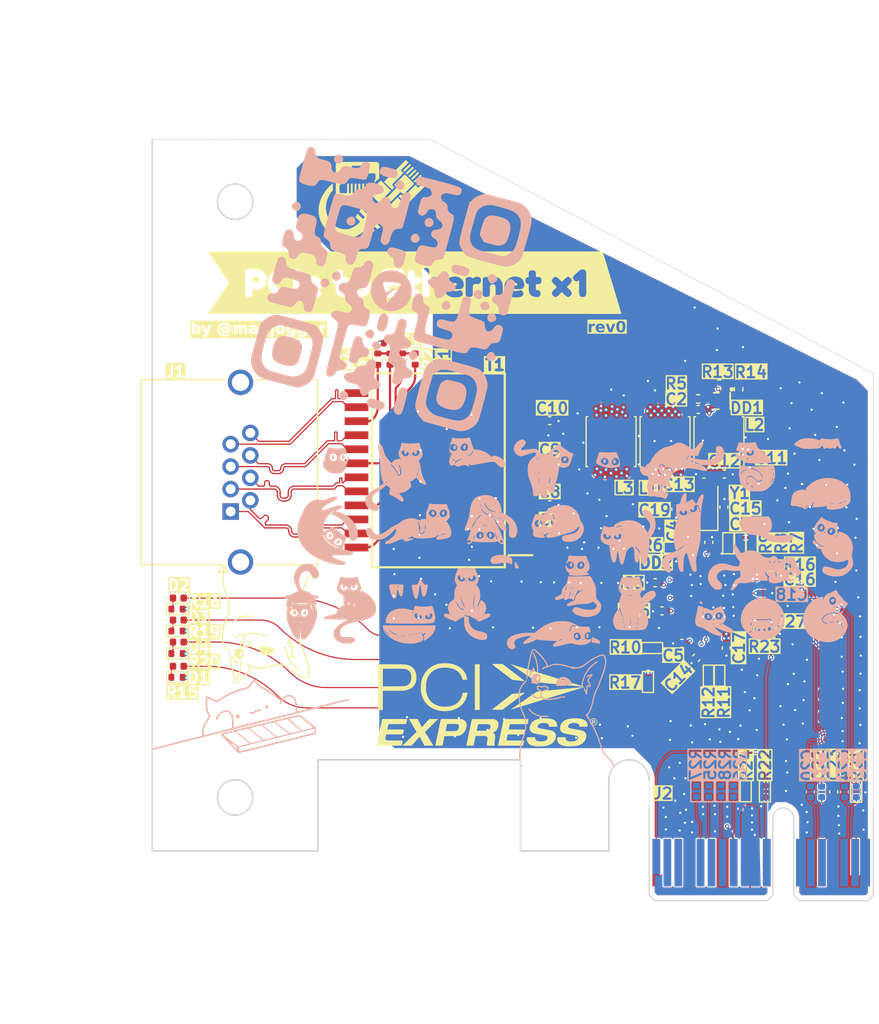
<source format=kicad_pcb>
(kicad_pcb (version 20241229) (generator "pcbnew") (generator_version "9.0")
  (layers (0 "F.Cu" signal) (4 "In1.Cu" signal) (6 "In2.Cu" signal) (2 "B.Cu" signal) (13 "F.Paste" user) (15 "B.Paste" user) (5 "F.SilkS" user "F.Silkscreen") (7 "B.SilkS" user "B.Silkscreen") (1 "F.Mask" user) (3 "B.Mask" user) (25 "Edge.Cuts" user))
  (net 0 "")
  (net 1 "GNDA")
  (net 2 "Net-(C1-Pad1)")
  (net 3 "Earth")
  (net 4 "+3.3V")
  (net 5 "0.95V")
  (net 6 "TCT1")
  (net 7 "TCT2")
  (net 8 "TCT3")
  (net 9 "TCT4")
  (net 10 "Net-(DD2-CKXTAL2)")
  (net 11 "Net-(DD2-CKXTAL1)")
  (net 12 "PCIe_CLK+")
  (net 13 "PCIe_CLK-")
  (net 14 "PCIe_TX+")
  (net 15 "PCIe_TX-")
  (net 16 "PCIe_RX+")
  (net 17 "PCIe_RX-")
  (net 18 "Net-(D1-A)")
  (net 19 "Net-(D1-K)")
  (net 20 "Net-(D2-K)")
  (net 21 "Net-(D2-A)")
  (net 22 "Net-(D3-K)")
  (net 23 "Net-(D3-A)")
  (net 24 "Net-(D4-K)")
  (net 25 "Net-(D4-A)")
  (net 26 "Net-(DD1-FB)")
  (net 27 "Net-(DD1-EN)")
  (net 29 "Net-(DD1-LX)")
  (net 30 "Net-(DD2-GPI)")
  (net 31 "Net-(DD2-AVDD33_1)")
  (net 32 "Net-(DD2-AVDD09_1)")
  (net 33 "Net-(DD2-CLKREQB)")
  (net 35 "Net-(DD2-ISOLATEB)")
  (net 37 "Net-(DD2-SPICSB)")
  (net 38 "Net-(DD2-EECS{slash}SCL)")
  (net 39 "PCIe_PERSTB")
  (net 40 "Net-(DD2-EEPROM_SEL{slash}PPS_PIN)")
  (net 41 "Net-(DD2-RSET)")
  (net 42 "POW_95_EN")
  (net 43 "Net-(DD2-LANWAKEB)")
  (net 45 "Net-(J2-JTAG2)")
  (net 46 "Net-(J2-~{WAKE})")
  (net 47 "Net-(J2-JTAG5)")
  (net 49 "Net-(J2-JTAG1)")
  (net 52 "Net-(J2-~{PERST})")
  (net 53 "Net-(J2-~{PRSNT2})")
  (net 57 "Net-(J2-~{PRSNT1})")
  (net 58 "Net-(J2-JTAG3)")
  (net 61 "Net-(J2-JTAG4)")
  (net 63 "MCT1")
  (net 64 "MCT2")
  (net 65 "MCT3")
  (net 66 "MCT4")
  (net 78 "ref+")
  (net 79 "ref-")
  (net 80 "TX+")
  (net 81 "TX-")
  (net 82 "RX-")
  (net 83 "TD1+")
  (net 84 "TD2+")
  (net 85 "TD4-")
  (net 86 "TD2-")
  (net 87 "TD4+")
  (net 88 "TD1-")
  (net 89 "TD3+")
  (net 90 "TD3-")
  (net 91 "MX1+")
  (net 92 "MX3-")
  (net 93 "MX4+")
  (net 94 "MX2+")
  (net 95 "MX1-")
  (net 96 "MX3+")
  (net 97 "MX2-")
  (net 98 "MX4-")
  (net 99 "RX+")
  (footprint "Capacitor_SMD:C_0402_1005Metric" (layer "F.Cu") (at 185.13 83.16 90)
    (property "Reference" "C15")
    (property "Value" "16pF")
  )
  (footprint "PCM_Resistor_SMD_AKL:R_0402_1005Metric" (layer "F.Cu") (at 135.6025 96.41)
    (property "Reference" "R20")
    (property "Value" "330" (hide yes))
  )
  (footprint "Resistor_SMD:R_0402_1005Metric" (layer "F.Cu") (at 157.17 69.76 -90)
    (property "Reference" "R1")
    (property "Value" "75R")
  )
  (footprint "Inductor_SMD:L_Cenker_CKCS4020" (layer "F.Cu") (at 179.795 77.24 -90)
    (property "Reference" "L1")
    (property "Value" "0.68uH")
  )
  (footprint "Capacitor_SMD:C_0402_1005Metric" (layer "F.Cu") (at 188.66 93.52)
    (property "Reference" "C27")
    (property "Value" "22uF")
  )
  (footprint "PCM_Resistor_SMD_AKL:R_0402_1005Metric" (layer "F.Cu") (at 187.103333 108.87 90)
    (property "Reference" "R24")
    (property "Value" "1k" (hide yes))
  )
  (footprint "Capacitor_SMD:C_0402_1005Metric" (layer "F.Cu") (at 180.77 83.36 -90)
    (property "Reference" "C19")
    (property "Value" "16pF")
  )
  (footprint "LED_SMD:LED_0402_1005Metric" (layer "F.Cu") (at 135.72 95.37)
    (property "Reference" "D4")
    (property "Value" "LED")
  )
  (footprint "PCM_Resistor_SMD_AKL:R_0402_1005Metric" (layer "F.Cu") (at 183.76 98.41 90)
    (property "Reference" "R12")
    (property "Value" "1k" (hide yes))
  )
  (footprint "Resistor_SMD:R_0402_1005Metric" (layer "F.Cu") (at 154.89 69.77 -90)
    (property "Reference" "R3")
    (property "Value" "75R")
  )
  (footprint "Connector_RJ:RJ45_Amphenol_RJHSE5380" (layer "F.Cu") (at 140.46 83.56 90)
    (property "Reference" "J1")
    (property "Value" "1-406541-1")
  )
  (footprint "PCM_Resistor_SMD_AKL:R_0402_1005Metric" (layer "F.Cu") (at 188.84 108.89 90)
    (property "Reference" "R22")
    (property "Value" "1k" (hide yes))
  )
  (footprint "Capacitor_SMD:C_0402_1005Metric" (layer "F.Cu") (at 169.35 79.17)
    (property "Reference" "C9")
    (property "Value" "100nF")
  )
  (footprint "Capacitor_SMD:C_0402_1005Metric" (layer "F.Cu") (at 182.81 74.32 180)
    (property "Reference" "C2")
    (property "Value" "22uF")
  )
  (footprint "PCM_Resistor_SMD_AKL:R_0402_1005Metric" (layer "F.Cu") (at 178.63 95.91)
    (property "Reference" "R10")
    (property "Value" "1k" (hide yes))
  )
  (footprint "Crystal:Crystal_SMD_3225-4Pin_3.2x2.5mm" (layer "F.Cu") (at 182.93 83.27 90)
    (property "Reference" "Y1")
    (property "Value" "WTL3M85411FO")
  )
  (footprint "PCM_Resistor_SMD_AKL:R_0402_1005Metric" (layer "F.Cu") (at 188.79 94.46 180)
    (property "Reference" "R23")
    (property "Value" "0R" (hide yes))
  )
  (footprint "Connector_PCBEdge:BUS_PCIexpress_x1" (layer "F.Cu") (at 179.01 115.33)
    (property "Reference" "J2")
    (property "Value" "Bus_PCI_Express_x1")
    (fp_line (start -0.65 -4.95) (end -0.65 2.95) (stroke (width 0.1)) (layer "Edge.Cuts"))
    (fp_line (start -0.65 2.95) (end -0.15 3.45) (stroke (width 0.1)) (layer "Edge.Cuts"))
    (fp_line (start -0.15 3.45) (end 10.05 3.45) (stroke (width 0.1)) (layer "Edge.Cuts"))
    (fp_line (start 10.55 -4) (end 10.55 2.95) (stroke (width 0.1)) (layer "Edge.Cuts"))
    (fp_line (start 10.55 2.95) (end 10.05 3.45) (stroke (width 0.1)) (layer "Edge.Cuts"))
    (fp_line (start 12.45 -4) (end 12.45 2.95) (stroke (width 0.1)) (layer "Edge.Cuts"))
    (fp_line (start 12.45 2.95) (end 12.95 3.45) (stroke (width 0.1)) (layer "Edge.Cuts"))
    (fp_line (start 12.95 3.45) (end 19.15 3.45) (stroke (width 0.1)) (layer "Edge.Cuts"))
    (fp_line (start 19.65 -4.95) (end 19.65 2.95) (stroke (width 0.1)) (layer "Edge.Cuts"))
    (fp_line (start 19.65 2.95) (end 19.15 3.45) (stroke (width 0.1)) (layer "Edge.Cuts"))
    (fp_arc (start 10.55 -4) (mid 11.5 -4.95) (end 12.45 -4) (stroke (width 0.1)) (layer "Edge.Cuts"))
  )
  (footprint "Resistor_SMD:R_0402_1005Metric" (layer "F.Cu") (at 182.79 73.37)
    (property "Reference" "R5")
    (property "Value" "0R")
  )
  (footprint "LED_SMD:LED_0402_1005Metric" (layer "F.Cu") (at 135.72 93.38)
    (property "Reference" "D3")
    (property "Value" "LED")
  )
  (footprint "PCIexpress:PCIexpress_bracket_low" (layer "F.Cu") (at 178.51 118.78)
    (property "Reference" "J1" (hide yes))
    (property "Value" "PCIexpress_bracket" (hide yes))
  )
  (footprint "PCM_Resistor_SMD_AKL:R_0402_1005Metric" (layer "F.Cu") (at 184.71 98.41 90)
    (property "Reference" "R11")
    (property "Value" "1k" (hide yes))
  )
  (footprint "Capacitor_SMD:C_0402_1005Metric" (layer "F.Cu") (at 179.52 92.55 180)
    (property "Reference" "C26")
    (property "Value" "100nF")
  )
  (footprint "PCM_Resistor_SMD_AKL:R_0402_1005Metric" (layer "F.Cu") (at 135.6025 92.39)
    (property "Reference" "R18")
    (property "Value" "330" (hide yes))
  )
  (footprint "Resistor_SMD:R_0402_1005Metric" (layer "F.Cu") (at 153.78 69.77 -90)
    (property "Reference" "R4")
    (property "Value" "75R")
  )
  (footprint "PCM_Resistor_SMD_AKL:R_0402_1005Metric" (layer "F.Cu") (at 189.59 88.45)
    (property "Reference" "R16")
    (property "Value" "0R" (hide yes))
  )
  (footprint "Capacitor_SMD:C_0402_1005Metric" (layer "F.Cu") (at 178.900497 90 180)
    (property "Reference" "C3")
    (property "Value" "100nF")
  )
  (footprint "Capacitor_SMD:C_0402_1005Metric" (layer "F.Cu") (at 185.17 80.17)
    (property "Reference" "C12")
    (property "Value" "100nF")
  )
  (footprint "LED_SMD:LED_0402_1005Metric" (layer "F.Cu") (at 135.72 97.56)
    (property "Reference" "D1")
    (property "Value" "LED")
  )
  (footprint "PCM_Resistor_SMD_AKL:R_0402_1005Metric" (layer "F.Cu") (at 186.6 86.43 -90)
    (property "Reference" "R8")
    (property "Value" "1k" (hide yes))
  )
  (footprint "Inductor_SMD:L_Cenker_CKCS4020" (layer "F.Cu") (at 174.91 77.24 90)
    (property "Reference" "L3")
    (property "Value" "0.68uH")
  )
  (footprint "Capacitor_SMD:C_0402_1005Metric" (layer "F.Cu") (at 183.32 80.17 180)
    (property "Reference" "C13")
    (property "Value" "22uF")
  )
  (footprint "Capacitor_SMD:C_0402_1005Metric" (layer "F.Cu") (at 195.07 108.93 -90)
    (property "Reference" "C23")
    (property "Value" "100nF")
  )
  (footprint "Capacitor_SMD:C_0402_1005Metric" (layer "F.Cu") (at 185.34 95.91 -90)
    (property "Reference" "C17")
    (property "Value" "100nF")
  )
  (footprint "RTL8125BG-CG:QFN40P600X600X100-49N" (layer "F.Cu") (at 184.13 91.15 -90)
    (property "Reference" "DD2")
    (property "Value" "RTL8125BG-CG" (hide yes))
  )
  (footprint "Capacitor_SMD:C_0402_1005Metric" (layer "F.Cu") (at 169.35 75.33)
    (property "Reference" "C10")
    (property "Value" "100nF")
  )
  (footprint "PCM_Resistor_SMD_AKL:R_0402_1005Metric" (layer "F.Cu") (at 135.6025 94.37)
    (property "Reference" "R19")
    (property "Value" "330" (hide yes))
  )
  (footprint "SY8843QWC:SY8843QWC" (layer "F.Cu") (at 187.35995 73.45995 -90)
    (property "Reference" "DD1")
    (property "Value" "~" (hide yes))
  )
  (footprint "Inductor_SMD:L_Cenker_CKCS4020" (layer "F.Cu") (at 184.68 77.24 -90)
    (property "Reference" "L2")
    (property "Value" "0.68uH")
  )
  (footprint "Capacitor_SMD:C_0402_1005Metric" (layer "F.Cu") (at 169.35 82.95)
    (property "Reference" "C8")
    (property "Value" "100nF")
  )
  (footprint "Capacitor_SMD:C_0402_1005Metric" (layer "F.Cu") (at 193.98 108.93 -90)
    (property "Reference" "C22")
    (property "Value" "100nF")
  )
  (footprint "Capacitor_SMD:C_0402_1005Metric" (layer "F.Cu") (at 183.76 86.35 90)
    (property "Reference" "C7")
    (property "Value" "22uF")
  )
  (footprint "LOGO" (layer "F.Cu") (at 153.4 55.3)
    (property "Reference" "G***" (hide yes))
    (property "Value" "LOGO" (hide yes))
  )
  (footprint "Capacitor_SMD:C_0402_1005Metric" (layer "F.Cu") (at 154.79 68.32 180)
    (property "Reference" "C1")
    (property "Value" "100nF")
  )
  (footprint "PCM_Resistor_SMD_AKL:R_0402_1005Metric" (layer "F.Cu") (at 197.11 108.91 90)
    (property "Reference" "R21")
    (property "Value" "0R" (hide yes))
  )
  (footprint "PCM_Resistor_SMD_AKL:R_0402_1005Metric" (layer "F.Cu") (at 185.53 86.43 -90)
    (property "Reference" "R9")
    (property "Value" "1k" (hide yes))
  )
  (footprint "PCM_Resistor_SMD_AKL:R_0402_1005Metric" (layer "F.Cu") (at 187.64 86.43 -90)
    (property "Reference" "R7")
    (property "Value" "1k" (hide yes))
  )
  (footprint "PCM_Resistor_SMD_AKL:R_0402_1005Metric" (layer "F.Cu") (at 180.66 86.83)
    (property "Reference" "R6")
    (property "Value" "2.49k" (hide yes))
  )
  (footprint "Resistor_SMD:R_0402_1005Metric" (layer "F.Cu") (at 184.7 72.04 180)
    (property "Reference" "R13")
    (property "Value" "14k")
  )
  (footprint "SM51625EL:SOIC127P1600X625-24N" (layer "F.Cu") (at 159.28 79.83 180)
    (property "Reference" "T1")
    (property "Value" "SM51625EL" (hide yes))
  )
  (footprint "Capacitor_SMD:C_0402_1005Metric" (layer "F.Cu") (at 169.35 85.49)
    (property "Reference" "C6")
    (property "Value" "100nF")
  )
  (footprint "kibuzzard-67DEDE50" (layer "F.Cu") (at 157.125 62.85)
    (property "Reference" "kibuzzard-67DEDE50" (hide yes))
    (property "Value" "G***" (hide yes))
  )
  (footprint "Capacitor_SMD:C_0402_1005Metric" (layer "F.Cu") (at 182.15 86.35 90)
    (property "Reference" "C4")
    (property "Value" "22uF")
  )
  (footprint "LED_SMD:LED_0402_1005Metric" (layer "F.Cu") (at 135.72 91.39)
    (property "Reference" "D2")
    (property "Value" "LED")
  )
  (footprint "PCM_Resistor_SMD_AKL:R_0402_1005Metric" (layer "F.Cu") (at 135.6025 98.56)
    (property "Reference" "R15")
    (property "Value" "330" (hide yes))
  )
  (footprint "PCM_Resistor_SMD_AKL:R_0402_1005Metric" (layer "F.Cu") (at 178.25 98.98 90)
    (property "Reference" "R17")
    (property "Value" "4.7k" (hide yes))
  )
  (footprint "Resistor_SMD:R_0402_1005Metric" (layer "F.Cu") (at 186.46 72.49 90)
    (property "Reference" "R14")
    (property "Value" "24k")
  )
  (footprint "LOGO" (layer "F.Cu") (at 143.65 94.05 180)
    (property "Reference" "G***" (hide yes))
    (property "Value" "LOGO" (hide yes))
  )
  (footprint "Capacitor_SMD:C_0402_1005Metric" (layer "F.Cu") (at 182.630589 96.799411 -135)
    (property "Reference" "C14")
    (property "Value" "100nF")
  )
  (footprint "Capacitor_SMD:C_0402_1005Metric" (layer "F.Cu") (at 189.56 89.4)
    (property "Reference" "C16")
    (property "Value" "22uF")
  )
  (footprint "Capacitor_SMD:C_0402_1005Metric" (layer "F.Cu") (at 187.45 78.88 -90)
    (property "Reference" "C11")
    (property "Value" "22uF")
  )
  (footprint "Resistor_SMD:R_0402_1005Metric" (layer "F.Cu") (at 156.02 69.76 -90)
    (property "Reference" "R2")
    (property "Value" "75R")
  )
  (footprint "Capacitor_SMD:C_0402_1005Metric" (layer "F.Cu") (at 181.33 95.49 180)
    (property "Reference" "C5")
    (property "Value" "100nF")
  )
  (footprint "LOGO" (layer "F.Cu") (at 163.675 101.05)
    (property "Reference" "G***" (hide yes))
    (property "Value" "LOGO" (hide yes))
  )
  (footprint "LOGO" (layer "B.Cu") (at 142.4 101.775 180)
    (property "Reference" "G***" (hide yes))
    (property "Value" "LOGO" (hide yes))
  )
  (footprint "PCM_Resistor_SMD_AKL:R_0402_1005Metric" (layer "B.Cu") (at 184.866667 108.87 90)
    (property "Reference" "R28")
    (property "Value" "1k" (hide yes))
  )
  (footprint "Capacitor_SMD:C_0402_1005Metric" (layer "B.Cu") (at 196.04 108.93 90)
    (property "Reference" "C24")
    (property "Value" "100nF")
  )
  (footprint "Capacitor_SMD:C_0402_1005Metric" (layer "B.Cu") (at 197.12 108.93 90)
    (property "Reference" "C25")
    (property "Value" "100nF")
  )
  (footprint "Capacitor_SMD:C_0402_1005Metric" (layer "B.Cu") (at 188.82 90.95)
    (property "Reference" "C18")
    (property "Value" "22uF")
  )
  (footprint "LOGO" (layer "B.Cu") (at 154.97709 63.537654 75)
    (property "Reference" "G***" (hide yes))
    (property "Value" "LOGO" (hide yes))
  )
  (footprint "LOGO" (layer "B.Cu") (at 170.525 101.075 180)
    (property "Reference" "G***" (hide yes))
    (property "Value" "LOGO" (hide yes))
  )
  (footprint "PCM_Resistor_SMD_AKL:R_0402_1005Metric" (layer "B.Cu") (at 185.985 108.87 90)
    (property "Reference" "R26")
    (property "Value" "1k" (hide yes))
  )
  (footprint "LOGO" (layer "B.Cu") (at 171.075 86.45 180)
    (property "Reference" "G***" (hide yes))
    (property "Value" "LOGO" (hide yes))
  )
  (footprint "Capacitor_SMD:C_0402_1005Metric" (layer "B.Cu") (at 192.96 108.93 -90)
    (property "Reference" "C20")
    (property "Value" "100nF")
  )
  (footprint "Capacitor_SMD:C_0402_1005Metric" (layer "B.Cu") (at 193.98 108.93 -90)
    (property "Reference" "C21")
    (property "Value" "100nF")
  )
  (footprint "PCM_Resistor_SMD_AKL:R_0402_1005Metric" (layer "B.Cu") (at 183.748333 108.87 90)
    (property "Reference" "R25")
    (property "Value" "1k" (hide yes))
  )
  (footprint "PCM_Resistor_SMD_AKL:R_0402_1005Metric" (layer "B.Cu") (at 182.63 108.87 90)
    (property "Reference" "R27")
    (property "Value" "1k" (hide yes))
  )
  (gr_line (start 158.585 49.905) (end 133.36 49.88) (stroke (width 0.05)) (layer "Edge.Cuts"))
  (gr_arc (start 174.71 107.855) (mid 176.535 106.03) (end 178.36 107.855) (stroke (width 0.15)) (layer "Edge.Cuts"))
  (gr_line (start 166.71 114.28) (end 174.71 114.28) (stroke (width 0.15)) (layer "Edge.Cuts"))
  (gr_circle (center 140.86 55.53) (end 142.46 55.53) (stroke (width 0.15)) (fill no) (layer "Edge.Cuts"))
  (gr_line (start 148.36 106.03) (end 166.71 106.03) (stroke (width 0.15)) (layer "Edge.Cuts"))
  (gr_line (start 174.71 114.28) (end 174.71 107.855) (stroke (width 0.15)) (layer "Edge.Cuts"))
  (gr_line (start 166.71 106.03) (end 166.71 114.28) (stroke (width 0.15)) (layer "Edge.Cuts"))
  (gr_line (start 178.36 110.38) (end 178.36 107.855) (stroke (width 0.05)) (layer "Edge.Cuts"))
  (gr_line (start 198.66 110.38) (end 198.66 106.03) (stroke (width 0.05)) (layer "Edge.Cuts"))
  (gr_line (start 148.36 114.28) (end 148.36 106.03) (stroke (width 0.15)) (layer "Edge.Cuts"))
  (gr_circle (center 140.86 109.43) (end 142.46 109.43) (stroke (width 0.15)) (fill no) (layer "Edge.Cuts"))
  (gr_line (start 198.65 71.06) (end 158.585 49.905) (stroke (width 0.05)) (layer "Edge.Cuts"))
  (gr_line (start 133.36 49.88) (end 133.36 114.28) (stroke (width 0.15)) (layer "Edge.Cuts"))
  (gr_line (start 133.36 114.28) (end 148.36 114.28) (stroke (width 0.15)) (layer "Edge.Cuts"))
  (gr_line (start 198.66 106.03) (end 198.65 71.06) (stroke (width 0.05)) (layer "Edge.Cuts"))
  (gr_text "by @madjogger" (at 142.95 67.05 0) (layer "F.SilkS" knockout) (effects (font (size 1 1) (thickness 0.2) (bold yes))))
  (gr_text "rev0" (at 174.525 66.925 0) (layer "F.SilkS" knockout) (effects (font (size 1 1) (thickness 0.2) (bold yes))))
  (via (at 153.975 68.3) (size 0.4) (drill 0.2) (layers "F.Cu" "B.Cu") (net 1))
  (segment (start 155.36 69.25) (end 153.804142 69.25) (width 0.2) (layer "F.Cu") (net 2))
  (segment (start 154.89 69.26) (end 153.78 69.26) (width 0.2) (layer "F.Cu") (net 2))
  (segment (start 155.27 68.32) (end 155.27 69.032721) (width 0.2) (layer "F.Cu") (net 2))
  (segment (start 157.17 69.25) (end 155.36 69.25) (width 0.2) (layer "F.Cu") (net 2))
  (arc (start 155.27 69.032721) (mid 155.293391 69.150311) (end 155.36 69.25) (width 0.2) (layer "F.Cu") (net 2))
  (arc (start 153.804142 69.25) (mid 153.791077 69.252599) (end 153.78 69.26) (width 0.2) (layer "F.Cu") (net 2))
  (via (at 194.4 81.15) (size 0.4) (drill 0.2) (layers "F.Cu" "B.Cu") (net 3))
  (via (at 170.95 86.825) (size 0.4) (drill 0.2) (layers "F.Cu" "B.Cu") (net 3))
  (via (at 182.25 104.45) (size 0.4) (drill 0.2) (layers "F.Cu" "B.Cu") (net 3))
  (via (at 168.55 89.95) (size 0.4) (drill 0.2) (layers "F.Cu" "B.Cu") (net 3))
  (via (at 181.7 110.55) (size 0.4) (drill 0.2) (layers "F.Cu" "B.Cu") (net 3))
  (via (at 171.75 104.025) (size 0.4) (drill 0.2) (layers "F.Cu" "B.Cu") (net 3))
  (via (at 191.25 73.75) (size 0.4) (drill 0.2) (layers "F.Cu" "B.Cu") (net 3))
  (via (at 156.075 103.95) (size 0.4) (drill 0.2) (layers "F.Cu" "B.Cu") (net 3))
  (via (at 171.875 74.675) (size 0.4) (drill 0.2) (layers "F.Cu" "B.Cu") (net 3))
  (via (at 188.5 110.225) (size 0.4) (drill 0.2) (layers "F.Cu" "B.Cu") (net 3))
  (via (at 183.425 102.8) (size 0.4) (drill 0.2) (layers "F.Cu" "B.Cu") (net 3))
  (via (at 182.23 90.21) (size 0.4) (drill 0.2) (layers "F.Cu" "B.Cu") (net 3))
  (via (at 187.45 101.55) (size 0.4) (drill 0.2) (layers "F.Cu" "B.Cu") (net 3))
  (via (at 197.95 108.975) (size 0.4) (drill 0.2) (layers "F.Cu" "B.Cu") (net 3))
  (via (at 191.575 101.525) (size 0.4) (drill 0.2) (layers "F.Cu" "B.Cu") (net 3))
  (via (at 136.4 96.425) (size 0.4) (drill 0.2) (layers "F.Cu" "B.Cu") (net 3))
  (via (at 160.775 103.9) (size 0.4) (drill 0.2) (layers "F.Cu" "B.Cu") (net 3))
  (via (at 186.85 68.675) (size 0.4) (drill 0.2) (layers "F.Cu" "B.Cu") (net 3))
  (via (at 185.17 82.43) (size 0.4) (drill 0.2) (layers "F.Cu" "B.Cu") (net 3))
  (via (at 183.225 77.15) (size 0.4) (drill 0.2) (layers "F.Cu" "B.Cu") (net 3))
  (via (at 157.7 89.65) (size 0.4) (drill 0.2) (layers "F.Cu" "B.Cu") (net 3))
  (via (at 184.8 104.4) (size 0.4) (drill 0.2) (layers "F.Cu" "B.Cu") (net 3))
  (via (at 185.425 111.175) (size 0.4) (drill 0.2) (layers "F.Cu" "B.Cu") (net 3))
  (via (at 184.325 112.5) (size 0.4) (drill 0.2) (layers "F.Cu" "B.Cu") (net 3))
  (via (at 188.15 98.375) (size 0.4) (drill 0.2) (layers "F.Cu" "B.Cu") (net 3))
  (via (at 197.525 96.6) (size 0.4) (drill 0.2) (layers "F.Cu" "B.Cu") (net 3))
  (via (at 174.075 104.075) (size 0.4) (drill 0.2) (layers "F.Cu" "B.Cu") (net 3))
  (via (at 171.525 83.725) (size 0.4) (drill 0.2) (layers "F.Cu" "B.Cu") (net 3))
  (via (at 175.55 90.025) (size 0.4) (drill 0.2) (layers "F.Cu" "B.Cu") (net 3))
  (via (at 172.4 77.325) (size 0.4) (drill 0.2) (layers "F.Cu" "B.Cu") (net 3))
  (via (at 170.15 82.95) (size 0.4) (drill 0.2) (layers "F.Cu" "B.Cu") (net 3))
  (via (at 166.8 89.9) (size 0.4) (drill 0.2) (layers "F.Cu" "B.Cu") (net 3))
  (via (at 195.375 87.35) (size 0.4) (drill 0.2) (layers "F.Cu" "B.Cu") (net 3))
  (via (at 173.775 86.825) (size 0.4) (drill 0.2) (layers "F.Cu" "B.Cu") (net 3))
  (via (at 195.55 111.95) (size 0.4) (drill 0.2) (layers "F.Cu" "B.Cu") (net 3))
  (via (at 190.31 89.37) (size 0.4) (drill 0.2) (layers "F.Cu" "B.Cu") (net 3))
  (via (at 157.65 80.85) (size 0.4) (drill 0.2) (layers "F.Cu" "B.Cu") (net 3))
  (via (at 179.875 112.325) (size 0.4) (drill 0.2) (layers "F.Cu" "B.Cu") (net 3))
  (via (at 191.075 76.025) (size 0.4) (drill 0.2) (layers "F.Cu" "B.Cu") (net 3))
  (via (at 155.225 91.175) (size 0.4) (drill 0.2) (layers "F.Cu" "B.Cu") (net 3))
  (via (at 177.825 84.925) (size 0.4) (drill 0.2) (layers "F.Cu" "B.Cu") (net 3))
  (via (at 197.425 101.375) (size 0.4) (drill 0.2) (layers "F.Cu" "B.Cu") (net 3))
  (via (at 177.425 79.3) (size 0.4) (drill 0.2) (layers "F.Cu" "B.Cu") (net 3))
  (via (at 186.05 90.23) (size 0.4) (drill 0.2) (layers "F.Cu" "B.Cu") (net 3))
  (via (at 192.275 102.75) (size 0.4) (drill 0.2) (layers "F.Cu" "B.Cu") (net 3))
  (via (at 187.475 79.575) (size 0.4) (drill 0.2) (layers "F.Cu" "B.Cu") (net 3))
  (via (at 177.425 76.725) (size 0.4) (drill 0.2) (layers "F.Cu" "B.Cu") (net 3))
  (via (at 195.8 102.25) (size 0.4) (drill 0.2) (layers "F.Cu" "B.Cu") (net 3))
  (via (at 193.525 86.625) (size 0.4) (drill 0.2) (layers "F.Cu" "B.Cu") (net 3))
  (via (at 166.5 103.775) (size 0.4) (drill 0.2) (layers "F.Cu" "B.Cu") (net 3))
  (via (at 188.3 96.875) (size 0.4) (drill 0.2) (layers "F.Cu" "B.Cu") (net 3))
  (via (at 174 85.075) (size 0.4) (drill 0.2) (layers "F.Cu" "B.Cu") (net 3))
  (via (at 184.275 110.175) (size 0.4) (drill 0.2) (layers "F.Cu" "B.Cu") (net 3))
  (via (at 195.875 104.35) (size 0.4) (drill 0.2) (layers "F.Cu" "B.Cu") (net 3))
  (via (at 182.1 89.27) (size 0.4) (drill 0.2) (layers "F.Cu" "B.Cu") (net 3))
  (via (at 184.925 87.375) (size 0.4) (drill 0.2) (layers "F.Cu" "B.Cu") (net 3))
  (via (at 170.15 75.375) (size 0.4) (drill 0.2) (layers "F.Cu" "B.Cu") (net 3))
  (via (at 157.6 83.9) (size 0.4) (drill 0.2) (layers "F.Cu" "B.Cu") (net 3))
  (via (at 160 92) (size 0.4) (drill 0.2) (layers "F.Cu" "B.Cu") (net 3))
  (via (at 190.2 94.625) (size 0.4) (drill 0.2) (layers "F.Cu" "B.Cu") (net 3))
  (via (at 181.125 106.3) (size 0.4) (drill 0.2) (layers "F.Cu" "B.Cu") (net 3))
  (via (at 186.4 110.45) (size 0.4) (drill 0.2) (layers "F.Cu" "B.Cu") (net 3))
  (via (at 176.075 86.925) (size 0.4) (drill 0.2) (layers "F.Cu" "B.Cu") (net 3))
  (via (at 192.175 110.1) (size 0.4) (drill 0.2) (layers "F.Cu" "B.Cu") (net 3))
  (via (at 195.65 93.65) (size 0.4) (drill 0.2) (layers "F.Cu" "B.Cu") (net 3))
  (via (at 190.825 104.175) (size 0.4) (drill 0.2) (layers "F.Cu" "B.Cu") (net 3))
  (via (at 171.575 102.5) (size 0.4) (drill 0.2) (layers "F.Cu" "B.Cu") (net 3))
  (via (at 190.925 80.125) (size 0.4) (drill 0.2) (layers "F.Cu" "B.Cu") (net 3))
  (via (at 173.85 94.025) (size 0.4) (drill 0.2) (layers "F.Cu" "B.Cu") (net 3))
  (via (at 157.65 78.025) (size 0.4) (drill 0.2) (layers "F.Cu" "B.Cu") (net 3))
  (via (at 190.275 72.4) (size 0.4) (drill 0.2) (layers "F.Cu" "B.Cu") (net 3))
  (via (at 155.3 89.225) (size 0.4) (drill 0.2) (layers "F.Cu" "B.Cu") (net 3))
  (via (at 190.925 99.175) (size 0.4) (drill 0.2) (layers "F.Cu" "B.Cu") (net 3))
  (via (at 186.01 92.99) (size 0.4) (drill 0.2) (layers "F.Cu" "B.Cu") (net 3))
  (via (at 164.05 89.875) (size 0.4) (drill 0.2) (layers "F.Cu" "B.Cu") (net 3))
  (via (at 172.025 79.75) (size 0.4) (drill 0.2) (layers "F.Cu" "B.Cu") (net 3))
  (via (at 193.075 74.35) (size 0.4) (drill 0.2) (layers "F.Cu" "B.Cu") (net 3))
  (via (at 195.575 112.7) (size 0.4) (drill 0.2) (layers "F.Cu" "B.Cu") (net 3))
  (via (at 170.575 76.525) (size 0.4) (drill 0.2) (layers "F.Cu" "B.Cu") (net 3))
  (via (at 184.25 93.09) (size 0.4) (drill 0.2) (layers "F.Cu" "B.Cu") (net 3))
  (via (at 189.975 82.55) (size 0.4) (drill 0.2) (layers "F.Cu" "B.Cu") (net 3))
  (via (at 170.15 79.3) (size 0.4) (drill 0.2) (layers "F.Cu" "B.Cu") (net 3))
  (via (at 164.225 94.05) (size 0.4) (drill 0.2) (layers "F.Cu" "B.Cu") (net 3))
  (via (at 186.04 89.22) (size 0.4) (drill 0.2) (layers "F.Cu" "B.Cu") (net 3))
  (via (at 183.02 90.12) (size 0.4) (drill 0.2) (layers "F.Cu" "B.Cu") (net 3))
  (via (at 188.1 103.325) (size 0.4) (drill 0.2) (layers "F.Cu" "B.Cu") (net 3))
  (via (at 192.625 110.75) (size 0.4) (drill 0.2) (layers "F.Cu" "B.Cu") (net 3))
  (via (at 183.225 110.275) (size 0.4) (drill 0.2) (layers "F.Cu" "B.Cu") (net 3))
  (via (at 185.14 92.29) (size 0.4) (drill 0.2) (layers "F.Cu" "B.Cu") (net 3))
  (via (at 160.3 94.125) (size 0.4) (drill 0.2) (layers "F.Cu" "B.Cu") (net 3))
  (via (at 178.18 89.99) (size 0.4) (drill 0.2) (layers "F.Cu" "B.Cu") (net 3))
  (via (at 192.35 100.625) (size 0.4) (drill 0.2) (layers "F.Cu" "B.Cu") (net 3))
  (via (at 181.88 85.86) (size 0.4) (drill 0.2) (layers "F.Cu" "B.Cu") (net 3))
  (via (at 187.9 100.45) (size 0.4) (drill 0.2) (layers "F.Cu" "B.Cu") (net 3))
  (via (at 178.9 72.6) (size 0.4) (drill 0.2) (layers "F.Cu" "B.Cu") (net 3))
  (via (at 191.35 95.575) (size 0.4) (drill 0.2) (layers "F.Cu" "B.Cu") (net 3))
  (via (at 191.45 98.25) (size 0.4) (drill 0.2) (layers "F.Cu" "B.Cu") (net 3))
  (via (at 191.025 84.525) (size 0.4) (drill 0.2) (layers "F.Cu" "B.Cu") (net 3))
  (via (at 161.125 102.25) (size 0.4) (drill 0.2) (layers "F.Cu" "B.Cu") (net 3))
  (via (at 191.525 78.325) (size 0.4) (drill 0.2) (layers "F.Cu" "B.Cu") (net 3))
  (via (at 192.625 112.6) (size 0.4) (drill 0.2) (layers "F.Cu" "B.Cu") (net 3))
  (via (at 179.875 111.2) (size 0.4) (drill 0.2) (layers "F.Cu" "B.Cu") (net 3))
  (via (at 172.15 90.025) (size 0.4) (drill 0.2) (layers "F.Cu" "B.Cu") (net 3))
  (via (at 195.45 85.05) (size 0.4) (drill 0.2) (layers "F.Cu" "B.Cu") (net 3))
  (via (at 173.85 82.5) (size 0.4) (drill 0.2) (layers "F.Cu" "B.Cu") (net 3))
  (via (at 181.6 111.725) (size 0.4) (drill 0.2) (layers "F.Cu" "B.Cu") (net 3))
  (via (at 163.725 103.325) (size 0.4) (drill 0.2) (layers "F.Cu" "B.Cu") (net 3))
  (via (at 186.625 102.925) (size 0.4) (drill 0.2) (layers "F.Cu" "B.Cu") (net 3))
  (via (at 162.3 92.55) (size 0.4) (drill 0.2) (layers "F.Cu" "B.Cu") (net 3))
  (via (at 185.925 80.2) (size 0.4) (drill 0.2) (layers "F.Cu" "B.Cu") (net 3))
  (via (at 195.875 98.05) (size 0.4) (drill 0.2) (layers "F.Cu" "B.Cu") (net 3))
  (via (at 197.425 104.525) (size 0.4) (drill 0.2) (layers "F.Cu" "B.Cu") (net 3))
  (via (at 195.925 99.6) (size 0.4) (drill 0.2) (layers "F.Cu" "B.Cu") (net 3))
  (via (at 179.475 87.375) (size 0.4) (drill 0.2) (layers "F.Cu" "B.Cu") (net 3))
  (via (at 194 72.85) (size 0.4) (drill 0.2) (layers "F.Cu" "B.Cu") (net 3))
  (via (at 195.1 92.9) (size 0.4) (drill 0.2) (layers "F.Cu" "B.Cu") (net 3))
  (via (at 185.35 96.6) (size 0.4) (drill 0.2) (layers "F.Cu" "B.Cu") (net 3))
  (via (at 172.775 81.925) (size 0.4) (drill 0.2) (layers "F.Cu" "B.Cu") (net 3))
  (via (at 179.275 85.1) (size 0.4) (drill 0.2) (layers "F.Cu" "B.Cu") (net 3))
  (via (at 162.275 74.8) (size 0.4) (drill 0.2) (layers "F.Cu" "B.Cu") (net 3))
  (via (at 180.25 104.225) (size 0.4) (drill 0.2) (layers "F.Cu" "B.Cu") (net 3))
  (via (at 185.18 93.07) (size 0.4) (drill 0.2) (layers "F.Cu" "B.Cu") (net 3))
  (via (at 190.9 92.1) (size 0.4) (drill 0.2) (layers "F.Cu" "B.Cu") (net 3))
  (via (at 197.75 110.6) (size 0.4) (drill 0.2) (layers "F.Cu" "B.Cu") (net 3))
  (via (at 189.44 93.58) (size 0.4) (drill 0.2) (layers "F.Cu" "B.Cu") (net 3))
  (via (at 174.925 72.525) (size 0.4) (drill 0.2) (layers "F.Cu" "B.Cu") (net 3))
  (via (at 169.225 76.675) (size 0.4) (drill 0.2) (layers "F.Cu" "B.Cu") (net 3))
  (via (at 181.125 112.425) (size 0.4) (drill 0.2) (layers "F.Cu" "B.Cu") (net 3))
  (via (at 192.7 111.675) (size 0.4) (drill 0.2) (layers "F.Cu" "B.Cu") (net 3))
  (via (at 189.125 77) (size 0.4) (drill 0.2) (layers "F.Cu" "B.Cu") (net 3))
  (via (at 157.55 87.75) (size 0.4) (drill 0.2) (layers "F.Cu" "B.Cu") (net 3))
  (via (at 188.8 84.7) (size 0.4) (drill 0.2) (layers "F.Cu" "B.Cu") (net 3))
  (via (at 185.425 110.275) (size 0.4) (drill 0.2) (layers "F.Cu" "B.Cu") (net 3))
  (via (at 183.85 104.175) (size 0.4) (drill 0.2) (layers "F.Cu" "B.Cu") (net 3))
  (via (at 174.025 90.025) (size 0.4) (drill 0.2) (layers "F.Cu" "B.Cu") (net 3))
  (via (at 191.975 71.875) (size 0.4) (drill 0.2) (layers "F.Cu" "B.Cu") (net 3))
  (via (at 180.725 109.725) (size 0.4) (drill 0.2) (layers "F.Cu" "B.Cu") (net 3))
  (via (at 192.925 83.15) (size 0.4) (drill 0.2) (layers "F.Cu" "B.Cu") (net 3))
  (via (at 185.675 103.5) (size 0.4) (drill 0.2) (layers "F.Cu" "B.Cu") (net 3))
  (via (at 158.2 103.975) (size 0.4) (drill 0.2) (layers "F.Cu" "B.Cu") (net 3))
  (via (at 196.225 83.175) (size 0.4) (drill 0.2) (layers "F.Cu" "B.Cu") (net 3))
  (via (at 176.425 103) (size 0.4) (drill 0.2) (layers "F.Cu" "B.Cu") (net 3))
  (via (at 197.5 98.225) (size 0.4) (drill 0.2) (layers "F.Cu" "B.Cu") (net 3))
  (via (at 185.27 90.21) (size 0.4) (drill 0.2) (layers "F.Cu" "B.Cu") (net 3))
  (via (at 187.075 76.85) (size 0.4) (drill 0.2) (layers "F.Cu" "B.Cu") (net 3))
  (via (at 197.45 93.05) (size 0.4) (drill 0.2) (layers "F.Cu" "B.Cu") (net 3))
  (via (at 162.3 83.975) (size 0.4) (drill 0.2) (layers "F.Cu" "B.Cu") (net 3))
  (via (at 164.475 82.35) (size 0.4) (drill 0.2) (layers "F.Cu" "B.Cu") (net 3))
  (via (at 190.25 101.175) (size 0.4) (drill 0.2) (layers "F.Cu" "B.Cu") (net 3))
  (via (at 184.325 110.95) (size 0.4) (drill 0.2) (layers "F.Cu" "B.Cu") (net 3))
  (via (at 160.025 76.1) (size 0.4) (drill 0.2) (layers "F.Cu" "B.Cu") (net 3))
  (via (at 170.2 85.525) (size 0.4) (drill 0.2) (layers "F.Cu" "B.Cu") (net 3))
  (via (at 180.3 102.525) (size 0.4) (drill 0.2) (layers "F.Cu" "B.Cu") (net 3))
  (via (at 179.65 110.35) (size 0.4) (drill 0.2) (layers "F.Cu" "B.Cu") (net 3))
  (via (at 164.65 84.475) (size 0.4) (drill 0.2) (layers "F.Cu" "B.Cu") (net 3))
  (via (at 171.125 89.975) (size 0.4) (drill 0.2) (layers "F.Cu" "B.Cu") (net 3))
  (via (at 182.6 80.175) (size 0.4) (drill 0.2) (layers "F.Cu" "B.Cu") (net 3))
  (via (at 176.875 82.9) (size 0.4) (drill 0.2) (layers "F.Cu" "B.Cu") (net 3))
  (via (at 184.725 103.275) (size 0.4) (drill 0.2) (layers "F.Cu" "B.Cu") (net 3))
  (via (at 180.8 88.075) (size 0.4) (drill 0.2) (layers "F.Cu" "B.Cu") (net 3))
  (via (at 176.6 94.025) (size 0.4) (drill 0.2) (layers "F.Cu" "B.Cu") (net 3))
  (via (at 158.35 102.6) (size 0.4) (drill 0.2) (layers "F.Cu" "B.Cu") (net 3))
  (via (at 182.19 97.28) (size 0.4) (drill 0.2) (layers "F.Cu" "B.Cu") (net 3))
  (via (at 184.17 92.24) (size 0.4) (drill 0.2) (layers "F.Cu" "B.Cu") (net 3))
  (via (at 162.95 89.4) (size 0.4) (drill 0.2) (layers "F.Cu" "B.Cu") (net 3))
  (via (at 190.875 107.175) (size 0.4) (drill 0.2) (layers "F.Cu" "B.Cu") (net 3))
  (via (at 178.85 77.175) (size 0.4) (drill 0.2) (layers "F.Cu" "B.Cu") (net 3))
  (via (at 184.55 67) (size 0.4) (drill 0.2) (layers "F.Cu" "B.Cu") (net 3))
  (via (at 182.125 102.925) (size 0.4) (drill 0.2) (layers "F.Cu" "B.Cu") (net 3))
  (via (at 180.53 95.49) (size 0.4) (drill 0.2) (layers "F.Cu" "B.Cu") (net 3))
  (via (at 162.975 85.175) (size 0.4) (drill 0.2) (layers "F.Cu" "B.Cu") (net 3))
  (via (at 169.65 103.675) (size 0.4) (drill 0.2) (layers "F.Cu" "B.Cu") (net 3))
  (via (at 136.475 92.375) (size 0.4) (drill 0.2) (layers "F.Cu" "B.Cu") (net 3))
  (via (at 195.8 96.7) (size 0.4) (drill 0.2) (layers "F.Cu" "B.Cu") (net 3))
  (via (at 171.8 94.05) (size 0.4) (drill 0.2) (layers "F.Cu" "B.Cu") (net 3))
  (via (at 186.425 104.15) (size 0.4) (drill 0.2) (layers "F.Cu" "B.Cu") (net 3))
  (via (at 156.425 102.175) (size 0.4) (drill 0.2) (layers "F.Cu" "B.Cu") (net 3))
  (via (at 162.975 82.375) (size 0.4) (drill 0.2) (layers "F.Cu" "B.Cu") (net 3))
  (via (at 188.275 81.05) (size 0.4) (drill 0.2) (layers "F.Cu" "B.Cu") (net 3))
  (via (at 181.525 109.125) (size 0.4) (drill 0.2) (layers "F.Cu" "B.Cu") (net 3))
  (via (at 197.05 85.925) (size 0.4) (drill 0.2) (layers "F.Cu" "B.Cu") (net 3))
  (via (at 163.925 83.9) (size 0.4) (drill 0.2) (layers "F.Cu" "B.Cu") (net 3))
  (via (at 195.35 75.9) (size 0.4) (drill 0.2) (layers "F.Cu" "B.Cu") (net 3))
  (via (at 181.625 69.925) (size 0.4) (drill 0.2) (layers "F.Cu" "B.Cu") (net 3))
  (via (at 185.93 91.07) (size 0.4) (drill 0.2) (layers "F.Cu" "B.Cu") (net 3))
  (via (at 180.175 106.7) (size 0.4) (drill 0.2) (layers "F.Cu" "B.Cu") (net 3))
  (via (at 195.8 94.95) (size 0.4) (drill 0.2) (layers "F.Cu" "B.Cu") (net 3))
  (via (at 157.475 93.2) (size 0.4) (drill 0.2) (layers "F.Cu" "B.Cu") (net 3))
  (via (at 187.025 99.9) (size 0.4) (drill 0.2) (layers "F.Cu" "B.Cu") (net 3))
  (via (at 169.425 94.15) (size 0.4) (drill 0.2) (layers "F.Cu" "B.Cu") (net 3))
  (via (at 176.85 103.85) (size 0.4) (drill 0.2) (layers "F.Cu" "B.Cu") (net 3))
  (via (at 155.225 93.225) (size 0.4) (drill 0.2) (layers "F.Cu" "B.Cu") (net 3))
  (via (at 165.225 102.35) (size 0.4) (drill 0.2) (layers "F.Cu" "B.Cu") (net 3))
  (via (at 183.25 110.95) (size 0.4) (drill 0.2) (layers "F.Cu" "B.Cu") (net 3))
  (via (at 193.25 85.125) (size 0.4) (drill 0.2) (layers "F.Cu" "B.Cu") (net 3))
  (via (at 189.5 90.94) (size 0.4) (drill 0.2) (layers "F.Cu" "B.Cu") (net 3))
  (via (at 197.15 84.225) (size 0.4) (drill 0.2) (layers "F.Cu" "B.Cu") (net 3))
  (via (at 176.05 73.05) (size 0.4) (drill 0.2) (layers "F.Cu" "B.Cu") (net 3))
  (via (at 190.7 81.425) (size 0.4) (drill 0.2) (layers "F.Cu" "B.Cu") (net 3))
  (via (at 193.775 78.9) (size 0.4) (drill 0.2) (layers "F.Cu" "B.Cu") (net 3))
  (via (at 178.25 71.75) (size 0.4) (drill 0.2) (layers "F.Cu" "B.Cu") (net 3))
  (via (at 197.5 94.9) (size 0.4) (drill 0.2) (layers "F.Cu" "B.Cu") (net 3))
  (via (at 192.65 96.975) (size 0.4) (drill 0.2) (layers "F.Cu" "B.Cu") (net 3))
  (via (at 155.225 86.95) (size 0.4) (drill 0.2) (layers "F.Cu" "B.Cu") (net 3))
  (via (at 182.25 111.65) (size 0.4) (drill 0.2) (layers "F.Cu" "B.Cu") (net 3))
  (via (at 182.16 91.2) (size 0.4) (drill 0.2) (layers "F.Cu" "B.Cu") (net 3))
  (via (at 184.05 85.88) (size 0.4) (drill 0.2) (layers "F.Cu" "B.Cu") (net 3))
  (via (at 167.85 94.075) (size 0.4) (drill 0.2) (layers "F.Cu" "B.Cu") (net 3))
  (via (at 180.65 107.7) (size 0.4) (drill 0.2) (layers "F.Cu" "B.Cu") (net 3))
  (via (at 192.2 81.075) (size 0.4) (drill 0.2) (layers "F.Cu" "B.Cu") (net 3))
  (via (at 196.95 79.325) (size 0.4) (drill 0.2) (layers "F.Cu" "B.Cu") (net 3))
  (via (at 168.525 102.25) (size 0.4) (drill 0.2) (layers "F.Cu" "B.Cu") (net 3))
  (via (at 180.79 84.12) (size 0.4) (drill 0.2) (layers "F.Cu" "B.Cu") (net 3))
  (via (at 183.22 93.09) (size 0.4) (drill 0.2) (layers "F.Cu" "B.Cu") (net 3))
  (via (at 190.75 108.85) (size 0.4) (drill 0.2) (layers "F.Cu" "B.Cu") (net 3))
  (via (at 172.475 86.35) (size 0.4) (drill 0.2) (layers "F.Cu" "B.Cu") (net 3))
  (via (at 183.01 89.41) (size 0.4) (drill 0.2) (layers "F.Cu" "B.Cu") (net 3))
  (via (at 186.75 97.875) (size 0.4) (drill 0.2) (layers "F.Cu" "B.Cu") (net 3))
  (via (at 195.5 111.1) (size 0.4) (drill 0.2) (layers "F.Cu" "B.Cu") (net 3))
  (via (at 154.95 102.5) (size 0.4) (drill 0.2) (layers "F.Cu" "B.Cu") (net 3))
  (via (at 158.975 91.05) (size 0.4) (drill 0.2) (layers "F.Cu" "B.Cu") (net 3))
  (via (at 192.425 98.925) (size 0.4) (drill 0.2) (layers "F.Cu" "B.Cu") (net 3))
  (via (at 195.9 100.875) (size 0.4) (drill 0.2) (layers "F.Cu" "B.Cu") (net 3))
  (via (at 182.475 65.1) (size 0.4) (drill 0.2) (layers "F.Cu" "B.Cu") (net 3))
  (via (at 174.5 83.975) (size 0.4) (drill 0.2) (layers "F.Cu" "B.Cu") (net 3))
  (via (at 195.875 103.425) (size 0.4) (drill 0.2) (layers "F.Cu" "B.Cu") (net 3))
  (via (at 197.425 99.725) (size 0.4) (drill 0.2) (layers "F.Cu" "B.Cu") (net 3))
  (via (at 184.5 68.95) (size 0.4) (drill 0.2) (layers "F.Cu" "B.Cu") (net 3))
  (via (at 179.25 94.1) (size 0.4) (drill 0.2) (layers "F.Cu" "B.Cu") (net 3))
  (via (at 197.475 102.875) (size 0.4) (drill 0.2) (layers "F.Cu" "B.Cu") (net 3))
  (via (at 197.125 88.9) (size 0.4) (drill 0.2) (layers "F.Cu" "B.Cu") (net 3))
  (via (at 190.525 102.85) (size 0.4) (drill 0.2) (layers "F.Cu" "B.Cu") (net 3))
  (via (at 195.5 110.25) (size 0.4) (drill 0.2) (layers "F.Cu" "B.Cu") (net 3))
  (via (at 178.71 92.59) (size 0.4) (drill 0.2) (layers "F.Cu" "B.Cu") (net 3))
  (via (at 136.45 94.37) (size 0.4) (drill 0.2) (layers "F.Cu" "B.Cu") (net 3))
  (via (at 185.98 92.21) (size 0.4) (drill 0.2) (layers "F.Cu" "B.Cu") (net 3))
  (via (at 197.775 112.35) (size 0.4) (drill 0.2) (layers "F.Cu" "B.Cu") (net 3))
  (via (at 195.95 73.7) (size 0.4) (drill 0.2) (layers "F.Cu" "B.Cu") (net 3))
  (via (at 196.05 78.025) (size 0.4) (drill 0.2) (layers "F.Cu" "B.Cu") (net 3))
  (via (at 195.225 89.925) (size 0.4) (drill 0.2) (layers "F.Cu" "B.Cu") (net 3))
  (via (at 136.45 98.6) (size 0.4) (drill 0.2) (layers "F.Cu" "B.Cu") (net 3))
  (via (at 181.65 107.7) (size 0.4) (drill 0.2) (layers "F.Cu" "B.Cu") (net 3))
  (via (at 181.175 110.825) (size 0.4) (drill 0.2) (layers "F.Cu" "B.Cu") (net 3))
  (via (at 157.425 74.5) (size 0.4) (drill 0.2) (layers "F.Cu" "B.Cu") (net 3))
  (via (at 157.575 85.675) (size 0.4) (drill 0.2) (layers "F.Cu" "B.Cu") (net 3))
  (via (at 169.75 89.975) (size 0.4) (drill 0.2) (layers "F.Cu" "B.Cu") (net 3))
  (via (at 172.275 86.95) (size 0.4) (drill 0.2) (layers "F.Cu" "B.Cu") (net 3))
  (via (at 162.3 86.75) (size 0.4) (drill 0.2) (layers "F.Cu" "B.Cu") (net 3))
  (via (at 180.35 77.175) (size 0.4) (drill 0.2) (layers "F.Cu" "B.Cu") (net 3))
  (via (at 197.3 91.325) (size 0.4) (drill 0.2) (layers "F.Cu" "B.Cu") (net 3))
  (via (at 185.06 91.18) (size 0.4) (drill 0.2) (layers "F.Cu" "B.Cu") (net 3))
  (via (at 182.25 112.6) (size 0.4) (drill 0.2) (layers "F.Cu" "B.Cu") (net 3))
  (via (at 185.16 89.35) (size 0.4) (drill 0.2) (layers "F.Cu" "B.Cu") (net 3))
  (via (at 162.05 87.925) (size 0.4) (drill 0.2) (layers "F.Cu" "B.Cu") (net 3))
  (via (at 190.75 106.125) (size 0.4) (drill 0.2) (layers "F.Cu" "B.Cu") (net 3))
  (via (at 175.125 86.95) (size 0.4) (drill 0.2) (layers "F.Cu" "B.Cu") (net 3))
  (via (at 161.95 85.125) (size 0.4) (drill 0.2) (layers "F.Cu" "B.Cu") (net 3))
  (via (at 175.675 86.2) (size 0.4) (drill 0.2) (layers "F.Cu" "B.Cu") (net 3))
  (via (at 193.4 76.625) (size 0.4) (drill 0.2) (layers "F.Cu" "B.Cu") (net 3))
  (via (at 173.9 102.85) (size 0.4) (drill 0.2) (layers "F.Cu" "B.Cu") (net 3))
  (via (at 196.3 81.125) (size 0.4) (drill 0.2) (layers "F.Cu" "B.Cu") (net 3))
  (segment (start 189.08 89.4) (end 188.80598 89.4) (width 0.2) (layer "F.Cu") (net 4))
  (segment (start 183.53 94.1) (end 183.53 94.8) (width 0.1016) (layer "F.Cu") (net 4))
  (segment (start 187.1 85.92) (end 186.6 85.92) (width 0.2) (layer "F.Cu") (net 4))
  (segment (start 186.01 115.33) (end 186.01 113.52696) (width 0.2) (layer "F.Cu") (net 4))
  (segment (start 183.324998 96.105002) (end 182.97 96.46) (width 0.1016) (layer "F.Cu") (net 4))
  (segment (start 183.519439 95.133381) (end 183.519439 95.635563) (width 0.1016) (layer "F.Cu") (net 4))
  (segment (start 183.52 95.12) (end 183.519439 95.133381) (width 0.1016) (layer "F.Cu") (net 4))
  (segment (start 187.64 85.92) (end 187.1 85.92) (width 0.2) (layer "F.Cu") (net 4))
  (segment (start 183.53 93.932324) (end 183.53 95.095858) (width 0.1016) (layer "F.Cu") (net 4))
  (segment (start 183.53 94.8) (end 183.53 93.932324) (width 0.1016) (layer "F.Cu") (net 4))
  (via (at 187.675 112.35) (size 0.4) (drill 0.2) (layers "F.Cu" "B.Cu") (net 4))
  (via (at 174.98 74.52) (size 0.4) (drill 0.2) (layers "F.Cu" "B.Cu") (net 4))
  (via (at 187.1 85.92) (size 0.4) (drill 0.2) (layers "F.Cu" "B.Cu") (net 4))
  (via (at 183.8 74.66) (size 0.4) (drill 0.2) (layers "F.Cu" "B.Cu") (net 4))
  (via (at 173.99 74.43) (size 0.4) (drill 0.2) (layers "F.Cu" "B.Cu") (net 4))
  (via (at 174.46 74.35) (size 0.4) (drill 0.2) (layers "F.Cu" "B.Cu") (net 4))
  (via (at 187.925 112.825) (size 0.4) (drill 0.2) (layers "F.Cu" "B.Cu") (net 4))
  (via (at 187.675 111.05) (size 0.4) (drill 0.2) (layers "F.Cu" "B.Cu") (net 4))
  (via (at 175.42 74.83) (size 0.4) (drill 0.2) (layers "F.Cu" "B.Cu") (net 4))
  (via (at 187.75 89.64) (size 0.4) (drill 0.2) (layers "F.Cu" "B.Cu") (net 4))
  (via (at 184.11 74.36) (size 0.4) (drill 0.2) (layers "F.Cu" "B.Cu") (net 4))
  (via (at 188.13 89.68) (size 0.4) (drill 0.2) (layers "F.Cu" "B.Cu") (net 4))
  (via (at 174.44 74.87) (size 0.4) (drill 0.2) (layers "F.Cu" "B.Cu") (net 4))
  (via (at 183.52 95.12) (size 0.4) (drill 0.2) (layers "F.Cu" "B.Cu") (net 4))
  (via (at 173.6 74.84) (size 0.4) (drill 0.2) (layers "F.Cu" "B.Cu") (net 4))
  (via (at 185.425 112.05) (size 0.4) (drill 0.2) (layers "F.Cu" "B.Cu") (net 4))
  (via (at 187.675 111.7) (size 0.4) (drill 0.2) (layers "F.Cu" "B.Cu") (net 4))
  (via (at 178.27 98.17) (size 0.4) (drill 0.2) (layers "F.Cu" "B.Cu") (net 4))
  (via (at 188.13 89.28) (size 0.4) (drill 0.2) (layers "F.Cu" "B.Cu") (net 4))
  (via (at 183.69 74.09) (size 0.4) (drill 0.2) (layers "F.Cu" "B.Cu") (net 4))
  (via (at 176.03 74.12) (size 0.4) (drill 0.2) (layers "F.Cu" "B.Cu") (net 4))
  (via (at 187.675 110.425) (size 0.4) (drill 0.2) (layers "F.Cu" "B.Cu") (net 4))
  (via (at 174.01 74.02) (size 0.4) (drill 0.2) (layers "F.Cu" "B.Cu") (net 4))
  (via (at 176.22 74.89) (size 0.4) (drill 0.2) (layers "F.Cu" "B.Cu") (net 4))
  (via (at 173.53 74.25) (size 0.4) (drill 0.2) (layers "F.Cu" "B.Cu") (net 4))
  (via (at 175 74.06) (size 0.4) (drill 0.2) (layers "F.Cu" "B.Cu") (net 4))
  (via (at 175.49 74.32) (size 0.4) (drill 0.2) (layers "F.Cu" "B.Cu") (net 4))
  (via (at 175.93 74.57) (size 0.4) (drill 0.2) (layers "F.Cu" "B.Cu") (net 4))
  (arc (start 183.519439 95.635563) (mid 183.514421 95.660791) (end 183.500131 95.682177) (width 0.1016) (layer "F.Cu") (net 4))
  (arc (start 183.500131 95.167968) (mid 183.505295 95.142008) (end 183.52 95.12) (width 0.1016) (layer "F.Cu") (net 4))
  (arc (start 186.01 113.52696) (mid 185.864461 112.795284) (end 185.45 112.175) (width 0.2) (layer "F.Cu") (net 4))
  (arc (start 183.500131 95.682177) (mid 183.45462 95.911004) (end 183.324998 96.105002) (width 0.1016) (layer "F.Cu") (net 4))
  (arc (start 185.49571 112.22071) (mid 185.443377 112.142388) (end 185.425 112.05) (width 0.2) (layer "F.Cu") (net 4))
  (arc (start 188.80598 89.4) (mid 188.440142 89.472769) (end 188.13 89.68) (width 0.2) (layer "F.Cu") (net 4))
  (arc (start 183.53 95.095858) (mid 183.527401 95.108924) (end 183.52 95.12) (width 0.1016) (layer "F.Cu") (net 4))
  (segment (start 183.52 95.12) (end 183.479282 95.164892) (width 0.1016) (layer "B.Cu") (net 4))
  (segment (start 183.76 86.83) (end 183.76 86.878873) (width 0.2) (layer "F.Cu") (net 5))
  (segment (start 183.098331 94.134916) (end 183.098331 95.515745) (width 0.1016) (layer "F.Cu") (net 5))
  (segment (start 183.13 94.1) (end 183.098331 94.134916) (width 0.1016) (layer "F.Cu") (net 5))
  (segment (start 183.53 88.2) (end 183.53 87.48) (width 0.1016) (layer "F.Cu") (net 5))
  (segment (start 184.19 72.04) (end 184.605 72.455) (width 0.1016) (layer "F.Cu") (net 5))
  (segment (start 183.53 87.48) (end 183.53 88.186076) (width 0.1016) (layer "F.Cu") (net 5))
  (segment (start 183.53 88.186076) (end 183.53 87.434142) (width 0.1016) (layer "F.Cu") (net 5))
  (segment (start 184.605 72.455) (end 184.663223 72.513223) (width 0.1016) (layer "F.Cu") (net 5))
  (segment (start 183.08 95.56) (end 183.098331 95.515745) (width 0.1016) (layer "F.Cu") (net 5))
  (via (at 184.605 72.455) (size 0.4) (drill 0.2) (layers "F.Cu" "B.Cu") (net 5))
  (via (at 179.5 74.43) (size 0.4) (drill 0.2) (layers "F.Cu" "B.Cu") (net 5))
  (via (at 180.52 74.07) (size 0.4) (drill 0.2) (layers "F.Cu" "B.Cu") (net 5))
  (via (at 187.31 77.95) (size 0.4) (drill 0.2) (layers "F.Cu" "B.Cu") (net 5))
  (via (at 178.19 74.48) (size 0.4) (drill 0.2) (layers "F.Cu" "B.Cu") (net 5))
  (via (at 184.13 79.64) (size 0.4) (drill 0.2) (layers "F.Cu" "B.Cu") (net 5))
  (via (at 183.098331 95.515745) (size 0.4) (drill 0.2) (layers "F.Cu" "B.Cu") (net 5))
  (via (at 178.83 74.47) (size 0.4) (drill 0.2) (layers "F.Cu" "B.Cu") (net 5))
  (via (at 179.16 74.79) (size 0.4) (drill 0.2) (layers "F.Cu" "B.Cu") (net 5))
  (via (at 180.44 74.84) (size 0.4) (drill 0.2) (layers "F.Cu" "B.Cu") (net 5))
  (via (at 179.88 74.06) (size 0.4) (drill 0.2) (layers "F.Cu" "B.Cu") (net 5))
  (via (at 179.17 74.06) (size 0.4) (drill 0.2) (layers "F.Cu" "B.Cu") (net 5))
  (via (at 178.53 74.84) (size 0.4) (drill 0.2) (layers "F.Cu" "B.Cu") (net 5))
  (via (at 185.01 79.63) (size 0.4) (drill 0.2) (layers "F.Cu" "B.Cu") (net 5))
  (via (at 181.06 74.81) (size 0.4) (drill 0.2) (layers "F.Cu" "B.Cu") (net 5))
  (via (at 184.51 79.63) (size 0.4) (drill 0.2) (layers "F.Cu" "B.Cu") (net 5))
  (via (at 178.47 74.1) (size 0.4) (drill 0.2) (layers "F.Cu" "B.Cu") (net 5))
  (via (at 180.14 74.47) (size 0.4) (drill 0.2) (layers "F.Cu" "B.Cu") (net 5))
  (via (at 183.54 87.41) (size 0.4) (drill 0.2) (layers "F.Cu" "B.Cu") (net 5))
  (via (at 182.04 95.26) (size 0.4) (drill 0.2) (layers "F.Cu" "B.Cu") (net 5))
  (via (at 186.84 77.9) (size 0.4) (drill 0.2) (layers "F.Cu" "B.Cu") (net 5))
  (via (at 180.73 74.51) (size 0.4) (drill 0.2) (layers "F.Cu" "B.Cu") (net 5))
  (via (at 179.78 74.83) (size 0.4) (drill 0.2) (layers "F.Cu" "B.Cu") (net 5))
  (via (at 183.71 79.61) (size 0.4) (drill 0.2) (layers "F.Cu" "B.Cu") (net 5))
  (via (at 186.83 78.39) (size 0.4) (drill 0.2) (layers "F.Cu" "B.Cu") (net 5))
  (arc (start 183.098331 95.515745) (mid 183.093567 95.539696) (end 183.08 95.56) (width 0.1016) (layer "F.Cu") (net 5))
  (arc (start 184.663223 72.513223) (mid 184.794057 72.70903) (end 184.84 72.94) (width 0.1016) (layer "F.Cu") (net 5))
  (arc (start 183.76 86.878873) (mid 183.702824 87.166317) (end 183.54 87.41) (width 0.2) (layer "F.Cu") (net 5))
  (arc (start 183.53 87.434142) (mid 183.532599 87.421077) (end 183.54 87.41) (width 0.1016) (layer "F.Cu") (net 5))
  (segment (start 168.87 85.49) (end 168.737218 85.492077) (width 0.2) (layer "F.Cu") (net 6))
  (segment (start 168.737218 85.492077) (end 167.915842 86.313453) (width 0.2) (layer "F.Cu") (net 6))
  (arc (start 167.915842 86.313453) (mid 167.360303 86.684652) (end 166.705 86.815) (width 0.2) (layer "F.Cu") (net 6))
  (segment (start 168.87 82.95) (end 166.837782 82.95) (width 0.2) (layer "F.Cu") (net 7))
  (arc (start 166.837782 82.95) (mid 166.765921 82.964294) (end 166.705 83.005) (width 0.2) (layer "F.Cu") (net 7))
  (segment (start 168.87 79.17) (end 166.765355 79.17) (width 0.2) (layer "F.Cu") (net 8))
  (arc (start 166.765355 79.17) (mid 166.732691 79.176497) (end 166.705 79.195) (width 0.2) (layer "F.Cu") (net 8))
  (segment (start 168.87 75.33) (end 166.837782 75.33) (width 0.2) (layer "F.Cu") (net 9))
  (arc (start 166.837782 75.33) (mid 166.765921 75.344294) (end 166.705 75.385) (width 0.2) (layer "F.Cu") (net 9))
  (segment (start 183.646274 84.503726) (end 183.78 84.37) (width 0.1016) (layer "F.Cu") (net 10))
  (segment (start 184.071594 84.078406) (end 183.78 84.37) (width 0.2) (layer "F.Cu") (net 10))
  (segment (start 183.13 88.2) (end 183.13 85.750122) (width 0.1016) (layer "F.Cu") (net 10))
  (arc (start 185.13 83.64) (mid 184.557195 83.753938) (end 184.071594 84.078406) (width 0.2) (layer "F.Cu") (net 10))
  (arc (start 183.13 85.750122) (mid 183.264175 85.075577) (end 183.646274 84.503726) (width 0.1016) (layer "F.Cu") (net 10))
  (segment (start 182.73 88.2) (end 182.777181 88.148694) (width 0.1016) (layer "F.Cu") (net 11))
  (segment (start 182.805663 88.104368) (end 182.834369 88.003051) (width 0.1016) (layer "F.Cu") (net 11))
  (segment (start 180.77 82.88) (end 181.055736 82.594264) (width 0.2) (layer "F.Cu") (net 11))
  (segment (start 182.777181 88.148694) (end 182.805663 88.104368) (width 0.1016) (layer "F.Cu") (net 11))
  (segment (start 182.834369 88.003051) (end 182.834369 83.60082) (width 0.1016) (layer "F.Cu") (net 11))
  (segment (start 182.197383 82.29111) (end 182.08 82.17) (width 0.1016) (layer "F.Cu") (net 11))
  (arc (start 181.055736 82.594264) (mid 181.525672 82.280263) (end 182.08 82.17) (width 0.2) (layer "F.Cu") (net 11))
  (arc (start 182.834369 83.60082) (mid 182.722183 83.036824) (end 182.402705 82.558691) (width 0.1016) (layer "F.Cu") (net 11))
  (segment (start 192.025735 90.4807) (end 192.171235 90.6262) (width 0.109) (layer "F.Cu") (net 12))
  (segment (start 187.786801 90.4807) (end 192.025735 90.4807) (width 0.109) (layer "F.Cu") (net 12))
  (segment (start 187.717501 90.55) (end 187.786801 90.4807) (width 0.109) (layer "F.Cu") (net 12))
  (segment (start 187.08 90.55) (end 187.717501 90.55) (width 0.109) (layer "F.Cu") (net 12))
  (via (at 192.171235 90.6262) (size 0.4) (drill 0.2) (layers "F.Cu" "B.Cu") (net 12))
  (segment (start 193.645395 104.222246) (end 193.776095 104.222246) (width 0.109) (layer "B.Cu") (net 12))
  (segment (start 192.727088 105.116684) (end 192.727088 104.659052) (width 0.109) (layer "B.Cu") (net 12))
  (segment (start 192.96 108.45) (end 193.07 108.45) (width 0.109) (layer "B.Cu") (net 12))
  (segment (start 192.896808 92.825035) (end 192.896808 92.925035) (width 0.109) (layer "B.Cu") (net 12))
  (segment (start 192.353959 90.6262) (end 193.3393 91.611541) (width 0.109) (layer "B.Cu") (net 12))
  (segment (start 193.163894 104.222246) (end 193.3393 104.222246) (width 0.109) (layer "B.Cu") (net 12))
  (segment (start 193.3393 93.325035) (end 193.3393 93.425035) (width 0.109) (layer "B.Cu") (net 12))
  (segment (start 193.95149 104.046851) (end 193.95149 103.648441) (width 0.109) (layer "B.Cu") (net 12))
  (segment (start 193.3393 108.1807) (end 193.3393 105.728896) (width 0.109) (layer "B.Cu") (net 12))
  (segment (start 193.3393 91.611541) (end 193.3393 92.425035) (width 0.109) (layer "B.Cu") (net 12))
  (segment (start 193.3393 104.222246) (end 193.645395 104.222246) (width 0.109) (layer "B.Cu") (net 12))
  (segment (start 193.096808 93.125035) (end 193.1393 93.125035) (width 0.109) (layer "B.Cu") (net 12))
  (segment (start 193.1393 92.625035) (end 193.096808 92.625035) (width 0.109) (layer "B.Cu") (net 12))
  (segment (start 193.3393 103.036251) (end 193.3393 102.697096) (width 0.109) (layer "B.Cu") (net 12))
  (segment (start 193.07 108.45) (end 193.3393 108.1807) (width 0.109) (layer "B.Cu") (net 12))
  (segment (start 193.3393 93.425035) (end 193.3393 98.722701) (width 0.109) (layer "B.Cu") (net 12))
  (segment (start 192.171235 90.6262) (end 192.353959 90.6262) (width 0.109) (layer "B.Cu") (net 12))
  (segment (start 193.3393 102.697096) (end 193.3393 98.722701) (width 0.109) (layer "B.Cu") (net 12))
  (arc (start 193.95149 103.648441) (mid 193.900118 103.524418) (end 193.776095 103.473046) (width 0.109) (layer "B.Cu") (net 12))
  (arc (start 193.3393 105.728896) (mid 193.287925 105.604865) (end 193.163894 105.55349) (width 0.109) (layer "B.Cu") (net 12))
  (arc (start 193.1393 93.125035) (mid 193.280721 93.183614) (end 193.3393 93.325035) (width 0.109) (layer "B.Cu") (net 12))
  (arc (start 192.727088 104.659052) (mid 192.855026 104.350184) (end 193.163894 104.222246) (width 0.109) (layer "B.Cu") (net 12))
  (arc (start 192.896808 92.925035) (mid 192.955387 93.066456) (end 193.096808 93.125035) (width 0.109) (layer "B.Cu") (net 12))
  (arc (start 193.163894 105.55349) (mid 192.855026 105.425552) (end 192.727088 105.116684) (width 0.109) (layer "B.Cu") (net 12))
  (arc (start 193.3393 92.425035) (mid 193.280721 92.566456) (end 193.1393 92.625035) (width 0.109) (layer "B.Cu") (net 12))
  (arc (start 193.776095 104.222246) (mid 193.900118 104.170874) (end 193.95149 104.046851) (width 0.109) (layer "B.Cu") (net 12))
  (arc (start 193.776095 103.473046) (mid 193.467234 103.345112) (end 193.3393 103.036251) (width 0.109) (layer "B.Cu") (net 12))
  (arc (start 193.096808 92.625035) (mid 192.955387 92.683614) (end 192.896808 92.825035) (width 0.109) (layer "B.Cu") (net 12))
  (segment (start 187.786801 90.2193) (end 192.025735 90.2193) (width 0.109) (layer "F.Cu") (net 13))
  (segment (start 187.08 90.15) (end 187.717501 90.15) (width 0.109) (layer "F.Cu") (net 13))
  (segment (start 192.025735 90.2193) (end 192.171235 90.0738) (width 0.109) (layer "F.Cu") (net 13))
  (segment (start 187.717501 90.15) (end 187.786801 90.2193) (width 0.109) (layer "F.Cu") (net 13))
  (via (at 192.171235 90.0738) (size 0.4) (drill 0.2) (layers "F.Cu" "B.Cu") (net 13))
  (segment (start 192.988488 105.116684) (end 192.988488 104.659052) (width 0.109) (layer "B.Cu") (net 13))
  (segment (start 193.98 108.45) (end 193.93 108.45) (width 0.109) (layer "B.Cu") (net 13))
  (segment (start 194.21289 104.046851) (end 194.21289 103.648441) (width 0.109) (layer "B.Cu") (net 13))
  (segment (start 192.318135 90.2207) (end 192.171235 90.0738) (width 0.109) (layer "B.Cu") (net 13))
  (segment (start 193.6007 103.036251) (end 193.6007 102.697096) (width 0.109) (layer "B.Cu") (net 13))
  (segment (start 193.93 108.45) (end 193.6007 108.1207) (width 0.109) (layer "B.Cu") (net 13))
  (segment (start 193.3393 104.483646) (end 193.645395 104.483646) (width 0.109) (layer "B.Cu") (net 13))
  (segment (start 193.6007 91.503265) (end 192.576735 90.4793) (width 0.109) (layer "B.Cu") (net 13))
  (segment (start 193.6007 97.822265) (end 193.6007 91.503265) (width 0.109) (layer "B.Cu") (net 13))
  (segment (start 192.339199 90.2207) (end 192.318135 90.2207) (width 0.109) (layer "B.Cu") (net 13))
  (segment (start 192.576735 90.458236) (end 192.339199 90.2207) (width 0.109) (layer "B.Cu") (net 13))
  (segment (start 192.576735 90.4793) (end 192.576735 90.458236) (width 0.109) (layer "B.Cu") (net 13))
  (segment (start 193.6007 108.1207) (end 193.6007 105.728896) (width 0.109) (layer "B.Cu") (net 13))
  (segment (start 193.163894 104.483646) (end 193.3393 104.483646) (width 0.109) (layer "B.Cu") (net 13))
  (segment (start 193.6007 102.697096) (end 193.6007 97.822265) (width 0.109) (layer "B.Cu") (net 13))
  (segment (start 193.645395 104.483646) (end 193.776095 104.483646) (width 0.109) (layer "B.Cu") (net 13))
  (arc (start 193.776095 104.483646) (mid 194.084956 104.355712) (end 194.21289 104.046851) (width 0.109) (layer "B.Cu") (net 13))
  (arc (start 194.21289 103.648441) (mid 194.084956 103.33958) (end 193.776095 103.211646) (width 0.109) (layer "B.Cu") (net 13))
  (arc (start 193.163894 105.29209) (mid 193.039863 105.240715) (end 192.988488 105.116684) (width 0.109) (layer "B.Cu") (net 13))
  (arc (start 193.776095 103.211646) (mid 193.652072 103.160274) (end 193.6007 103.036251) (width 0.109) (layer "B.Cu") (net 13))
  (arc (start 192.988488 104.659052) (mid 193.039863 104.535021) (end 193.163894 104.483646) (width 0.109) (layer "B.Cu") (net 13))
  (arc (start 193.6007 105.728896) (mid 193.472762 105.420028) (end 193.163894 105.29209) (width 0.109) (layer "B.Cu") (net 13))
  (segment (start 194.867204 101.473682) (end 194.6557 101.473682) (width 0.109) (layer "F.Cu") (net 14))
  (segment (start 189.696831 92.96494) (end 189.696831 93.085283) (width 0.109) (layer "F.Cu") (net 14))
  (segment (start 195.071406 98.884338) (end 195.071406 99.244629) (width 0.109) (layer "F.Cu") (net 14))
  (segment (start 190.785862 92.8807) (end 190.97746 93.072298) (width 0.109) (layer "F.Cu") (net 14))
  (segment (start 194.3943 101.473682) (end 194.182818 101.473682) (width 0.109) (layer "F.Cu") (net 14))
  (segment (start 194.6557 102.745682) (end 194.867193 102.745682) (width 0.109) (layer "F.Cu") (net 14))
  (segment (start 194.3943 107.570699) (end 193.98 107.984999) (width 0.109) (layer "F.Cu") (net 14))
  (segment (start 194.3943 102.745682) (end 194.6557 102.745682) (width 0.109) (layer "F.Cu") (net 14))
  (segment (start 194.867193 103.494882) (end 194.6557 103.494882) (width 0.109) (layer "F.Cu") (net 14))
  (segment (start 194.3943 99.452482) (end 194.182807 99.452482) (width 0.109) (layer "F.Cu") (net 14))
  (segment (start 193.709936 101.946564) (end 193.709936 102.2728) (width 0.109) (layer "F.Cu") (net 14))
  (segment (start 194.6557 101.473682) (end 194.3943 101.473682) (width 0.109) (layer "F.Cu") (net 14))
  (segment (start 190.97746 93.072298) (end 194.3943 96.489138) (width 0.109) (layer "F.Cu") (net 14))
  (segment (start 187.717501 92.95) (end 187.786801 92.8807) (width 0.109) (layer "F.Cu") (net 14))
  (segment (start 194.6557 100.724482) (end 194.867204 100.724482) (width 0.109) (layer "F.Cu") (net 14))
  (segment (start 193.717164 103.96415) (end 193.717164 104.297614) (width 0.109) (layer "F.Cu") (net 14))
  (segment (start 194.3943 96.489138) (end 194.3943 98.207232) (width 0.109) (layer "F.Cu") (net 14))
  (segment (start 195.078708 100.935986) (end 195.078708 101.262178) (width 0.109) (layer "F.Cu") (net 14))
  (segment (start 194.6557 103.494882) (end 194.317132 103.494882) (width 0.109) (layer "F.Cu") (net 14))
  (segment (start 190.033791 92.8807) (end 190.785862 92.8807) (width 0.109) (layer "F.Cu") (net 14))
  (segment (start 194.182818 102.745682) (end 194.3943 102.745682) (width 0.109) (layer "F.Cu") (net 14))
  (segment (start 189.907431 93.085283) (end 189.907431 92.96494) (width 0.109) (layer "F.Cu") (net 14))
  (segment (start 194.3943 104.97475) (end 194.3943 105.281432) (width 0.109) (layer "F.Cu") (net 14))
  (segment (start 194.182807 100.724482) (end 194.3943 100.724482) (width 0.109) (layer "F.Cu") (net 14))
  (segment (start 187.08 92.95) (end 187.717501 92.95) (width 0.109) (layer "F.Cu") (net 14))
  (segment (start 194.317132 103.494882) (end 194.186432 103.494882) (width 0.109) (layer "F.Cu") (net 14))
  (segment (start 194.6557 99.452482) (end 194.3943 99.452482) (width 0.109) (layer "F.Cu") (net 14))
  (segment (start 194.3943 105.281432) (end 194.3943 107.570699) (width 0.109) (layer "F.Cu") (net 14))
  (segment (start 195.078686 102.957175) (end 195.078686 103.283389) (width 0.109) (layer "F.Cu") (net 14))
  (segment (start 187.786801 92.8807) (end 189.612591 92.8807) (width 0.109) (layer "F.Cu") (net 14))
  (segment (start 189.781071 93.169523) (end 189.823191 93.169523) (width 0.109) (layer "F.Cu") (net 14))
  (segment (start 193.709914 99.925375) (end 193.709914 100.251589) (width 0.109) (layer "F.Cu") (net 14))
  (segment (start 194.3943 100.724482) (end 194.6557 100.724482) (width 0.109) (layer "F.Cu") (net 14))
  (segment (start 194.863553 99.452482) (end 194.6557 99.452482) (width 0.109) (layer "F.Cu") (net 14))
  (segment (start 189.991671 92.8807) (end 190.033791 92.8807) (width 0.109) (layer "F.Cu") (net 14))
  (segment (start 193.98 107.984999) (end 193.98 108.45) (width 0.109) (layer "F.Cu") (net 14))
  (arc (start 194.186432 103.494882) (mid 193.854609 103.632327) (end 193.717164 103.96415) (width 0.109) (layer "F.Cu") (net 14))
  (arc (start 193.709936 102.2728) (mid 193.84844 102.607178) (end 194.182818 102.745682) (width 0.109) (layer "F.Cu") (net 14))
  (arc (start 194.3943 98.207232) (mid 194.531741 98.539044) (end 194.863553 98.676485) (width 0.109) (layer "F.Cu") (net 14))
  (arc (start 193.717164 104.297614) (mid 193.854609 104.629437) (end 194.186432 104.766882) (width 0.109) (layer "F.Cu") (net 14))
  (arc (start 189.907431 92.96494) (mid 189.932104 92.905373) (end 189.991671 92.8807) (width 0.109) (layer "F.Cu") (net 14))
  (arc (start 189.612591 92.8807) (mid 189.672158 92.905373) (end 189.696831 92.96494) (width 0.109) (layer "F.Cu") (net 14))
  (arc (start 195.078708 101.262178) (mid 195.01676 101.411734) (end 194.867204 101.473682) (width 0.109) (layer "F.Cu") (net 14))
  (arc (start 195.078686 103.283389) (mid 195.016741 103.432937) (end 194.867193 103.494882) (width 0.109) (layer "F.Cu") (net 14))
  (arc (start 195.071406 99.244629) (mid 195.010527 99.391603) (end 194.863553 99.452482) (width 0.109) (layer "F.Cu") (net 14))
  (arc (start 194.182807 99.452482) (mid 193.848421 99.590989) (end 193.709914 99.925375) (width 0.109) (layer "F.Cu") (net 14))
  (arc (start 189.823191 93.169523) (mid 189.882758 93.14485) (end 189.907431 93.085283) (width 0.109) (layer "F.Cu") (net 14))
  (arc (start 193.709914 100.251589) (mid 193.848421 100.585975) (end 194.182807 100.724482) (width 0.109) (layer "F.Cu") (net 14))
  (arc (start 194.186432 104.766882) (mid 194.333417 104.827765) (end 194.3943 104.97475) (width 0.109) (layer "F.Cu") (net 14))
  (arc (start 189.696831 93.085283) (mid 189.721504 93.14485) (end 189.781071 93.169523) (width 0.109) (layer "F.Cu") (net 14))
  (arc (start 194.867193 102.745682) (mid 195.016741 102.807627) (end 195.078686 102.957175) (width 0.109) (layer "F.Cu") (net 14))
  (arc (start 194.867204 100.724482) (mid 195.01676 100.78643) (end 195.078708 100.935986) (width 0.109) (layer "F.Cu") (net 14))
  (arc (start 194.863553 98.676485) (mid 195.010527 98.737364) (end 195.071406 98.884338) (width 0.109) (layer "F.Cu") (net 14))
  (arc (start 194.182818 101.473682) (mid 193.84844 101.612186) (end 193.709936 101.946564) (width 0.109) (layer "F.Cu") (net 14))
  (segment (start 189.474398 92.6193) (end 189.888978 92.6193) (width 0.109) (layer "F.Cu") (net 15))
  (segment (start 193.978564 103.96415) (end 193.978564 104.297614) (width 0.109) (layer "F.Cu") (net 15))
  (segment (start 187.08 92.55) (end 187.717501 92.55) (width 0.109) (layer "F.Cu") (net 15))
  (segment (start 194.6557 100.463082) (end 194.867204 100.463082) (width 0.109) (layer "F.Cu") (net 15))
  (segment (start 193.971336 101.946564) (end 193.971336 102.2728) (width 0.109) (layer "F.Cu") (net 15))
  (segment (start 187.717501 92.55) (end 187.786801 92.6193) (width 0.109) (layer "F.Cu") (net 15))
  (segment (start 194.6557 96.380862) (end 194.6557 98.207232) (width 0.109) (layer "F.Cu") (net 15))
  (segment (start 194.3943 102.484282) (end 194.6557 102.484282) (width 0.109) (layer "F.Cu") (net 15))
  (segment (start 194.6557 107.570699) (end 195.07 107.984999) (width 0.109) (layer "F.Cu") (net 15))
  (segment (start 194.3943 100.463082) (end 194.6557 100.463082) (width 0.109) (layer "F.Cu") (net 15))
  (segment (start 194.3943 101.735082) (end 194.182818 101.735082) (width 0.109) (layer "F.Cu") (net 15))
  (segment (start 194.6557 104.97475) (end 194.6557 105.281432) (width 0.109) (layer "F.Cu") (net 15))
  (segment (start 194.6557 105.281432) (end 194.6557 107.570699) (width 0.109) (layer "F.Cu") (net 15))
  (segment (start 194.6557 101.735082) (end 194.3943 101.735082) (width 0.109) (layer "F.Cu") (net 15))
  (segment (start 190.894138 92.6193) (end 194.6557 96.380862) (width 0.109) (layer "F.Cu") (net 15))
  (segment (start 189.888978 92.6193) (end 190.894138 92.6193) (width 0.109) (layer "F.Cu") (net 15))
  (segment (start 194.867204 101.735082) (end 194.6557 101.735082) (width 0.109) (layer "F.Cu") (net 15))
  (segment (start 195.340086 102.957175) (end 195.340086 103.283389) (width 0.109) (layer "F.Cu") (net 15))
  (segment (start 194.867193 103.756282) (end 194.6557 103.756282) (width 0.109) (layer "F.Cu") (net 15))
  (segment (start 193.971314 99.925375) (end 193.971314 100.251589) (width 0.109) (layer "F.Cu") (net 15))
  (segment (start 194.863553 99.713882) (end 194.6557 99.713882) (width 0.109) (layer "F.Cu") (net 15))
  (segment (start 195.07 108.15715) (end 195.07 108.45) (width 0.109) (layer "F.Cu") (net 15))
  (segment (start 194.317132 103.756282) (end 194.186432 103.756282) (width 0.109) (layer "F.Cu") (net 15))
  (segment (start 195.332806 98.884338) (end 195.332806 99.244629) (width 0.109) (layer "F.Cu") (net 15))
  (segment (start 194.182818 102.484282) (end 194.3943 102.484282) (width 0.109) (layer "F.Cu") (net 15))
  (segment (start 194.182807 100.463082) (end 194.3943 100.463082) (width 0.109) (layer "F.Cu") (net 15))
  (segment (start 194.6557 103.756282) (end 194.317132 103.756282) (width 0.109) (layer "F.Cu") (net 15))
  (segment (start 194.6557 99.713882) (end 194.3943 99.713882) (width 0.109) (layer "F.Cu") (net 15))
  (segment (start 187.786801 92.6193) (end 189.474398 92.6193) (width 0.109) (layer "F.Cu") (net 15))
  (segment (start 194.3943 99.713882) (end 194.182807 99.713882) (width 0.109) (layer "F.Cu") (net 15))
  (segment (start 195.340108 100.935986) (end 195.340108 101.262178) (width 0.109) (layer "F.Cu") (net 15))
  (segment (start 195.07 107.984999) (end 195.07 108.15715) (width 0.109) (layer "F.Cu") (net 15))
  (segment (start 194.6557 102.484282) (end 194.867193 102.484282) (width 0.109) (layer "F.Cu") (net 15))
  (arc (start 193.978564 104.297614) (mid 194.039447 104.444599) (end 194.186432 104.505482) (width 0.109) (layer "F.Cu") (net 15))
  (arc (start 193.971336 102.2728) (mid 194.033278 102.42234) (end 194.182818 102.484282) (width 0.109) (layer "F.Cu") (net 15))
  (arc (start 194.867193 102.484282) (mid 195.201579 102.622789) (end 195.340086 102.957175) (width 0.109) (layer "F.Cu") (net 15))
  (arc (start 194.867204 100.463082) (mid 195.201598 100.601592) (end 195.340108 100.935986) (width 0.109) (layer "F.Cu") (net 15))
  (arc (start 194.863553 98.415085) (mid 195.195365 98.552526) (end 195.332806 98.884338) (width 0.109) (layer "F.Cu") (net 15))
  (arc (start 194.182818 101.735082) (mid 194.033278 101.797024) (end 193.971336 101.946564) (width 0.109) (layer "F.Cu") (net 15))
  (arc (start 195.340086 103.283389) (mid 195.201579 103.617775) (end 194.867193 103.756282) (width 0.109) (layer "F.Cu") (net 15))
  (arc (start 194.186432 104.505482) (mid 194.518255 104.642927) (end 194.6557 104.97475) (width 0.109) (layer "F.Cu") (net 15))
  (arc (start 194.186432 103.756282) (mid 194.039447 103.817165) (end 193.978564 103.96415) (width 0.109) (layer "F.Cu") (net 15))
  (arc (start 195.332806 99.244629) (mid 195.195365 99.576441) (end 194.863553 99.713882) (width 0.109) (layer "F.Cu") (net 15))
  (arc (start 194.182807 99.713882) (mid 194.033259 99.775827) (end 193.971314 99.925375) (width 0.109) (layer "F.Cu") (net 15))
  (arc (start 195.340108 101.262178) (mid 195.201598 101.596572) (end 194.867204 101.735082) (width 0.109) (layer "F.Cu") (net 15))
  (arc (start 193.971314 100.251589) (mid 194.033259 100.401137) (end 194.182807 100.463082) (width 0.109) (layer "F.Cu") (net 15))
  (arc (start 194.6557 98.207232) (mid 194.716579 98.354206) (end 194.863553 98.415085) (width 0.109) (layer "F.Cu") (net 15))
  (segment (start 187.08 91.75) (end 187.717501 91.75) (width 0.109) (layer "F.Cu") (net 16))
  (segment (start 194.905862 91.6807) (end 195.386456 92.161294) (width 0.109) (layer "F.Cu") (net 16))
  (segment (start 187.786801 91.6807) (end 189.303542 91.6807) (width 0.109) (layer "F.Cu") (net 16))
  (segment (start 190.503542 91.6807) (end 192.797858 91.6807) (width 0.109) (layer "F.Cu") (net 16))
  (segment (start 189.695436 92.072594) (end 189.903542 92.072594) (width 0.109) (layer "F.Cu") (net 16))
  (segment (start 187.717501 91.75) (end 187.786801 91.6807) (width 0.109) (layer "F.Cu") (net 16))
  (segment (start 190.295436 91.6807) (end 190.503542 91.6807) (width 0.109) (layer "F.Cu") (net 16))
  (segment (start 192.797858 91.6807) (end 194.905862 91.6807) (width 0.109) (layer "F.Cu") (net 16))
  (segment (start 195.386456 92.161294) (end 195.386456 92.367062) (width 0.109) (layer "F.Cu") (net 16))
  (via (at 195.386456 92.367062) (size 0.4) (drill 0.2) (layers "F.Cu" "B.Cu") (net 16))
  (arc (start 189.903542 92.072594) (mid 190.042097 92.015202) (end 190.099489 91.876647) (width 0.109) (layer "F.Cu") (net 16))
  (arc (start 189.303542 91.6807) (mid 189.442097 91.738092) (end 189.499489 91.876647) (width 0.109) (layer "F.Cu") (net 16))
  (arc (start 190.099489 91.876647) (mid 190.156881 91.738092) (end 190.295436 91.6807) (width 0.109) (layer "F.Cu") (net 16))
  (arc (start 189.499489 91.876647) (mid 189.556881 92.015202) (end 189.695436 92.072594) (width 0.109) (layer "F.Cu") (net 16))
  (segment (start 196.4443 93.219138) (end 196.4443 108.0457) (width 0.109) (layer "B.Cu") (net 16))
  (segment (start 195.592224 92.367062) (end 196.4443 93.219138) (width 0.109) (layer "B.Cu") (net 16))
  (segment (start 196.4443 108.0457) (end 196.04 108.45) (width 0.109) (layer "B.Cu") (net 16))
  (segment (start 195.386456 92.367062) (end 195.592224 92.367062) (width 0.109) (layer "B.Cu") (net 16))
  (segment (start 187.717501 91.35) (end 187.786801 91.4193) (width 0.109) (layer "F.Cu") (net 17))
  (segment (start 187.08 91.35) (end 187.717501 91.35) (width 0.109) (layer "F.Cu") (net 17))
  (segment (start 195.571294 91.976456) (end 195.777062 91.976456) (width 0.109) (layer "F.Cu") (net 17))
  (segment (start 195.014138 91.4193) (end 195.571294 91.976456) (width 0.109) (layer "F.Cu") (net 17))
  (segment (start 187.786801 91.4193) (end 195.014138 91.4193) (width 0.109) (layer "F.Cu") (net 17))
  (via (at 195.777062 91.976456) (size 0.4) (drill 0.2) (layers "F.Cu" "B.Cu") (net 17))
  (segment (start 195.777062 92.182224) (end 196.7057 93.110862) (width 0.109) (layer "B.Cu") (net 17))
  (segment (start 196.7057 93.110862) (end 196.7057 108.0457) (width 0.109) (layer "B.Cu") (net 17))
  (segment (start 196.7057 108.0457) (end 197.12 108.46) (width 0.109) (layer "B.Cu") (net 17))
  (segment (start 195.777062 91.976456) (end 195.777062 92.182224) (width 0.109) (layer "B.Cu") (net 17))
  (segment (start 147.355635 101.33) (end 149 101.33) (width 0.1016) (layer "F.Cu") (net 18))
  (segment (start 136.245 97.56) (end 138.25405 97.56) (width 0.1016) (layer "F.Cu") (net 18))
  (segment (start 185.93 97.538335) (end 185.93 94.1) (width 0.1016) (layer "F.Cu") (net 18))
  (segment (start 149 101.33) (end 180.059441 101.33) (width 0.1016) (layer "F.Cu") (net 18))
  (arc (start 185.25 99.18) (mid 185.753274 98.426798) (end 185.93 97.538335) (width 0.1016) (layer "F.Cu") (net 18))
  (arc (start 138.25405 97.56) (mid 141.742573 98.253911) (end 144.7 100.23) (width 0.1016) (layer "F.Cu") (net 18))
  (arc (start 180.059441 101.33) (mid 182.868551 100.771233) (end 185.25 99.18) (width 0.1016) (layer "F.Cu") (net 18))
  (arc (start 144.7 100.23) (mid 145.918416 101.044119) (end 147.355635 101.33) (width 0.1016) (layer "F.Cu") (net 18))
  (segment (start 135.0925 97.904025) (end 135.0925 98.56) (width 0.1016) (layer "F.Cu") (net 19))
  (arc (start 135.235 97.56) (mid 135.129535 97.71784) (end 135.0925 97.904025) (width 0.1016) (layer "F.Cu") (net 19))
  (segment (start 135.235 91.39) (end 135.235 92.045975) (width 0.1016) (layer "F.Cu") (net 20))
  (arc (start 135.235 92.045975) (mid 135.197965 92.23216) (end 135.0925 92.39) (width 0.1016) (layer "F.Cu") (net 20))
  (segment (start 136.205 91.39) (end 146.061918 91.39) (width 0.1016) (layer "F.Cu") (net 21))
  (segment (start 154.161249 94.78) (end 179.56 94.78) (width 0.1016) (layer "F.Cu") (net 21))
  (segment (start 152.87 94.21) (end 152.93 94.27) (width 0.1016) (layer "F.Cu") (net 21))
  (segment (start 179.56 94.78) (end 180.288335 94.78) (width 0.1016) (layer "F.Cu") (net 21))
  (arc (start 146.061918 91.39) (mid 149.746425 92.122894) (end 152.87 94.21) (width 0.1016) (layer "F.Cu") (net 21))
  (arc (start 152.93 94.27) (mid 153.494902 94.647455) (end 154.161249 94.78) (width 0.1016) (layer "F.Cu") (net 21))
  (arc (start 180.288335 94.78) (mid 181.176798 94.603273) (end 181.93 94.1) (width 0.1016) (layer "F.Cu") (net 21))
  (segment (start 135.235 93.38) (end 135.235 94.025975) (width 0.1016) (layer "F.Cu") (net 22))
  (arc (start 135.235 94.025975) (mid 135.197965 94.21216) (end 135.0925 94.37) (width 0.1016) (layer "F.Cu") (net 22))
  (segment (start 180.16 96.95) (end 151.780509 96.95) (width 0.1016) (layer "F.Cu") (net 23))
  (segment (start 144.9 94.1) (end 144.895355 94.095355) (width 0.1016) (layer "F.Cu") (net 23))
  (segment (start 182.39 95.87) (end 182.123173 96.136827) (width 0.1016) (layer "F.Cu") (net 23))
  (segment (start 143.168335 93.38) (end 136.205 93.38) (width 0.1016) (layer "F.Cu") (net 23))
  (segment (start 182.73 94.1) (end 182.73 95.049167) (width 0.1016) (layer "F.Cu") (net 23))
  (arc (start 151.780509 96.95) (mid 148.056804 96.209309) (end 144.9 94.1) (width 0.1016) (layer "F.Cu") (net 23))
  (arc (start 182.73 95.049167) (mid 182.641637 95.493399) (end 182.39 95.87) (width 0.1016) (layer "F.Cu") (net 23))
  (arc (start 182.123173 96.136827) (mid 181.222461 96.738664) (end 180.16 96.95) (width 0.1016) (layer "F.Cu") (net 23))
  (arc (start 144.895355 94.095355) (mid 144.102991 93.565915) (end 143.168335 93.38) (width 0.1016) (layer "F.Cu") (net 23))
  (segment (start 135.235 95.37) (end 135.235 96.065975) (width 0.1016) (layer "F.Cu") (net 24))
  (arc (start 135.235 96.065975) (mid 135.197965 96.25216) (end 135.0925 96.41) (width 0.1016) (layer "F.Cu") (net 24))
  (segment (start 183.93 94.1) (end 183.93 95.492808) (width 0.1016) (layer "F.Cu") (net 25))
  (segment (start 183.14 97.4) (end 183.130951 97.409976) (width 0.1016) (layer "F.Cu") (net 25))
  (segment (start 139.215055 95.37) (end 136.205 95.37) (width 0.1016) (layer "F.Cu") (net 25))
  (segment (start 178.109696 99.49) (end 149.14658 99.49) (width 0.1016) (layer "F.Cu") (net 25))
  (segment (start 145.839049 98.119976) (end 145.83 98.11) (width 0.1016) (layer "F.Cu") (net 25))
  (arc (start 149.14658 99.49) (mid 147.356557 99.133942) (end 145.839049 98.119976) (width 0.1016) (layer "F.Cu") (net 25))
  (arc (start 183.130951 97.409976) (mid 180.827063 98.949478) (end 178.109696 99.49) (width 0.1016) (layer "F.Cu") (net 25))
  (arc (start 183.93 95.492808) (mid 183.724692 96.52496) (end 183.14 97.4) (width 0.1016) (layer "F.Cu") (net 25))
  (arc (start 145.83 98.11) (mid 142.795037 96.082103) (end 139.215055 95.37) (width 0.1016) (layer "F.Cu") (net 25))
  (segment (start 185.2901 72.94) (end 185.2901 72.233379) (width 0.1016) (layer "F.Cu") (net 26))
  (segment (start 186.46 71.98) (end 185.354853 71.98) (width 0.1016) (layer "F.Cu") (net 26))
  (arc (start 185.2901 72.233379) (mid 185.269283 72.128723) (end 185.21 72.04) (width 0.1016) (layer "F.Cu") (net 26))
  (arc (start 185.354853 71.98) (mid 185.276459 71.995593) (end 185.21 72.04) (width 0.1016) (layer "F.Cu") (net 26))
  (segment (start 184.1649 73.5899) (end 183.830886 73.5899) (width 0.1016) (layer "F.Cu") (net 27))
  (arc (start 184.06809 73.63) (mid 184.120484 73.619578) (end 184.1649 73.5899) (width 0.1016) (layer "F.Cu") (net 27))
  (arc (start 183.830886 73.5899) (mid 183.543572 73.53275) (end 183.3 73.37) (width 0.1016) (layer "F.Cu") (net 27))
  (segment (start 185.53 86.94) (end 185.53 88.2) (width 0.1016) (layer "F.Cu") (net 30))
  (segment (start 180.31 91.36) (end 180.307071 91.357071) (width 0.1016) (layer "F.Cu") (net 31))
  (segment (start 188.01 90.94) (end 188.041716 90.971716) (width 0.1016) (layer "F.Cu") (net 31))
  (segment (start 181.18 91.35) (end 180.334142 91.35) (width 0.1016) (layer "F.Cu") (net 31))
  (segment (start 181.18 89.75) (end 180.364142 89.75) (width 0.1016) (layer "F.Cu") (net 31))
  (segment (start 180.307071 91.357071) (end 180.281213 91.357071) (width 0.1016) (layer "F.Cu") (net 31))
  (segment (start 187.985858 90.95) (end 187.08 90.95) (width 0.1016) (layer "F.Cu") (net 31))
  (segment (start 180.34 89.74) (end 180.194142 89.74) (width 0.1016) (layer "F.Cu") (net 31))
  (segment (start 180.194142 89.74) (end 180.21 89.74) (width 0.1016) (layer "F.Cu") (net 31))
  (via (at 175.4 80.4) (size 0.4) (drill 0.2) (layers "F.Cu" "B.Cu") (net 31))
  (via (at 176.34 80.33) (size 0.4) (drill 0.2) (layers "F.Cu" "B.Cu") (net 31))
  (via (at 175.37 79.76) (size 0.4) (drill 0.2) (layers "F.Cu" "B.Cu") (net 31))
  (via (at 174.9 80.09) (size 0.4) (drill 0.2) (layers "F.Cu" "B.Cu") (net 31))
  (via (at 173.97 80.01) (size 0.4) (drill 0.2) (layers "F.Cu" "B.Cu") (net 31))
  (via (at 175.86 80.09) (size 0.4) (drill 0.2) (layers "F.Cu" "B.Cu") (net 31))
  (via (at 185.34 94.63) (size 0.4) (drill 0.2) (layers "F.Cu" "B.Cu") (net 31))
  (via (at 188.01 90.94) (size 0.4) (drill 0.2) (layers "F.Cu" "B.Cu") (net 31))
  (via (at 173.47 80.24) (size 0.4) (drill 0.2) (layers "F.Cu" "B.Cu") (net 31))
  (via (at 176.33 79.73) (size 0.4) (drill 0.2) (layers "F.Cu" "B.Cu") (net 31))
  (via (at 185.15 95.04) (size 0.4) (drill 0.2) (layers "F.Cu" "B.Cu") (net 31))
  (via (at 174.45 79.76) (size 0.4) (drill 0.2) (layers "F.Cu" "B.Cu") (net 31))
  (via (at 180.25 91.37) (size 0.4) (drill 0.2) (layers "F.Cu" "B.Cu") (net 31))
  (via (at 180.21 89.74) (size 0.4) (drill 0.2) (layers "F.Cu" "B.Cu") (net 31))
  (via (at 173.63 79.69) (size 0.4) (drill 0.2) (layers "F.Cu" "B.Cu") (net 31))
  (via (at 185.56 95.02) (size 0.4) (drill 0.2) (layers "F.Cu" "B.Cu") (net 31))
  (via (at 174.35 80.43) (size 0.4) (drill 0.2) (layers "F.Cu" "B.Cu") (net 31))
  (arc (start 180.334142 91.35) (mid 180.321077 91.352599) (end 180.31 91.36) (width 0.1016) (layer "F.Cu") (net 31))
  (arc (start 180.281213 91.357071) (mid 180.264321 91.360431) (end 180.25 91.37) (width 0.1016) (layer "F.Cu") (net 31))
  (arc (start 180.364142 89.75) (mid 180.351076 89.747401) (end 180.34 89.74) (width 0.1016) (layer "F.Cu") (net 31))
  (arc (start 188.01 90.94) (mid 187.998923 90.947401) (end 187.985858 90.95) (width 0.1016) (layer "F.Cu") (net 31))
  (segment (start 180.099609 90.28) (end 179.848995 90.28) (width 0.1016) (layer "F.Cu") (net 32))
  (segment (start 182.15 86.83) (end 182.15 87.065442) (width 0.2) (layer "F.Cu") (net 32))
  (segment (start 182.33 88.2) (end 182.33 87.5) (width 0.1016) (layer "F.Cu") (net 32))
  (segment (start 187.08 93.35) (end 187.771005 93.35) (width 0.1016) (layer "F.Cu") (net 32))
  (segment (start 182.33 87.5) (end 182.33 88.196076) (width 0.1016) (layer "F.Cu") (net 32))
  (segment (start 181.18 92.55) (end 180.364142 92.55) (width 0.1016) (layer "F.Cu") (net 32))
  (segment (start 180.3 90.28) (end 180.099609 90.28) (width 0.1016) (layer "F.Cu") (net 32))
  (segment (start 181.18 90.15) (end 180.613926 90.15) (width 0.1016) (layer "F.Cu") (net 32))
  (via (at 180.79 79.73) (size 0.4) (drill 0.2) (layers "F.Cu" "B.Cu") (net 32))
  (via (at 179.64 79.71) (size 0.4) (drill 0.2) (layers "F.Cu" "B.Cu") (net 32))
  (via (at 179.8 80.24) (size 0.4) (drill 0.2) (layers "F.Cu" "B.Cu") (net 32))
  (via (at 179.68 90.21) (size 0.4) (drill 0.2) (layers "F.Cu" "B.Cu") (net 32))
  (via (at 181.33 79.69) (size 0.4) (drill 0.2) (layers "F.Cu" "B.Cu") (net 32))
  (via (at 178.96 79.75) (size 0.4) (drill 0.2) (layers "F.Cu" "B.Cu") (net 32))
  (via (at 182.33 87.5) (size 0.4) (drill 0.2) (layers "F.Cu" "B.Cu") (net 32))
  (via (at 178.68 80.16) (size 0.4) (drill 0.2) (layers "F.Cu" "B.Cu") (net 32))
  (via (at 180.34 92.56) (size 0.4) (drill 0.2) (layers "F.Cu" "B.Cu") (net 32))
  (via (at 180.22 79.76) (size 0.4) (drill 0.2) (layers "F.Cu" "B.Cu") (net 32))
  (via (at 187.94 93.42) (size 0.4) (drill 0.2) (layers "F.Cu" "B.Cu") (net 32))
  (via (at 179.21 80.27) (size 0.4) (drill 0.2) (layers "F.Cu" "B.Cu") (net 32))
  (via (at 181.23 80.23) (size 0.4) (drill 0.2) (layers "F.Cu" "B.Cu") (net 32))
  (via (at 180.46 80.32) (size 0.4) (drill 0.2) (layers "F.Cu" "B.Cu") (net 32))
  (arc (start 180.364142 92.55) (mid 180.351077 92.552599) (end 180.34 92.56) (width 0.1016) (layer "F.Cu") (net 32))
  (arc (start 182.15 87.065442) (mid 182.196781 87.300623) (end 182.33 87.5) (width 0.2) (layer "F.Cu") (net 32))
  (arc (start 187.771005 93.35) (mid 187.862464 93.368192) (end 187.94 93.42) (width 0.1016) (layer "F.Cu") (net 32))
  (arc (start 180.613926 90.15) (mid 180.444033 90.183787) (end 180.3 90.28) (width 0.1016) (layer "F.Cu") (net 32))
  (arc (start 179.848995 90.28) (mid 179.757535 90.261808) (end 179.68 90.21) (width 0.1016) (layer "F.Cu") (net 32))
  (segment (start 187.637052 88.95) (end 187.08 88.95) (width 0.2) (layer "F.Cu") (net 33))
  (segment (start 188.401587 88.566866) (end 188.16355 88.678627) (width 0.2) (layer "F.Cu") (net 33))
  (segment (start 189.08 88.45) (end 188.932003 88.452751) (width 0.2) (layer "F.Cu") (net 33))
  (segment (start 188.932003 88.452751) (end 188.782606 88.467379) (width 0.2) (layer "F.Cu") (net 33))
  (segment (start 188.16355 88.678627) (end 187.943737 88.822967) (width 0.2) (layer "F.Cu") (net 33))
  (segment (start 188.653051 88.489935) (end 188.401587 88.566866) (width 0.2) (layer "F.Cu") (net 33))
  (segment (start 188.782606 88.467379) (end 188.653051 88.489935) (width 0.2) (layer "F.Cu") (net 33))
  (arc (start 187.943737 88.822967) (mid 187.803028 88.916985) (end 187.637052 88.95) (width 0.2) (layer "F.Cu") (net 33))
  (segment (start 186.33 88.2) (end 186.33 87.796569) (width 0.1016) (layer "F.Cu") (net 35))
  (segment (start 186.37 87.7) (end 186.426361 87.643639) (width 0.1016) (layer "F.Cu") (net 35))
  (segment (start 187.296985 87.283015) (end 187.64 86.94) (width 0.1016) (layer "F.Cu") (net 35))
  (arc (start 186.58 87.58) (mid 186.96803 87.502816) (end 187.296985 87.283015) (width 0.1016) (layer "F.Cu") (net 35))
  (arc (start 186.33 87.796569) (mid 186.340395 87.744306) (end 186.37 87.7) (width 0.1016) (layer "F.Cu") (net 35))
  (arc (start 186.426361 87.643639) (mid 186.496851 87.596539) (end 186.58 87.58) (width 0.1016) (layer "F.Cu") (net 35))
  (segment (start 182.314578 94.471534) (end 182.084075 94.702037) (width 0.1016) (layer "F.Cu") (net 37))
  (segment (start 180.474998 95.0266) (end 181.300511 95.0266) (width 0.1016) (layer "F.Cu") (net 37))
  (segment (start 182.33 94.1) (end 182.33 94.324476) (width 0.1016) (layer "F.Cu") (net 37))
  (segment (start 180.3869 95.063099) (end 179.822841 95.627158) (width 0.1016) (layer "F.Cu") (net 37))
  (segment (start 182.33 94.324476) (end 182.328054 94.390116) (width 0.1016) (layer "F.Cu") (net 37))
  (segment (start 182.328054 94.390116) (end 182.314578 94.471534) (width 0.1016) (layer "F.Cu") (net 37))
  (segment (start 180.474998 95.0266) (end 180.3869 95.063099) (width 0.1016) (layer "F.Cu") (net 37))
  (arc (start 182.084075 94.702037) (mid 181.724573 94.942249) (end 181.300511 95.0266) (width 0.1016) (layer "F.Cu") (net 37))
  (arc (start 179.822841 95.627158) (mid 179.509551 95.836492) (end 179.14 95.91) (width 0.1016) (layer "F.Cu") (net 37))
  (segment (start 183.76 97.9) (end 183.76 97.615269) (width 0.1016) (layer "F.Cu") (net 38))
  (segment (start 183.99 97.06) (end 183.999049 97.050024) (width 0.1016) (layer "F.Cu") (net 38))
  (segment (start 184.33 96.251038) (end 184.33 94.1) (width 0.1016) (layer "F.Cu") (net 38))
  (arc (start 183.999049 97.050024) (mid 184.243989 96.683446) (end 184.33 96.251038) (width 0.1016) (layer "F.Cu") (net 38))
  (arc (start 183.76 97.615269) (mid 183.819775 97.31476) (end 183.99 97.06) (width 0.1016) (layer "F.Cu") (net 38))
  (segment (start 186.69 94.46) (end 188.28 94.46) (width 0.2) (layer "F.Cu") (net 39))
  (arc (start 186.33 94.1) (mid 186.435442 94.354558) (end 186.69 94.46) (width 0.2) (layer "F.Cu") (net 39))
  (segment (start 184.73 94.1) (end 184.73 97.881716) (width 0.1016) (layer "F.Cu") (net 40))
  (arc (start 184.73 97.881716) (mid 184.724802 97.907847) (end 184.71 97.93) (width 0.1016) (layer "F.Cu") (net 40))
  (segment (start 181.587193 87.857193) (end 181.93 88.2) (width 0.2) (layer "F.Cu") (net 41))
  (segment (start 181.17 86.83) (end 181.17 86.85) (width 0.2) (layer "F.Cu") (net 41))
  (arc (start 181.17 86.85) (mid 181.278425 87.395089) (end 181.587193 87.857193) (width 0.2) (layer "F.Cu") (net 41))
  (segment (start 181.897092 80.392979) (end 181.897092 74.079772) (width 0.1016) (layer "F.Cu") (net 42))
  (segment (start 185.075 84.75) (end 185.568413 84.256587) (width 0.1016) (layer "F.Cu") (net 42))
  (segment (start 184.8 86.527513) (end 184.8 86.15) (width 0.1016) (layer "F.Cu") (net 42))
  (segment (start 181.9 80.433579) (end 181.9 80.4) (width 0.1016) (layer "F.Cu") (net 42))
  (segment (start 181.9 80.4) (end 181.897092 80.392979) (width 0.1016) (layer "F.Cu") (net 42))
  (segment (start 185.975 83.275) (end 185.975 82.732107) (width 0.1016) (layer "F.Cu") (net 42))
  (segment (start 184.33 88.2) (end 184.33 87.662193) (width 0.1016) (layer "F.Cu") (net 42))
  (segment (start 184.448959 81.1) (end 183.026041 81.1) (width 0.1016) (layer "F.Cu") (net 42))
  (segment (start 182.123038 73.53429) (end 182.28 73.37) (width 0.1016) (layer "F.Cu") (net 42))
  (segment (start 184.8 86.15) (end 184.8 85.413909) (width 0.1016) (layer "F.Cu") (net 42))
  (arc (start 185.568413 84.256587) (mid 185.869332 83.806231) (end 185.975 83.275) (width 0.1016) (layer "F.Cu") (net 42))
  (arc (start 185.975 82.732107) (mid 185.845055 82.078825) (end 185.475 81.525) (width 0.1016) (layer "F.Cu") (net 42))
  (arc (start 185.475 81.525) (mid 185.004248 81.210454) (end 184.448959 81.1) (width 0.1016) (layer "F.Cu") (net 42))
  (arc (start 184.625 86.95) (mid 184.754519 86.756161) (end 184.8 86.527513) (width 0.1016) (layer "F.Cu") (net 42))
  (arc (start 181.897092 74.079772) (mid 181.955813 73.784559) (end 182.123038 73.53429) (width 0.1016) (layer "F.Cu") (net 42))
  (arc (start 184.8 85.413909) (mid 184.87147 85.054604) (end 185.075 84.75) (width 0.1016) (layer "F.Cu") (net 42))
  (arc (start 182 80.675) (mid 181.925989 80.564235) (end 181.9 80.433579) (width 0.1016) (layer "F.Cu") (net 42))
  (arc (start 183.026041 81.1) (mid 182.470751 80.989546) (end 182 80.675) (width 0.1016) (layer "F.Cu") (net 42))
  (arc (start 184.33 87.662193) (mid 184.406668 87.276757) (end 184.625 86.95) (width 0.1016) (layer "F.Cu") (net 42))
  (segment (start 186.347193 87.192807) (end 186.6 86.94) (width 0.1016) (layer "F.Cu") (net 43))
  (arc (start 185.93 88.2) (mid 186.038425 87.654911) (end 186.347193 87.192807) (width 0.1016) (layer "F.Cu") (net 43))
  (segment (start 183.01 111.927799) (end 183.01 115.33) (width 0.1016) (layer "B.Cu") (net 45))
  (segment (start 182.88 111.62) (end 182.884561 111.624962) (width 0.1016) (layer "B.Cu") (net 45))
  (segment (start 182.63 109.38) (end 182.63 111.016447) (width 0.1016) (layer "B.Cu") (net 45))
  (arc (start 182.63 111.016447) (mid 182.694973 111.343087) (end 182.88 111.62) (width 0.1016) (layer "B.Cu") (net 45))
  (arc (start 182.884561 111.624962) (mid 182.977399 111.763905) (end 183.01 111.927799) (width 0.1016) (layer "B.Cu") (net 45))
  (segment (start 188.966779 109.585359) (end 189.005752 109.73079) (width 0.1016) (layer "F.Cu") (net 46))
  (segment (start 188.891495 109.454969) (end 188.966779 109.585359) (width 0.1016) (layer "F.Cu") (net 46))
  (segment (start 189.005752 109.73079) (end 189.0082 109.806071) (width 0.1016) (layer "F.Cu") (net 46))
  (segment (start 188.84 109.4) (end 188.891495 109.454969) (width 0.1016) (layer "F.Cu") (net 46))
  (segment (start 189.0082 109.806071) (end 189.0082 115.33) (width 0.1016) (layer "F.Cu") (net 46))
  (segment (start 185.985 109.38) (end 185.985 115.269645) (width 0.1016) (layer "B.Cu") (net 47))
  (arc (start 185.985 115.269645) (mid 185.991498 115.302308) (end 186.01 115.33) (width 0.1016) (layer "B.Cu") (net 47))
  (segment (start 186.96 109.41) (end 186.96 115.209289) (width 0.1016) (layer "F.Cu") (net 49))
  (arc (start 186.96 115.209289) (mid 186.972995 115.274617) (end 187.01 115.33) (width 0.1016) (layer "F.Cu") (net 49))
  (segment (start 189.396031 96.766031) (end 189.396031 94.556031) (width 0.2) (layer "F.Cu") (net 52))
  (segment (start 189.396031 94.556031) (end 189.3 94.46) (width 0.2) (layer "F.Cu") (net 52))
  (via (at 189.396031 96.766031) (size 0.4) (drill 0.2) (layers "F.Cu" "B.Cu") (net 52))
  (segment (start 188.959 112.961193) (end 188.94 112.915315) (width 0.2) (layer "B.Cu") (net 52))
  (segment (start 188.94 112.915315) (end 188.94 98.907889) (width 0.2) (layer "B.Cu") (net 52))
  (segment (start 188.959 115.33) (end 188.959 112.961193) (width 0.2) (layer "B.Cu") (net 52))
  (segment (start 189.337874 96.894805) (end 189.396031 96.836648) (width 0.2) (layer "B.Cu") (net 52))
  (segment (start 189.396031 96.836648) (end 189.396031 96.766031) (width 0.2) (layer "B.Cu") (net 52))
  (arc (start 188.94 98.907889) (mid 189.041031 97.882126) (end 189.337874 96.894805) (width 0.2) (layer "B.Cu") (net 52))
  (segment (start 197.11 109.42) (end 197.11 114.538579) (width 0.1016) (layer "F.Cu") (net 53))
  (arc (start 197.11 114.538579) (mid 197.08401 114.669235) (end 197.01 114.78) (width 0.1016) (layer "F.Cu") (net 53))
  (segment (start 195.53 105.72) (end 195.59 105.78) (width 0.1016) (layer "F.Cu") (net 57))
  (segment (start 195.59 105.78) (end 195.528995 105.718995) (width 0.1016) (layer "F.Cu") (net 57))
  (segment (start 196.332183 106.522182) (end 195.53 105.72) (width 0.1016) (layer "F.Cu") (net 57))
  (via (at 195.43 105.48) (size 0.4) (drill 0.2) (layers "F.Cu" "B.Cu") (net 57))
  (via (at 187.99 105.32) (size 0.4) (drill 0.2) (layers "F.Cu" "B.Cu") (net 57))
  (arc (start 195.528995 105.718995) (mid 195.455728 105.609343) (end 195.43 105.48) (width 0.1016) (layer "F.Cu") (net 57))
  (arc (start 197.11 108.4) (mid 196.907852 107.383732) (end 196.332183 106.522182) (width 0.1016) (layer "F.Cu") (net 57))
  (segment (start 179.01 114.78) (end 179.01 107.846934) (width 0.1016) (layer "B.Cu") (net 57))
  (segment (start 180.71669 105.32) (end 187.99 105.32) (width 0.1016) (layer "B.Cu") (net 57))
  (arc (start 179.92 105.65) (mid 180.285524 105.405764) (end 180.71669 105.32) (width 0.1016) (layer "B.Cu") (net 57))
  (arc (start 179.01 107.846934) (mid 179.246501 106.657962) (end 179.92 105.65) (width 0.1016) (layer "B.Cu") (net 57))
  (segment (start 183.748333 109.38) (end 183.748333 114.69828) (width 0.1016) (layer "B.Cu") (net 58))
  (arc (start 183.748333 114.69828) (mid 183.816338 115.040164) (end 184.01 115.33) (width 0.1016) (layer "B.Cu") (net 58))
  (segment (start 184.866667 109.38) (end 184.866667 114.983964) (width 0.1016) (layer "B.Cu") (net 61))
  (arc (start 184.866667 114.983964) (mid 184.903918 115.171237) (end 185.01 115.33) (width 0.1016) (layer "B.Cu") (net 61))
  (segment (start 156.71 72.41) (end 156.557401 72.562599) (width 0.2) (layer "F.Cu") (net 63))
  (segment (start 152.729523 86.815) (end 151.855 86.815) (width 0.2) (layer "F.Cu") (net 63))
  (segment (start 157.17 70.27) (end 157.17 71.299462) (width 0.2) (layer "F.Cu") (net 63))
  (segment (start 155.94 77.21) (end 155.94 80.585177) (width 0.2) (layer "F.Cu") (net 63))
  (segment (start 156.02 73.86) (end 156.02 77.016863) (width 0.2) (layer "F.Cu") (net 63))
  (arc (start 156.02 77.016863) (mid 155.999208 77.121388) (end 155.94 77.21) (width 0.2) (layer "F.Cu") (net 63))
  (arc (start 153.49 86.5) (mid 153.14109 86.733134) (end 152.729523 86.815) (width 0.2) (layer "F.Cu") (net 63))
  (arc (start 155.94 80.585177) (mid 155.303265 83.786256) (end 153.49 86.5) (width 0.2) (layer "F.Cu") (net 63))
  (arc (start 157.17 71.299462) (mid 157.05045 71.900481) (end 156.71 72.41) (width 0.2) (layer "F.Cu") (net 63))
  (arc (start 156.557401 72.562599) (mid 156.159666 73.157852) (end 156.02 73.86) (width 0.2) (layer "F.Cu") (net 63))
  (segment (start 153.597219 83.005) (end 151.855 83.005) (width 0.2) (layer "F.Cu") (net 64))
  (segment (start 156.02 70.27) (end 156.02 71.026325) (width 0.2) (layer "F.Cu") (net 64))
  (segment (start 155.4 72.523137) (end 155.4 79.162111) (width 0.2) (layer "F.Cu") (net 64))
  (segment (start 153.86 82.88) (end 153.832426 82.907574) (width 0.2) (layer "F.Cu") (net 64))
  (arc (start 156.02 71.026325) (mid 155.879658 71.731869) (end 155.48 72.33) (width 0.2) (layer "F.Cu") (net 64))
  (arc (start 153.832426 82.907574) (mid 153.724512 82.97968) (end 153.597219 83.005) (width 0.2) (layer "F.Cu") (net 64))
  (arc (start 155.4 79.162111) (mid 154.999767 81.174218) (end 153.86 82.88) (width 0.2) (layer "F.Cu") (net 64))
  (arc (start 155.48 72.33) (mid 155.420791 72.418612) (end 155.4 72.523137) (width 0.2) (layer "F.Cu") (net 64))
  (segment (start 153.824081 79.195) (end 151.855 79.195) (width 0.2) (layer "F.Cu") (net 65))
  (segment (start 154.89 70.28) (end 154.89 77.273482) (width 0.2) (layer "F.Cu") (net 65))
  (arc (start 154.89 77.273482) (mid 154.69768 78.240339) (end 154.15 79.06) (width 0.2) (layer "F.Cu") (net 65))
  (arc (start 154.15 79.06) (mid 154.000467 79.159915) (end 153.824081 79.195) (width 0.2) (layer "F.Cu") (net 65))
  (segment (start 153.78 70.28) (end 153.78 74.099462) (width 0.2) (layer "F.Cu") (net 66))
  (segment (start 152.897513 75.385) (end 151.855 75.385) (width 0.2) (layer "F.Cu") (net 66))
  (arc (start 153.32 75.21) (mid 153.126161 75.339519) (end 152.897513 75.385) (width 0.2) (layer "F.Cu") (net 66))
  (arc (start 153.78 74.099462) (mid 153.66045 74.700481) (end 153.32 75.21) (width 0.2) (layer "F.Cu") (net 66))
  (segment (start 193.3793 111.150033) (end 193.3393 111.110033) (width 0.109) (layer "B.Cu") (net 78))
  (segment (start 192.96 109.875001) (end 192.96 109.41) (width 0.109) (layer "B.Cu") (net 78))
  (segment (start 193.3393 111.110033) (end 193.3393 110.254301) (width 0.109) (layer "B.Cu") (net 78))
  (segment (start 193.3793 113.1607) (end 193.3793 111.150033) (width 0.109) (layer "B.Cu") (net 78))
  (segment (start 193.01 115.33) (end 193.01 113.53) (width 0.109) (layer "B.Cu") (net 78))
  (segment (start 193.01 113.53) (end 193.3793 113.1607) (width 0.109) (layer "B.Cu") (net 78))
  (segment (start 193.3393 110.254301) (end 192.96 109.875001) (width 0.109) (layer "B.Cu") (net 78))
  (segment (start 194.01 113.53) (end 193.6407 113.1607) (width 0.109) (layer "B.Cu") (net 79))
  (segment (start 194.01 115.33) (end 194.01 113.53) (width 0.109) (layer "B.Cu") (net 79))
  (segment (start 193.6407 113.1607) (end 193.6407 111.05) (width 0.109) (layer "B.Cu") (net 79))
  (segment (start 193.6007 110.254301) (end 193.98 109.875001) (width 0.109) (layer "B.Cu") (net 79))
  (segment (start 193.6007 111.01) (end 193.6007 110.254301) (width 0.109) (layer "B.Cu") (net 79))
  (segment (start 193.98 109.875001) (end 193.98 109.41) (width 0.109) (layer "B.Cu") (net 79))
  (segment (start 193.6407 111.05) (end 193.6007 111.01) (width 0.109) (layer "B.Cu") (net 79))
  (segment (start 194.3793 111.235) (end 194.3943 111.22) (width 0.109) (layer "F.Cu") (net 80))
  (segment (start 193.98 109.875001) (end 193.98 109.41) (width 0.109) (layer "F.Cu") (net 80))
  (segment (start 194.3943 111.22) (end 194.3943 110.289301) (width 0.109) (layer "F.Cu") (net 80))
  (segment (start 194.3943 110.289301) (end 193.98 109.875001) (width 0.109) (layer "F.Cu") (net 80))
  (segment (start 194.01 115.33) (end 194.01 113.53) (width 0.109) (layer "F.Cu") (net 80))
  (segment (start 194.01 113.53) (end 194.3793 113.1607) (width 0.109) (layer "F.Cu") (net 80))
  (segment (start 194.3793 113.1607) (end 194.3793 111.235) (width 0.109) (layer "F.Cu") (net 80))
  (segment (start 195.07 109.875001) (end 195.07 109.41) (width 0.109) (layer "F.Cu") (net 81))
  (segment (start 194.6407 111.335033) (end 194.6557 111.320033) (width 0.109) (layer "F.Cu") (net 81))
  (segment (start 194.6557 110.289301) (end 195.07 109.875001) (width 0.109) (layer "F.Cu") (net 81))
  (segment (start 194.6557 111.320033) (end 194.6557 110.289301) (width 0.109) (layer "F.Cu") (net 81))
  (segment (start 194.6407 113.1607) (end 194.6407 111.335033) (width 0.109) (layer "F.Cu") (net 81))
  (segment (start 195.01 113.53) (end 194.6407 113.1607) (width 0.109) (layer "F.Cu") (net 81))
  (segment (start 195.01 115.33) (end 195.01 113.53) (width 0.109) (layer "F.Cu") (net 81))
  (segment (start 197.12 109.41) (end 197.12 109.875001) (width 0.109) (layer "B.Cu") (net 82))
  (segment (start 197.12 109.875001) (end 196.7107 110.284301) (width 0.109) (layer "B.Cu") (net 82))
  (segment (start 196.6407 113.1607) (end 197.01 113.53) (width 0.109) (layer "B.Cu") (net 82))
  (segment (start 196.7107 111.010033) (end 196.6407 111.080033) (width 0.109) (layer "B.Cu") (net 82))
  (segment (start 196.6407 111.080033) (end 196.6407 113.1607) (width 0.109) (layer "B.Cu") (net 82))
  (segment (start 197.01 113.53) (end 197.01 115.33) (width 0.109) (layer "B.Cu") (net 82))
  (segment (start 196.7107 110.284301) (end 196.7107 111.010033) (width 0.109) (layer "B.Cu") (net 82))
  (segment (start 170.101362 88.92184) (end 170.101362 87.72343) (width 0.109) (layer "F.Cu") (net 83))
  (segment (start 170.460222 87.36457) (end 170.574302 87.36457) (width 0.109) (layer "F.Cu") (net 83))
  (segment (start 164.944138 85.0407) (end 165.4757 85.0407) (width 0.109) (layer "F.Cu") (net 83))
  (segment (start 172.741822 87.36457) (end 172.855902 87.36457) (width 0.109) (layer "F.Cu") (net 83))
  (segment (start 174.664562 88.92184) (end 174.664562 87.72343) (width 0.109) (layer "F.Cu") (net 83))
  (segment (start 171.030622 89.0193) (end 171.144702 89.0193) (width 0.109) (layer "F.Cu") (net 83))
  (segment (start 166.138886 88.730587) (end 166.096766 88.730587) (width 0.109) (layer "F.Cu") (net 83))
  (segment (start 165.928286 89.0193) (end 165.886166 89.0193) (width 0.109) (layer "F.Cu") (net 83))
  (segment (start 173.312222 89.0193) (end 173.426302 89.0193) (width 0.109) (layer "F.Cu") (net 83))
  (segment (start 171.242162 88.92184) (end 171.242162 87.72343) (width 0.109) (layer "F.Cu") (net 83))
  (segment (start 176.637162 87.72341) (end 176.637162 88.92184) (width 0.109) (layer "F.Cu") (net 83))
  (segment (start 177.875422 89.0193) (end 177.989502 89.0193) (width 0.109) (layer "F.Cu") (net 83))
  (segment (start 166.223126 88.93506) (end 166.223126 88.814827) (width 0.109) (layer "F.Cu") (net 83))
  (segment (start 166.644326 88.93506) (end 166.644326 88.814808) (width 0.109) (layer "F.Cu") (net 83))
  (segment (start 169.319422 87.36457) (end 169.433502 87.36457) (width 0.109) (layer "F.Cu") (net 83))
  (segment (start 178.445822 87.36455) (end 178.559902 87.36455) (width 0.109) (layer "F.Cu") (net 83))
  (segment (start 172.171422 89.0193) (end 172.285502 89.0193) (width 0.109) (layer "F.Cu") (net 83))
  (segment (start 168.960562 88.92184) (end 168.960562 87.72343) (width 0.109) (layer "F.Cu") (net 83))
  (segment (start 179.130302 89.0193) (end 180.055503 89.0193) (width 0.109) (layer "F.Cu") (net 83))
  (segment (start 176.734622 89.0193) (end 176.848702 89.0193) (width 0.109) (layer "F.Cu") (net 83))
  (segment (start 177.777962 87.72343) (end 177.777962 88.92184) (width 0.109) (layer "F.Cu") (net 83))
  (segment (start 165.886166 89.0193) (end 164.494138 89.0193) (width 0.109) (layer "F.Cu") (net 83))
  (segment (start 175.023422 87.36457) (end 175.137502 87.36457) (width 0.109) (layer "F.Cu") (net 83))
  (segment (start 180.542499 88.95) (end 181.18 88.95) (width 0.109) (layer "F.Cu") (net 83))
  (segment (start 170.933162 87.72343) (end 170.933162 88.92184) (width 0.109) (layer "F.Cu") (net 83))
  (segment (start 178.918762 87.72341) (end 178.918762 88.92184) (width 0.109) (layer "F.Cu") (net 83))
  (segment (start 163.4507 86.534138) (end 164.944138 85.0407) (width 0.109) (layer "F.Cu") (net 83))
  (segment (start 168.863102 89.0193) (end 166.728566 89.0193) (width 0.109) (layer "F.Cu") (net 83))
  (segment (start 172.073962 87.72343) (end 172.073962 88.92184) (width 0.109) (layer "F.Cu") (net 83))
  (segment (start 174.453022 89.0193) (end 174.567102 89.0193) (width 0.109) (layer "F.Cu") (net 83))
  (segment (start 165.98 85.545) (end 166.705 85.545) (width 0.109) (layer "F.Cu") (net 83))
  (segment (start 169.792362 87.72343) (end 169.792362 88.92184) (width 0.109) (layer "F.Cu") (net 83))
  (segment (start 179.016222 89.0193) (end 179.130302 89.0193) (width 0.109) (layer "F.Cu") (net 83))
  (segment (start 173.523762 88.92184) (end 173.523762 87.72343) (width 0.109) (layer "F.Cu") (net 83))
  (segment (start 169.889822 89.0193) (end 170.003902 89.0193) (width 0.109) (layer "F.Cu") (net 83))
  (segment (start 173.882622 87.36457) (end 173.996702 87.36457) (width 0.109) (layer "F.Cu") (net 83))
  (segment (start 174.355562 87.72343) (end 174.355562 88.92184) (width 0.109) (layer "F.Cu") (net 83))
  (segment (start 166.560086 88.730568) (end 166.517966 88.730568) (width 0.109) (layer "F.Cu") (net 83))
  (segment (start 175.593822 89.0193) (end 175.707902 89.0193) (width 0.109) (layer "F.Cu") (net 83))
  (segment (start 176.164222 87.36455) (end 176.278302 87.36455) (width 0.109) (layer "F.Cu") (net 83))
  (segment (start 165.4757 85.0407) (end 165.98 85.545) (width 0.109) (layer "F.Cu") (net 83))
  (segment (start 175.496362 87.72343) (end 175.496362 88.92184) (width 0.109) (layer "F.Cu") (net 83))
  (segment (start 176.946162 88.92184) (end 176.946162 87.72343) (width 0.109) (layer "F.Cu") (net 83))
  (segment (start 166.012526 88.814827) (end 166.012526 88.93506) (width 0.109) (layer "F.Cu") (net 83))
  (segment (start 171.601022 87.36457) (end 171.715102 87.36457) (width 0.109) (layer "F.Cu") (net 83))
  (segment (start 163.4507 87.975862) (end 163.4507 86.534138) (width 0.109) (layer "F.Cu") (net 83))
  (segment (start 180.055503 89.0193) (end 180.473199 89.0193) (width 0.109) (layer "F.Cu") (net 83))
  (segment (start 177.305022 87.36457) (end 177.419102 87.36457) (width 0.109) (layer "F.Cu") (net 83))
  (segment (start 166.349486 89.0193) (end 166.307366 89.0193) (width 0.109) (layer "F.Cu") (net 83))
  (segment (start 172.382962 88.92184) (end 172.382962 87.72343) (width 0.109) (layer "F.Cu") (net 83))
  (segment (start 180.473199 89.0193) (end 180.542499 88.95) (width 0.109) (layer "F.Cu") (net 83))
  (segment (start 178.086962 88.92184) (end 178.086962 87.72341) (width 0.109) (layer "F.Cu") (net 83))
  (segment (start 164.494138 89.0193) (end 163.922482 88.447644) (width 0.109) (layer "F.Cu") (net 83))
  (segment (start 173.214762 87.72343) (end 173.214762 88.92184) (width 0.109) (layer "F.Cu") (net 83))
  (segment (start 163.922482 88.447644) (end 163.4507 87.975862) (width 0.109) (layer "F.Cu") (net 83))
  (segment (start 166.433726 88.814808) (end 166.433726 88.93506) (width 0.109) (layer "F.Cu") (net 83))
  (segment (start 175.805362 88.92184) (end 175.805362 87.72341) (width 0.109) (layer "F.Cu") (net 83))
  (arc (start 166.517966 88.730568) (mid 166.458399 88.755241) (end 166.433726 88.814808) (width 0.109) (layer "F.Cu") (net 83))
  (arc (start 175.496362 88.92184) (mid 175.524907 88.990755) (end 175.593822 89.0193) (width 0.109) (layer "F.Cu") (net 83))
  (arc (start 178.559902 87.36455) (mid 178.813654 87.469658) (end 178.918762 87.72341) (width 0.109) (layer "F.Cu") (net 83))
  (arc (start 166.433726 88.93506) (mid 166.409053 88.994627) (end 166.349486 89.0193) (width 0.109) (layer "F.Cu") (net 83))
  (arc (start 171.144702 89.0193) (mid 171.213617 88.990755) (end 171.242162 88.92184) (width 0.109) (layer "F.Cu") (net 83))
  (arc (start 172.382962 87.72343) (mid 172.48807 87.469678) (end 172.741822 87.36457) (width 0.109) (layer "F.Cu") (net 83))
  (arc (start 176.848702 89.0193) (mid 176.917617 88.990755) (end 176.946162 88.92184) (width 0.109) (layer "F.Cu") (net 83))
  (arc (start 170.933162 88.92184) (mid 170.961707 88.990755) (end 171.030622 89.0193) (width 0.109) (layer "F.Cu") (net 83))
  (arc (start 172.855902 87.36457) (mid 173.109654 87.469678) (end 173.214762 87.72343) (width 0.109) (layer "F.Cu") (net 83))
  (arc (start 173.523762 87.72343) (mid 173.62887 87.469678) (end 173.882622 87.36457) (width 0.109) (layer "F.Cu") (net 83))
  (arc (start 166.728566 89.0193) (mid 166.668999 88.994627) (end 166.644326 88.93506) (width 0.109) (layer "F.Cu") (net 83))
  (arc (start 178.086962 87.72341) (mid 178.19207 87.469658) (end 178.445822 87.36455) (width 0.109) (layer "F.Cu") (net 83))
  (arc (start 177.777962 88.92184) (mid 177.806507 88.990755) (end 177.875422 89.0193) (width 0.109) (layer "F.Cu") (net 83))
  (arc (start 177.989502 89.0193) (mid 178.058417 88.990755) (end 178.086962 88.92184) (width 0.109) (layer "F.Cu") (net 83))
  (arc (start 173.996702 87.36457) (mid 174.250454 87.469678) (end 174.355562 87.72343) (width 0.109) (layer "F.Cu") (net 83))
  (arc (start 171.715102 87.36457) (mid 171.968854 87.469678) (end 172.073962 87.72343) (width 0.109) (layer "F.Cu") (net 83))
  (arc (start 166.223126 88.814827) (mid 166.198453 88.75526) (end 166.138886 88.730587) (width 0.109) (layer "F.Cu") (net 83))
  (arc (start 174.355562 88.92184) (mid 174.384107 88.990755) (end 174.453022 89.0193) (width 0.109) (layer "F.Cu") (net 83))
  (arc (start 166.096766 88.730587) (mid 166.037199 88.75526) (end 166.012526 88.814827) (width 0.109) (layer "F.Cu") (net 83))
  (arc (start 170.101362 87.72343) (mid 170.20647 87.469678) (end 170.460222 87.36457) (width 0.109) (layer "F.Cu") (net 83))
  (arc (start 166.307366 89.0193) (mid 166.247799 88.994627) (end 166.223126 88.93506) (width 0.109) (layer "F.Cu") (net 83))
  (arc (start 174.567102 89.0193) (mid 174.636017 88.990755) (end 174.664562 88.92184) (width 0.109) (layer "F.Cu") (net 83))
  (arc (start 170.003902 89.0193) (mid 170.072817 88.990755) (end 170.101362 88.92184) (width 0.109) (layer "F.Cu") (net 83))
  (arc (start 168.863102 89.0193) (mid 168.932017 88.990755) (end 168.960562 88.92184) (width 0.109) (layer "F.Cu") (net 83))
  (arc (start 177.419102 87.36457) (mid 177.672854 87.469678) (end 177.777962 87.72343) (width 0.109) (layer "F.Cu") (net 83))
  (arc (start 175.707902 89.0193) (mid 175.776817 88.990755) (end 175.805362 88.92184) (width 0.109) (layer "F.Cu") (net 83))
  (arc (start 169.433502 87.36457) (mid 169.687254 87.469678) (end 169.792362 87.72343) (width 0.109) (layer "F.Cu") (net 83))
  (arc (start 175.137502 87.36457) (mid 175.391254 87.469678) (end 175.496362 87.72343) (width 0.109) (layer "F.Cu") (net 83))
  (arc (start 169.792362 88.92184) (mid 169.820907 88.990755) (end 169.889822 89.0193) (width 0.109) (layer "F.Cu") (net 83))
  (arc (start 175.805362 87.72341) (mid 175.91047 87.469658) (end 176.164222 87.36455) (width 0.109) (layer "F.Cu") (net 83))
  (arc (start 172.073962 88.92184) (mid 172.102507 88.990755) (end 172.171422 89.0193) (width 0.109) (layer "F.Cu") (net 83))
  (arc (start 173.426302 89.0193) (mid 173.495217 88.990755) (end 173.523762 88.92184) (width 0.109) (layer "F.Cu") (net 83))
  (arc (start 176.637162 88.92184) (mid 176.665707 88.990755) (end 176.734622 89.0193) (width 0.109) (layer "F.Cu") (net 83))
  (arc (start 176.946162 87.72343) (mid 177.05127 87.469678) (end 177.305022 87.36457) (width 0.109) (layer "F.Cu") (net 83))
  (arc (start 173.214762 88.92184) (mid 173.243307 88.990755) (end 173.312222 89.0193) (width 0.109) (layer "F.Cu") (net 83))
  (arc (start 171.242162 87.72343) (mid 171.34727 87.469678) (end 171.601022 87.36457) (width 0.109) (layer "F.Cu") (net 83))
  (arc (start 168.960562 87.72343) (mid 169.06567 87.469678) (end 169.319422 87.36457) (width 0.109) (layer "F.Cu") (net 83))
  (arc (start 170.574302 87.36457) (mid 170.828054 87.469678) (end 170.933162 87.72343) (width 0.109) (layer "F.Cu") (net 83))
  (arc (start 174.664562 87.72343) (mid 174.76967 87.469678) (end 175.023422 87.36457) (width 0.109) (layer "F.Cu") (net 83))
  (arc (start 166.644326 88.814808) (mid 166.619653 88.755241) (end 166.560086 88.730568) (width 0.109) (layer "F.Cu") (net 83))
  (arc (start 178.918762 88.92184) (mid 178.947307 88.990755) (end 179.016222 89.0193) (width 0.109) (layer "F.Cu") (net 83))
  (arc (start 172.285502 89.0193) (mid 172.354417 88.990755) (end 172.382962 88.92184) (width 0.109) (layer "F.Cu") (net 83))
  (arc (start 176.278302 87.36455) (mid 176.532054 87.469658) (end 176.637162 87.72341) (width 0.109) (layer "F.Cu") (net 83))
  (arc (start 166.012526 88.93506) (mid 165.987853 88.994627) (end 165.928286 89.0193) (width 0.109) (layer "F.Cu") (net 83))
  (segment (start 160.1893 84.113398) (end 159.894771 84.113398) (width 0.109) (layer "F.Cu") (net 84))
  (segment (start 161.015366 89.215366) (end 160.922948 89.307785) (width 0.109) (layer "F.Cu") (net 84))
  (segment (start 168.317149 90.6193) (end 168.695685 90.6193) (width 0.109) (layer "F.Cu") (net 84))
  (segment (start 160.790802 82.844036) (end 160.4507 83.184138) (width 0.109) (layer "F.Cu") (net 84))
  (segment (start 162.404138 81.36853) (end 162.472773 81.437165) (width 0.109) (layer "F.Cu") (net 84))
  (segment (start 161.815966 81.956705) (end 161.654632 81.795371) (width 0.109) (layer "F.Cu") (net 84))
  (segment (start 162.472772 81.944671) (end 162.392106 82.025338) (width 0.109) (layer "F.Cu") (net 84))
  (segment (start 161.233861 89.433861) (end 161.233862 89.433862) (width 0.109) (layer "F.Cu") (net 84))
  (segment (start 162.12271 89.721358) (end 161.983369 89.8607) (width 0.109) (layer "F.Cu") (net 84))
  (segment (start 159.797311 84.210858) (end 159.797311 84.324938) (width 0.109) (layer "F.Cu") (net 84))
  (segment (start 163.658939 81.32816) (end 163.658939 80.87184) (width 0.109) (layer "F.Cu") (net 84))
  (segment (start 161.10407 84.781258) (end 161.10407 84.895338) (width 0.109) (layer "F.Cu") (net 84))
  (segment (start 162.991079 81.2307) (end 162.876999 81.2307) (width 0.109) (layer "F.Cu") (net 84))
  (segment (start 160.922948 89.307785) (end 160.714691 89.516042) (width 0.109) (layer "F.Cu") (net 84))
  (segment (start 162.876999 81.2307) (end 162.404138 81.2307) (width 0.109) (layer "F.Cu") (net 84))
  (segment (start 164.610787 81.253288) (end 164.588199 81.2307) (width 0.109) (layer "F.Cu") (net 84))
  (segment (start 160.1893 85.563198) (end 160.4507 85.563198) (width 0.109) (layer "F.Cu") (net 84))
  (segment (start 165.273288 81.253288) (end 164.610787 81.253288) (width 0.109) (layer "F.Cu") (net 84))
  (segment (start 161.148633 82.902706) (end 161.009298 82.763371) (width 0.109) (layer "F.Cu") (net 84))
  (segment (start 161.654632 81.795367) (end 161.562213 81.702949) (width 0.109) (layer "F.Cu") (net 84))
  (segment (start 166.705 81.735) (end 165.755 81.735) (width 0.109) (layer "F.Cu") (net 84))
  (segment (start 160.1893 84.422398) (end 160.4507 84.422398) (width 0.109) (layer "F.Cu") (net 84))
  (segment (start 163.183873 90.6193) (end 165.653285 90.6193) (width 0.109) (layer "F.Cu") (net 84))
  (segment (start 161.10407 83.640458) (end 161.10407 83.754538) (width 0.109) (layer "F.Cu") (net 84))
  (segment (start 164.490739 81.32816) (end 164.490739 81.525229) (width 0.109) (layer "F.Cu") (net 84))
  (segment (start 160.1893 85.254198) (end 159.89479 85.254198) (width 0.109) (layer "F.Cu") (net 84))
  (segment (start 161.59747 82.175198) (end 161.736806 82.314533) (width 0.109) (layer "F.Cu") (net 84))
  (segment (start 160.714691 89.653871) (end 160.795357 89.734537) (width 0.109) (layer "F.Cu") (net 84))
  (segment (start 163.658939 80.87184) (end 163.658939 80.674771) (width 0.109) (layer "F.Cu") (net 84))
  (segment (start 167.556549 90.237236) (end 167.935085 90.237236) (width 0.109) (layer "F.Cu") (net 84))
  (segment (start 161.21612 81.494685) (end 161.135453 81.575351) (width 0.109) (layer "F.Cu") (net 84))
  (segment (start 160.4507 85.254198) (end 160.1893 85.254198) (width 0.109) (layer "F.Cu") (net 84))
  (segment (start 169.312117 90.6193) (end 180.473199 90.6193) (width 0.109) (layer "F.Cu") (net 84))
  (segment (start 161.8846 82.025339) (end 161.815966 81.956705) (width 0.109) (layer "F.Cu") (net 84))
  (segment (start 161.315998 88.914736) (end 161.176701 89.054034) (width 0.109) (layer "F.Cu") (net 84))
  (segment (start 160.4507 86.394998) (end 160.1893 86.394998) (width 0.109) (layer "F.Cu") (net 84))
  (segment (start 161.654632 81.795371) (end 161.654632 81.795367) (width 0.109) (layer "F.Cu") (net 84))
  (segment (start 161.983369 89.99853) (end 162.064035 90.079197) (width 0.109) (layer "F.Cu") (net 84))
  (segment (start 160.4507 87.633258) (end 160.4507 87.747338) (width 0.109) (layer "F.Cu") (net 84))
  (segment (start 159.894771 84.422398) (end 160.1893 84.422398) (width 0.109) (layer "F.Cu") (net 84))
  (segment (start 161.562213 81.702949) (end 161.353949 81.494685) (width 0.109) (layer "F.Cu") (net 84))
  (segment (start 161.343716 81.921443) (end 161.59747 82.175198) (width 0.109) (layer "F.Cu") (net 84))
  (segment (start 160.933186 89.734537) (end 161.141442 89.52628) (width 0.109) (layer "F.Cu") (net 84))
  (segment (start 161.233862 89.433862) (end 161.302775 89.364946) (width 0.109) (layer "F.Cu") (net 84))
  (segment (start 168.695685 90.6193) (end 169.312117 90.6193) (width 0.109) (layer "F.Cu") (net 84))
  (segment (start 161.015367 89.215368) (end 161.015366 89.215366) (width 0.109) (layer "F.Cu") (net 84))
  (segment (start 163.561479 80.577311) (end 163.447399 80.577311) (width 0.109) (layer "F.Cu") (net 84))
  (segment (start 162.042042 89.133186) (end 162.12271 89.213854) (width 0.109) (layer "F.Cu") (net 84))
  (segment (start 163.658939 81.525229) (end 163.658939 81.32816) (width 0.109) (layer "F.Cu") (net 84))
  (segment (start 160.87147 82.76337) (end 160.790802 82.844036) (width 0.109) (layer "F.Cu") (net 84))
  (segment (start 161.235332 88.326565) (end 161.315999 88.407232) (width 0.109) (layer "F.Cu") (net 84))
  (segment (start 161.135453 81.71318) (end 161.343716 81.921443) (width 0.109) (layer "F.Cu") (net 84))
  (segment (start 165.755 81.735) (end 165.273288 81.253288) (width 0.109) (layer "F.Cu") (net 84))
  (segment (start 164.131879 81.884089) (end 164.017799 81.884089) (width 0.109) (layer "F.Cu") (net 84))
  (segment (start 160.54816 84.113398) (end 160.1893 84.113398) (width 0.109) (layer "F.Cu") (net 84))
  (segment (start 161.736804 82.822039) (end 161.656139 82.902705) (width 0.109) (layer "F.Cu") (net 84))
  (segment (start 161.302775 89.364946) (end 161.395194 89.272527) (width 0.109) (layer "F.Cu") (net 84))
  (segment (start 160.1893 86.394998) (end 159.89479 86.394998) (width 0.109) (layer "F.Cu") (net 84))
  (segment (start 162.604138 90.6193) (end 163.183873 90.6193) (width 0.109) (layer "F.Cu") (net 84))
  (segment (start 160.4507 84.422398) (end 160.74521 84.422398) (width 0.109) (layer "F.Cu") (net 84))
  (segment (start 163.349939 80.674771) (end 163.349939 80.87184) (width 0.109) (layer "F.Cu") (net 84))
  (segment (start 160.74521 87.535798) (end 160.54816 87.535798) (width 0.109) (layer "F.Cu") (net 84))
  (segment (start 159.89479 86.703998) (end 160.1893 86.703998) (width 0.109) (layer "F.Cu") (net 84))
  (segment (start 162.064035 90.079197) (end 162.604138 90.6193) (width 0.109) (layer "F.Cu") (net 84))
  (segment (start 160.4507 88.465862) (end 160.450698 88.465861) (width 0.109) (layer "F.Cu") (net 84))
  (segment (start 160.745229 86.394998) (end 160.4507 86.394998) (width 0.109) (layer "F.Cu") (net 84))
  (segment (start 160.1893 86.703998) (end 160.54816 86.703998) (width 0.109) (layer "F.Cu") (net 84))
  (segment (start 161.10407 87.062858) (end 161.10407 87.176938) (width 0.109) (layer "F.Cu") (net 84))
  (segment (start 180.542499 90.55) (end 181.18 90.55) (width 0.109) (layer "F.Cu") (net 84))
  (segment (start 160.4507 85.563198) (end 160.745229 85.563198) (width 0.109) (layer "F.Cu") (net 84))
  (segment (start 161.176701 89.054034) (end 161.015367 89.215368) (width 0.109) (layer "F.Cu") (net 84))
  (segment (start 160.74521 85.254198) (end 160.4507 85.254198) (width 0.109) (layer "F.Cu") (net 84))
  (segment (start 160.54816 86.703998) (end 160.74521 86.703998) (width 0.109) (layer "F.Cu") (net 84))
  (segment (start 180.473199 90.6193) (end 180.542499 90.55) (width 0.109) (layer "F.Cu") (net 84))
  (segment (start 160.4507 87.747338) (end 160.4507 88.465862) (width 0.109) (layer "F.Cu") (net 84))
  (segment (start 159.79733 85.351658) (end 159.79733 85.465738) (width 0.109) (layer "F.Cu") (net 84))
  (segment (start 160.74521 84.113398) (end 160.54816 84.113398) (width 0.109) (layer "F.Cu") (net 84))
  (segment (start 161.104089 85.922058) (end 161.104089 86.036138) (width 0.109) (layer "F.Cu") (net 84))
  (segment (start 159.89479 85.563198) (end 160.1893 85.563198) (width 0.109) (layer "F.Cu") (net 84))
  (segment (start 161.395194 89.272527) (end 161.534536 89.133185) (width 0.109) (layer "F.Cu") (net 84))
  (segment (start 160.54816 83.281598) (end 160.74521 83.281598) (width 0.109) (layer "F.Cu") (net 84))
  (segment (start 166.795891 90.6193) (end 167.174485 90.6193) (width 0.109) (layer "F.Cu") (net 84))
  (segment (start 159.79733 86.492458) (end 159.79733 86.606538) (width 0.109) (layer "F.Cu") (net 84))
  (segment (start 161.141442 89.52628) (end 161.233861 89.433861) (width 0.109) (layer "F.Cu") (net 84))
  (segment (start 166.035291 90.237294) (end 166.413885 90.237294) (width 0.109) (layer "F.Cu") (net 84))
  (segment (start 160.58853 88.465863) (end 160.727826 88.326564) (width 0.109) (layer "F.Cu") (net 84))
  (arc (start 160.74521 84.422398) (mid 160.998962 84.527506) (end 161.10407 84.781258) (width 0.109) (layer "F.Cu") (net 84))
  (arc (start 161.10407 83.754538) (mid 160.998962 84.00829) (end 160.74521 84.113398) (width 0.109) (layer "F.Cu") (net 84))
  (arc (start 162.404138 81.2307) (mid 162.375591 81.299616) (end 162.404138 81.36853) (width 0.109) (layer "F.Cu") (net 84))
  (arc (start 162.472773 81.437165) (mid 162.577881 81.690917) (end 162.472772 81.944671) (width 0.109) (layer "F.Cu") (net 84))
  (arc (start 163.658939 80.674771) (mid 163.630394 80.605856) (end 163.561479 80.577311) (width 0.109) (layer "F.Cu") (net 84))
  (arc (start 160.745229 85.563198) (mid 160.998981 85.668306) (end 161.104089 85.922058) (width 0.109) (layer "F.Cu") (net 84))
  (arc (start 160.74521 83.281598) (mid 160.998962 83.386706) (end 161.10407 83.640458) (width 0.109) (layer "F.Cu") (net 84))
  (arc (start 161.656139 82.902705) (mid 161.402387 83.007813) (end 161.148633 82.902706) (width 0.109) (layer "F.Cu") (net 84))
  (arc (start 161.534536 89.133185) (mid 161.788288 89.028077) (end 162.042042 89.133186) (width 0.109) (layer "F.Cu") (net 84))
  (arc (start 163.349939 80.87184) (mid 163.244831 81.125592) (end 162.991079 81.2307) (width 0.109) (layer "F.Cu") (net 84))
  (arc (start 160.4507 83.184138) (mid 160.479245 83.253053) (end 160.54816 83.281598) (width 0.109) (layer "F.Cu") (net 84))
  (arc (start 160.74521 86.703998) (mid 160.998962 86.809106) (end 161.10407 87.062858) (width 0.109) (layer "F.Cu") (net 84))
  (arc (start 160.450698 88.465861) (mid 160.519614 88.494408) (end 160.58853 88.465863) (width 0.109) (layer "F.Cu") (net 84))
  (arc (start 160.714691 89.516042) (mid 160.686146 89.584956) (end 160.714691 89.653871) (width 0.109) (layer "F.Cu") (net 84))
  (arc (start 161.009298 82.763371) (mid 160.940383 82.734826) (end 160.87147 82.76337) (width 0.109) (layer "F.Cu") (net 84))
  (arc (start 161.315999 88.407232) (mid 161.421106 88.660985) (end 161.315998 88.914736) (width 0.109) (layer "F.Cu") (net 84))
  (arc (start 161.983369 89.8607) (mid 161.954822 89.929614) (end 161.983369 89.99853) (width 0.109) (layer "F.Cu") (net 84))
  (arc (start 166.604888 90.428297) (mid 166.660831 90.563357) (end 166.795891 90.6193) (width 0.109) (layer "F.Cu") (net 84))
  (arc (start 167.365517 90.428268) (mid 167.421469 90.293188) (end 167.556549 90.237236) (width 0.109) (layer "F.Cu") (net 84))
  (arc (start 162.12271 89.213854) (mid 162.227818 89.467606) (end 162.12271 89.721358) (width 0.109) (layer "F.Cu") (net 84))
  (arc (start 168.126117 90.428268) (mid 168.182069 90.563348) (end 168.317149 90.6193) (width 0.109) (layer "F.Cu") (net 84))
  (arc (start 161.353949 81.494685) (mid 161.285035 81.466139) (end 161.21612 81.494685) (width 0.109) (layer "F.Cu") (net 84))
  (arc (start 167.935085 90.237236) (mid 168.070165 90.293188) (end 168.126117 90.428268) (width 0.109) (layer "F.Cu") (net 84))
  (arc (start 164.588199 81.2307) (mid 164.519284 81.259245) (end 164.490739 81.32816) (width 0.109) (layer "F.Cu") (net 84))
  (arc (start 165.844288 90.428297) (mid 165.900231 90.293237) (end 166.035291 90.237294) (width 0.109) (layer "F.Cu") (net 84))
  (arc (start 164.017799 81.884089) (mid 163.764047 81.778981) (end 163.658939 81.525229) (width 0.109) (layer "F.Cu") (net 84))
  (arc (start 160.795357 89.734537) (mid 160.864272 89.763082) (end 160.933186 89.734537) (width 0.109) (layer "F.Cu") (net 84))
  (arc (start 161.104089 86.036138) (mid 160.998981 86.28989) (end 160.745229 86.394998) (width 0.109) (layer "F.Cu") (net 84))
  (arc (start 160.727826 88.326564) (mid 160.981578 88.221456) (end 161.235332 88.326565) (width 0.109) (layer "F.Cu") (net 84))
  (arc (start 161.10407 87.176938) (mid 160.998962 87.43069) (end 160.74521 87.535798) (width 0.109) (layer "F.Cu") (net 84))
  (arc (start 159.89479 85.254198) (mid 159.825875 85.282743) (end 159.79733 85.351658) (width 0.109) (layer "F.Cu") (net 84))
  (arc (start 159.797311 84.324938) (mid 159.825856 84.393853) (end 159.894771 84.422398) (width 0.109) (layer "F.Cu") (net 84))
  (arc (start 159.89479 86.394998) (mid 159.825875 86.423543) (end 159.79733 86.492458) (width 0.109) (layer "F.Cu") (net 84))
  (arc (start 160.54816 87.535798) (mid 160.479245 87.564343) (end 160.4507 87.633258) (width 0.109) (layer "F.Cu") (net 84))
  (arc (start 159.79733 86.606538) (mid 159.825875 86.675453) (end 159.89479 86.703998) (width 0.109) (layer "F.Cu") (net 84))
  (arc (start 161.135453 81.575351) (mid 161.106908 81.644265) (end 161.135453 81.71318) (width 0.109) (layer "F.Cu") (net 84))
  (arc (start 166.413885 90.237294) (mid 166.548945 90.293237) (end 166.604888 90.428297) (width 0.109) (layer "F.Cu") (net 84))
  (arc (start 163.447399 80.577311) (mid 163.378484 80.605856) (end 163.349939 80.674771) (width 0.109) (layer "F.Cu") (net 84))
  (arc (start 164.490739 81.525229) (mid 164.385631 81.778981) (end 164.131879 81.884089) (width 0.109) (layer "F.Cu") (net 84))
  (arc (start 161.736806 82.314533) (mid 161.841914 82.568285) (end 161.736804 82.822039) (width 0.109) (layer "F.Cu") (net 84))
  (arc (start 167.174485 90.6193) (mid 167.309565 90.563348) (end 167.365517 90.428268) (width 0.109) (layer "F.Cu") (net 84))
  (arc (start 162.392106 82.025338) (mid 162.138354 82.130446) (end 161.8846 82.025339) (width 0.109) (layer "F.Cu") (net 84))
  (arc (start 159.79733 85.465738) (mid 159.825875 85.534653) (end 159.89479 85.563198) (width 0.109) (layer "F.Cu") (net 84))
  (arc (start 165.653285 90.6193) (mid 165.788345 90.563357) (end 165.844288 90.428297) (width 0.109) (layer "F.Cu") (net 84))
  (arc (start 159.894771 84.113398) (mid 159.825856 84.141943) (end 159.797311 84.210858) (width 0.109) (layer "F.Cu") (net 84))
  (arc (start 161.10407 84.895338) (mid 160.998962 85.14909) (end 160.74521 85.254198) (width 0.109) (layer "F.Cu") (net 84))
  (segment (start 174.445012 93.2807) (end 180.473199 93.2807) (width 0.109) (layer "F.Cu") (net 85))
  (segment (start 180.473199 93.2807) (end 180.542499 93.35) (width 0.109) (layer "F.Cu") (net 85))
  (segment (start 165.4307 73.3493) (end 160.745862 73.3493) (width 0.109) (layer "F.Cu") (net 85))
  (segment (start 165.935 72.845) (end 165.4307 73.3493) (width 0.109) (layer "F.Cu") (net 85))
  (segment (start 156.4393 77.655862) (end 156.4393 90.034138) (width 0.109) (layer "F.Cu") (net 85))
  (segment (start 159.685862 93.2807) (end 174.155464 93.2807) (width 0.109) (layer "F.Cu") (net 85))
  (segment (start 166.705 72.845) (end 165.935 72.845) (width 0.109) (layer "F.Cu") (net 85))
  (segment (start 180.542499 93.35) (end 181.18 93.35) (width 0.109) (layer "F.Cu") (net 85))
  (segment (start 160.745862 73.3493) (end 156.4393 77.655862) (width 0.109) (layer "F.Cu") (net 85))
  (segment (start 156.4393 90.034138) (end 159.685862 93.2807) (width 0.109) (layer "F.Cu") (net 85))
  (segment (start 174.155464 93.2807) (end 174.445012 93.2807) (width 0.109) (layer "F.Cu") (net 85))
  (segment (start 160.73811 89.122948) (end 160.529853 89.331204) (width 0.109) (layer "F.Cu") (net 86))
  (segment (start 161.798531 90.183368) (end 161.879197 90.264035) (width 0.109) (layer "F.Cu") (net 86))
  (segment (start 160.529853 89.838709) (end 160.610519 89.919375) (width 0.109) (layer "F.Cu") (net 86))
  (segment (start 161.050493 88.511401) (end 161.13116 88.592068) (width 0.109) (layer "F.Cu") (net 86))
  (segment (start 160.1893 87.633258) (end 160.1893 87.747338) (width 0.109) (layer "F.Cu") (net 86))
  (segment (start 160.84267 84.781258) (end 160.84267 84.895338) (width 0.109) (layer "F.Cu") (net 86))
  (segment (start 160.830529 89.030529) (end 160.73811 89.122948) (width 0.109) (layer "F.Cu") (net 86))
  (segment (start 160.830528 89.030528) (end 160.830529 89.030529) (width 0.109) (layer "F.Cu") (net 86))
  (segment (start 161.412632 82.360036) (end 161.551967 82.499372) (width 0.109) (layer "F.Cu") (net 86))
  (segment (start 165.2307 80.9693) (end 164.588199 80.9693) (width 0.109) (layer "F.Cu") (net 86))
  (segment (start 161.580034 89.457367) (end 161.719376 89.318025) (width 0.109) (layer "F.Cu") (net 86))
  (segment (start 162.287935 81.759832) (end 162.207269 81.840499) (width 0.109) (layer "F.Cu") (net 86))
  (segment (start 160.686632 82.578533) (end 160.605965 82.659199) (width 0.109) (layer "F.Cu") (net 86))
  (segment (start 161.251297 82.1987) (end 161.251298 82.198703) (width 0.109) (layer "F.Cu") (net 86))
  (segment (start 163.920339 80.87184) (end 163.920339 80.674771) (width 0.109) (layer "F.Cu") (net 86))
  (segment (start 159.894771 84.683798) (end 160.1893 84.683798) (width 0.109) (layer "F.Cu") (net 86))
  (segment (start 159.535911 84.210858) (end 159.535911 84.324938) (width 0.109) (layer "F.Cu") (net 86))
  (segment (start 161.487615 89.549786) (end 161.580034 89.457367) (width 0.109) (layer "F.Cu") (net 86))
  (segment (start 161.747051 81.518111) (end 161.538787 81.309847) (width 0.109) (layer "F.Cu") (net 86))
  (segment (start 162.219301 81.553367) (end 162.287936 81.622002) (width 0.109) (layer "F.Cu") (net 86))
  (segment (start 162.069439 81.8405) (end 162.000805 81.771866) (width 0.109) (layer "F.Cu") (net 86))
  (segment (start 161.031282 81.309847) (end 160.950615 81.390513) (width 0.109) (layer "F.Cu") (net 86))
  (segment (start 160.84267 87.062858) (end 160.84267 87.176938) (width 0.109) (layer "F.Cu") (net 86))
  (segment (start 162.295862 80.9693) (end 162.219301 81.045863) (width 0.109) (layer "F.Cu") (net 86))
  (segment (start 160.54816 86.965398) (end 160.74521 86.965398) (width 0.109) (layer "F.Cu") (net 86))
  (segment (start 161.158878 82.106281) (end 161.251297 82.1987) (width 0.109) (layer "F.Cu") (net 86))
  (segment (start 159.89479 85.824598) (end 160.1893 85.824598) (width 0.109) (layer "F.Cu") (net 86))
  (segment (start 159.53593 85.351658) (end 159.53593 85.465738) (width 0.109) (layer "F.Cu") (net 86))
  (segment (start 160.4507 84.683798) (end 160.74521 84.683798) (width 0.109) (layer "F.Cu") (net 86))
  (segment (start 165.735 80.465) (end 165.2307 80.9693) (width 0.109) (layer "F.Cu") (net 86))
  (segment (start 159.53593 86.492458) (end 159.53593 86.606538) (width 0.109) (layer "F.Cu") (net 86))
  (segment (start 160.1893 84.992798) (end 159.89479 84.992798) (width 0.109) (layer "F.Cu") (net 86))
  (segment (start 161.131161 88.729898) (end 160.991862 88.869194) (width 0.109) (layer "F.Cu") (net 86))
  (segment (start 163.920339 81.525229) (end 163.920339 81.32816) (width 0.109) (layer "F.Cu") (net 86))
  (segment (start 160.4507 85.824598) (end 160.745229 85.824598) (width 0.109) (layer "F.Cu") (net 86))
  (segment (start 160.1893 84.683798) (end 160.4507 84.683798) (width 0.109) (layer "F.Cu") (net 86))
  (segment (start 160.1893 86.133598) (end 159.89479 86.133598) (width 0.109) (layer "F.Cu") (net 86))
  (segment (start 161.937873 89.536522) (end 161.79853 89.675862) (width 0.109) (layer "F.Cu") (net 86))
  (segment (start 163.920339 81.32816) (end 163.920339 80.87184) (width 0.109) (layer "F.Cu") (net 86))
  (segment (start 161.418699 89.618699) (end 161.487615 89.549786) (width 0.109) (layer "F.Cu") (net 86))
  (segment (start 160.74521 83.851998) (end 160.54816 83.851998) (width 0.109) (layer "F.Cu") (net 86))
  (segment (start 160.605965 82.659199) (end 160.1893 83.075862) (width 0.109) (layer "F.Cu") (net 86))
  (segment (start 161.32628 89.711118) (end 161.418699 89.618699) (width 0.109) (layer "F.Cu") (net 86))
  (segment (start 163.088539 80.674771) (end 163.088539 80.87184) (width 0.109) (layer "F.Cu") (net 86))
  (segment (start 160.842689 85.922058) (end 160.842689 86.036138) (width 0.109) (layer "F.Cu") (net 86))
  (segment (start 160.1893 86.965398) (end 160.54816 86.965398) (width 0.109) (layer "F.Cu") (net 86))
  (segment (start 160.1893 87.747338) (end 160.1893 88.574138) (width 0.109) (layer "F.Cu") (net 86))
  (segment (start 160.4507 84.992798) (end 160.1893 84.992798) (width 0.109) (layer "F.Cu") (net 86))
  (segment (start 161.251298 82.198703) (end 161.412632 82.360036) (width 0.109) (layer "F.Cu") (net 86))
  (segment (start 160.745229 86.133598) (end 160.4507 86.133598) (width 0.109) (layer "F.Cu") (net 86))
  (segment (start 180.542499 90.95) (end 181.18 90.95) (width 0.109) (layer "F.Cu") (net 86))
  (segment (start 160.1893 83.851998) (end 159.894771 83.851998) (width 0.109) (layer "F.Cu") (net 86))
  (segment (start 164.229339 81.32816) (end 164.229339 81.525229) (width 0.109) (layer "F.Cu") (net 86))
  (segment (start 162.876999 80.9693) (end 162.295862 80.9693) (width 0.109) (layer "F.Cu") (net 86))
  (segment (start 166.705 80.465) (end 165.735 80.465) (width 0.109) (layer "F.Cu") (net 86))
  (segment (start 164.131879 81.622689) (end 164.017799 81.622689) (width 0.109) (layer "F.Cu") (net 86))
  (segment (start 180.473199 90.8807) (end 180.542499 90.95) (width 0.109) (layer "F.Cu") (net 86))
  (segment (start 160.991862 88.869194) (end 160.830528 89.030528) (width 0.109) (layer "F.Cu") (net 86))
  (segment (start 160.74521 84.992798) (end 160.4507 84.992798) (width 0.109) (layer "F.Cu") (net 86))
  (segment (start 160.1893 88.574138) (end 160.265861 88.650698) (width 0.109) (layer "F.Cu") (net 86))
  (segment (start 161.118024 89.919375) (end 161.32628 89.711118) (width 0.109) (layer "F.Cu") (net 86))
  (segment (start 161.879197 90.264035) (end 162.495862 90.8807) (width 0.109) (layer "F.Cu") (net 86))
  (segment (start 160.950615 81.898018) (end 161.158878 82.106281) (width 0.109) (layer "F.Cu") (net 86))
  (segment (start 161.333473 82.717867) (end 161.194138 82.578532) (width 0.109) (layer "F.Cu") (net 86))
  (segment (start 160.84267 83.640458) (end 160.84267 83.754538) (width 0.109) (layer "F.Cu") (net 86))
  (segment (start 160.1893 85.824598) (end 160.4507 85.824598) (width 0.109) (layer "F.Cu") (net 86))
  (segment (start 163.561479 80.315911) (end 163.447399 80.315911) (width 0.109) (layer "F.Cu") (net 86))
  (segment (start 160.773367 88.6507) (end 160.912663 88.511401) (width 0.109) (layer "F.Cu") (net 86))
  (segment (start 160.54816 83.851998) (end 160.1893 83.851998) (width 0.109) (layer "F.Cu") (net 86))
  (segment (start 160.1893 83.075862) (end 160.1893 83.184138) (width 0.109) (layer "F.Cu") (net 86))
  (segment (start 163.183873 90.8807) (end 180.473199 90.8807) (width 0.109) (layer "F.Cu") (net 86))
  (segment (start 162.991079 80.9693) (end 162.876999 80.9693) (width 0.109) (layer "F.Cu") (net 86))
  (segment (start 161.551968 82.6372) (end 161.471301 82.717868) (width 0.109) (layer "F.Cu") (net 86))
  (segment (start 162.000805 81.771866) (end 161.747051 81.518111) (width 0.109) (layer "F.Cu") (net 86))
  (segment (start 162.495862 90.8807) (end 163.183873 90.8807) (width 0.109) (layer "F.Cu") (net 86))
  (segment (start 161.857204 89.318024) (end 161.937872 89.398692) (width 0.109) (layer "F.Cu") (net 86))
  (segment (start 160.4507 86.133598) (end 160.1893 86.133598) (width 0.109) (layer "F.Cu") (net 86))
  (segment (start 159.89479 86.965398) (end 160.1893 86.965398) (width 0.109) (layer "F.Cu") (net 86))
  (segment (start 160.54816 83.542998) (end 160.74521 83.542998) (width 0.109) (layer "F.Cu") (net 86))
  (segment (start 160.74521 87.274398) (end 160.54816 87.274398) (width 0.109) (layer "F.Cu") (net 86))
  (arc (start 164.588199 80.9693) (mid 164.334447 81.074408) (end 164.229339 81.32816) (width 0.109) (layer "F.Cu") (net 86))
  (arc (start 160.610519 89.919375) (mid 160.864272 90.024482) (end 161.118024 89.919375) (width 0.109) (layer "F.Cu") (net 86))
  (arc (start 162.287936 81.622002) (mid 162.316482 81.690916) (end 162.287935 81.759832) (width 0.109) (layer "F.Cu") (net 86))
  (arc (start 164.017799 81.622689) (mid 163.948884 81.594144) (end 163.920339 81.525229) (width 0.109) (layer "F.Cu") (net 86))
  (arc (start 161.13116 88.592068) (mid 161.159705 88.660983) (end 161.131161 88.729898) (width 0.109) (layer "F.Cu") (net 86))
  (arc (start 160.74521 86.965398) (mid 160.814125 86.993943) (end 160.84267 87.062858) (width 0.109) (layer "F.Cu") (net 86))
  (arc (start 160.529853 89.331204) (mid 160.424745 89.584956) (end 160.529853 89.838709) (width 0.109) (layer "F.Cu") (net 86))
  (arc (start 160.950615 81.390513) (mid 160.845507 81.644265) (end 160.950615 81.898018) (width 0.109) (layer "F.Cu") (net 86))
  (arc (start 159.89479 86.133598) (mid 159.641038 86.238706) (end 159.53593 86.492458) (width 0.109) (layer "F.Cu") (net 86))
  (arc (start 160.912663 88.511401) (mid 160.981579 88.482856) (end 161.050493 88.511401) (width 0.109) (layer "F.Cu") (net 86))
  (arc (start 160.1893 83.184138) (mid 160.294408 83.43789) (end 160.54816 83.542998) (width 0.109) (layer "F.Cu") (net 86))
  (arc (start 161.937872 89.398692) (mid 161.966417 89.467607) (end 161.937873 89.536522) (width 0.109) (layer "F.Cu") (net 86))
  (arc (start 160.74521 83.542998) (mid 160.814125 83.571543) (end 160.84267 83.640458) (width 0.109) (layer "F.Cu") (net 86))
  (arc (start 160.84267 84.895338) (mid 160.814125 84.964253) (end 160.74521 84.992798) (width 0.109) (layer "F.Cu") (net 86))
  (arc (start 160.84267 83.754538) (mid 160.814125 83.823453) (end 160.74521 83.851998) (width 0.109) (layer "F.Cu") (net 86))
  (arc (start 159.535911 84.324938) (mid 159.641019 84.57869) (end 159.894771 84.683798) (width 0.109) (layer "F.Cu") (net 86))
  (arc (start 161.79853 89.675862) (mid 161.693422 89.929614) (end 161.798531 90.183368) (width 0.109) (layer "F.Cu") (net 86))
  (arc (start 159.894771 83.851998) (mid 159.641019 83.957106) (end 159.535911 84.210858) (width 0.109) (layer "F.Cu") (net 86))
  (arc (start 161.538787 81.309847) (mid 161.285035 81.204739) (end 161.031282 81.309847) (width 0.109) (layer "F.Cu") (net 86))
  (arc (start 161.471301 82.717868) (mid 161.402388 82.746412) (end 161.333473 82.717867) (width 0.109) (layer "F.Cu") (net 86))
  (arc (start 162.219301 81.045863) (mid 162.114193 81.299615) (end 162.219301 81.553367) (width 0.109) (layer "F.Cu") (net 86))
  (arc (start 159.53593 85.465738) (mid 159.641038 85.71949) (end 159.89479 85.824598) (width 0.109) (layer "F.Cu") (net 86))
  (arc (start 161.194138 82.578532) (mid 160.940385 82.473425) (end 160.686632 82.578533) (width 0.109) (layer "F.Cu") (net 86))
  (arc (start 161.551967 82.499372) (mid 161.580513 82.568286) (end 161.551968 82.6372) (width 0.109) (layer "F.Cu") (net 86))
  (arc (start 163.088539 80.87184) (mid 163.059994 80.940755) (end 162.991079 80.9693) (width 0.109) (layer "F.Cu") (net 86))
  (arc (start 160.74521 84.683798) (mid 160.814125 84.712343) (end 160.84267 84.781258) (width 0.109) (layer "F.Cu") (net 86))
  (arc (start 161.719376 89.318025) (mid 161.788289 89.289479) (end 161.857204 89.318024) (width 0.109) (layer "F.Cu") (net 86))
  (arc (start 159.53593 86.606538) (mid 159.641038 86.86029) (end 159.89479 86.965398) (width 0.109) (layer "F.Cu") (net 86))
  (arc (start 160.745229 85.824598) (mid 160.814144 85.853143) (end 160.842689 85.922058) (width 0.109) (layer "F.Cu") (net 86))
  (arc (start 160.265861 88.650698) (mid 160.519615 88.755808) (end 160.773367 88.6507) (width 0.109) (layer "F.Cu") (net 86))
  (arc (start 164.229339 81.525229) (mid 164.200794 81.594144) (end 164.131879 81.622689) (width 0.109) (layer "F.Cu") (net 86))
  (arc (start 159.89479 84.992798) (mid 159.641038 85.097906) (end 159.53593 85.351658) (width 0.109) (layer "F.Cu") (net 86))
  (arc (start 162.207269 81.840499) (mid 162.138354 81.869045) (end 162.069439 81.8405) (width 0.109) (layer "F.Cu") (net 86))
  (arc (start 160.842689 86.036138) (mid 160.814144 86.105053) (end 160.745229 86.133598) (width 0.109) (layer "F.Cu") (net 86))
  (arc (start 163.920339 80.674771) (mid 163.815231 80.421019) (end 163.561479 80.315911) (width 0.109) (layer "F.Cu") (net 86))
  (arc (start 160.54816 87.274398) (mid 160.294408 87.379506) (end 160.1893 87.633258) (width 0.109) (layer "F.Cu") (net 86))
  (arc (start 160.84267 87.176938) (mid 160.814125 87.245853) (end 160.74521 87.274398) (width 0.109) (layer "F.Cu") (net 86))
  (arc (start 163.447399 80.315911) (mid 163.193647 80.421019) (end 163.088539 80.674771) (width 0.109) (layer "F.Cu") (net 86))
  (segment (start 168.022313 93.0193) (end 159.794138 93.0193) (width 0.109) (layer "F.Cu") (net 87))
  (segment (start 172.939182 92.639832) (end 172.55805 92.639832) (width 0.109) (layer "F.Cu") (net 87))
  (segment (start 159.794138 93.0193) (end 156.7007 89.925862) (width 0.109) (layer "F.Cu") (net 87))
  (segment (start 156.7007 77.764138) (end 160.854138 73.6107) (width 0.109) (layer "F.Cu") (net 87))
  (segment (start 173.699782 93.0193) (end 173.31865 93.0193) (width 0.109) (layer "F.Cu") (net 87))
  (segment (start 160.854138 73.6107) (end 165.4307 73.6107) (width 0.109) (layer "F.Cu") (net 87))
  (segment (start 181.18 92.95) (end 180.542499 92.95) (width 0.109) (layer "F.Cu") (net 87))
  (segment (start 165.935 74.115) (end 166.705 74.115) (width 0.109) (layer "F.Cu") (net 87))
  (segment (start 174.460382 92.639832) (end 174.07925 92.639832) (width 0.109) (layer "F.Cu") (net 87))
  (segment (start 180.473199 93.0193) (end 174.83985 93.0193) (width 0.109) (layer "F.Cu") (net 87))
  (segment (start 180.542499 92.95) (end 180.473199 93.0193) (width 0.109) (layer "F.Cu") (net 87))
  (segment (start 156.7007 89.925862) (end 156.7007 77.764138) (width 0.109) (layer "F.Cu") (net 87))
  (segment (start 165.4307 73.6107) (end 165.935 74.115) (width 0.109) (layer "F.Cu") (net 87))
  (segment (start 172.178582 93.0193) (end 171.79745 93.0193) (width 0.109) (layer "F.Cu") (net 87))
  (segment (start 171.79745 93.0193) (end 168.022313 93.0193) (width 0.109) (layer "F.Cu") (net 87))
  (arc (start 172.368316 92.829566) (mid 172.312744 92.963728) (end 172.178582 93.0193) (width 0.109) (layer "F.Cu") (net 87))
  (arc (start 173.31865 93.0193) (mid 173.184488 92.963728) (end 173.128916 92.829566) (width 0.109) (layer "F.Cu") (net 87))
  (arc (start 172.55805 92.639832) (mid 172.423888 92.695404) (end 172.368316 92.829566) (width 0.109) (layer "F.Cu") (net 87))
  (arc (start 173.128916 92.829566) (mid 173.073344 92.695404) (end 172.939182 92.639832) (width 0.109) (layer "F.Cu") (net 87))
  (arc (start 174.07925 92.639832) (mid 173.945088 92.695404) (end 173.889516 92.829566) (width 0.109) (layer "F.Cu") (net 87))
  (arc (start 173.889516 92.829566) (mid 173.833944 92.963728) (end 173.699782 93.0193) (width 0.109) (layer "F.Cu") (net 87))
  (arc (start 174.83985 93.0193) (mid 174.705688 92.963728) (end 174.650116 92.829566) (width 0.109) (layer "F.Cu") (net 87))
  (arc (start 174.650116 92.829566) (mid 174.594544 92.695404) (end 174.460382 92.639832) (width 0.109) (layer "F.Cu") (net 87))
  (segment (start 172.953362 87.72343) (end 172.953362 88.92184) (width 0.109) (layer "F.Cu") (net 88))
  (segment (start 179.016222 89.2807) (end 179.130302 89.2807) (width 0.109) (layer "F.Cu") (net 88))
  (segment (start 171.812562 87.72343) (end 171.812562 88.92184) (width 0.109) (layer "F.Cu") (net 88))
  (segment (start 174.453022 89.2807) (end 174.567102 89.2807) (width 0.109) (layer "F.Cu") (net 88))
  (segment (start 177.516562 87.72343) (end 177.516562 88.92184) (width 0.109) (layer "F.Cu") (net 88))
  (segment (start 169.221962 88.92184) (end 169.221962 87.72343) (width 0.109) (layer "F.Cu") (net 88))
  (segment (start 177.207562 88.92184) (end 177.207562 87.72343) (width 0.109) (layer "F.Cu") (net 88))
  (segment (start 164.835862 84.7793) (end 163.1893 86.425862) (width 0.109) (layer "F.Cu") (net 88))
  (segment (start 175.234962 87.72343) (end 175.234962 88.92184) (width 0.109) (layer "F.Cu") (net 88))
  (segment (start 178.348362 88.92184) (end 178.348362 87.72341) (width 0.109) (layer "F.Cu") (net 88))
  (segment (start 163.1893 86.425862) (end 163.1893 88.084138) (width 0.109) (layer "F.Cu") (net 88))
  (segment (start 163.1893 88.084138) (end 164.385862 89.2807) (width 0.109) (layer "F.Cu") (net 88))
  (segment (start 171.030622 89.2807) (end 171.144702 89.2807) (width 0.109) (layer "F.Cu") (net 88))
  (segment (start 178.657362 87.72341) (end 178.657362 88.92184) (width 0.109) (layer "F.Cu") (net 88))
  (segment (start 172.644362 88.92184) (end 172.644362 87.72343) (width 0.109) (layer "F.Cu") (net 88))
  (segment (start 164.385862 89.2807) (end 168.863102 89.2807) (width 0.109) (layer "F.Cu") (net 88))
  (segment (start 176.734622 89.2807) (end 176.848702 89.2807) (width 0.109) (layer "F.Cu") (net 88))
  (segment (start 169.530962 87.72343) (end 169.530962 88.92184) (width 0.109) (layer "F.Cu") (net 88))
  (segment (start 177.305022 87.62597) (end 177.419102 87.62597) (width 0.109) (layer "F.Cu") (net 88))
  (segment (start 180.055503 89.2807) (end 180.473199 89.2807) (width 0.109) (layer "F.Cu") (net 88))
  (segment (start 173.882622 87.62597) (end 173.996702 87.62597) (width 0.109) (layer "F.Cu") (net 88))
  (segment (start 178.445822 87.62595) (end 178.559902 87.62595) (width 0.109) (layer "F.Cu") (net 88))
  (segment (start 179.130302 89.2807) (end 180.055503 89.2807) (width 0.109) (layer "F.Cu") (net 88))
  (segment (start 174.094162 87.72343) (end 174.094162 88.92184) (width 0.109) (layer "F.Cu") (net 88))
  (segment (start 172.171422 89.2807) (end 172.285502 89.2807) (width 0.109) (layer "F.Cu") (net 88))
  (segment (start 169.889822 89.2807) (end 170.003902 89.2807) (width 0.109) (layer "F.Cu") (net 88))
  (segment (start 171.503562 88.92184) (end 171.503562 87.72343) (width 0.109) (layer "F.Cu") (net 88))
  (segment (start 180.473199 89.2807) (end 180.542499 89.35) (width 0.109) (layer "F.Cu") (net 88))
  (segment (start 174.925962 88.92184) (end 174.925962 87.72343) (width 0.109) (layer "F.Cu") (net 88))
  (segment (start 165.98 84.275) (end 165.4757 84.7793) (width 0.109) (layer "F.Cu") (net 88))
  (segment (start 176.066762 88.92184) (end 176.066762 87.72341) (width 0.109) (layer "F.Cu") (net 88))
  (segment (start 173.312222 89.2807) (end 173.426302 89.2807) (width 0.109) (layer "F.Cu") (net 88))
  (segment (start 172.741822 87.62597) (end 172.855902 87.62597) (width 0.109) (layer "F.Cu") (net 88))
  (segment (start 166.705 84.275) (end 165.98 84.275) (width 0.109) (layer "F.Cu") (net 88))
  (segment (start 170.671762 87.72343) (end 170.671762 88.92184) (width 0.109) (layer "F.Cu") (net 88))
  (segment (start 169.319422 87.62597) (end 169.433502 87.62597) (width 0.109) (layer "F.Cu") (net 88))
  (segment (start 175.023422 87.62597) (end 175.137502 87.62597) (width 0.109) (layer "F.Cu") (net 88))
  (segment (start 170.362762 88.92184) (end 170.362762 87.72343) (width 0.109) (layer "F.Cu") (net 88))
  (segment (start 171.601022 87.62597) (end 171.715102 87.62597) (width 0.109) (layer "F.Cu") (net 88))
  (segment (start 173.785162 88.92184) (end 173.785162 87.72343) (width 0.109) (layer "F.Cu") (net 88))
  (segment (start 175.593822 89.2807) (end 175.707902 89.2807) (width 0.109) (layer "F.Cu") (net 88))
  (segment (start 170.460222 87.62597) (end 170.574302 87.62597) (width 0.109) (layer "F.Cu") (net 88))
  (segment (start 165.4757 84.7793) (end 164.835862 84.7793) (width 0.109) (layer "F.Cu") (net 88))
  (segment (start 180.542499 89.35) (end 181.18 89.35) (width 0.109) (layer "F.Cu") (net 88))
  (segment (start 177.875422 89.2807) (end 177.989502 89.2807) (width 0.109) (layer "F.Cu") (net 88))
  (segment (start 176.375762 87.72341) (end 176.375762 88.92184) (width 0.109) (layer "F.Cu") (net 88))
  (segment (start 176.164222 87.62595) (end 176.278302 87.62595) (width 0.109) (layer "F.Cu") (net 88))
  (arc (start 175.234962 88.92184) (mid 175.34007 89.175592) (end 175.593822 89.2807) (width 0.109) (layer "F.Cu") (net 88))
  (arc (start 169.530962 88.92184) (mid 169.63607 89.175592) (end 169.889822 89.2807) (width 0.109) (layer "F.Cu") (net 88))
  (arc (start 169.433502 87.62597) (mid 169.502417 87.654515) (end 169.530962 87.72343) (width 0.109) (layer "F.Cu") (net 88))
  (arc (start 173.996702 87.62597) (mid 174.065617 87.654515) (end 174.094162 87.72343) (width 0.109) (layer "F.Cu") (net 88))
  (arc (start 178.657362 88.92184) (mid 178.76247 89.175592) (end 179.016222 89.2807) (width 0.109) (layer "F.Cu") (net 88))
  (arc (start 175.707902 89.2807) (mid 175.961654 89.175592) (end 176.066762 88.92184) (width 0.109) (layer "F.Cu") (net 88))
  (arc (start 170.574302 87.62597) (mid 170.643217 87.654515) (end 170.671762 87.72343) (width 0.109) (layer "F.Cu") (net 88))
  (arc (start 173.426302 89.2807) (mid 173.680054 89.175592) (end 173.785162 88.92184) (width 0.109) (layer "F.Cu") (net 88))
  (arc (start 176.848702 89.2807) (mid 177.102454 89.175592) (end 177.207562 88.92184) (width 0.109) (layer "F.Cu") (net 88))
  (arc (start 172.644362 87.72343) (mid 172.672907 87.654515) (end 172.741822 87.62597) (width 0.109) (layer "F.Cu") (net 88))
  (arc (start 169.221962 87.72343) (mid 169.250507 87.654515) (end 169.319422 87.62597) (width 0.109) (layer "F.Cu") (net 88))
  (arc (start 170.003902 89.2807) (mid 170.257654 89.175592) (end 170.362762 88.92184) (width 0.109) (layer "F.Cu") (net 88))
  (arc (start 172.855902 87.62597) (mid 172.924817 87.654515) (end 172.953362 87.72343) (width 0.109) (layer "F.Cu") (net 88))
  (arc (start 176.066762 87.72341) (mid 176.095307 87.654495) (end 176.164222 87.62595) (width 0.109) (layer "F.Cu") (net 88))
  (arc (start 177.989502 89.2807) (mid 178.243254 89.175592) (end 178.348362 88.92184) (width 0.109) (layer "F.Cu") (net 88))
  (arc (start 178.559902 87.62595) (mid 178.628817 87.654495) (end 178.657362 87.72341) (width 0.109) (layer "F.Cu") (net 88))
  (arc (start 174.094162 88.92184) (mid 174.19927 89.175592) (end 174.453022 89.2807) (width 0.109) (layer "F.Cu") (net 88))
  (arc (start 177.419102 87.62597) (mid 177.488017 87.654515) (end 177.516562 87.72343) (width 0.109) (layer "F.Cu") (net 88))
  (arc (start 177.207562 87.72343) (mid 177.236107 87.654515) (end 177.305022 87.62597) (width 0.109) (layer "F.Cu") (net 88))
  (arc (start 173.785162 87.72343) (mid 173.813707 87.654515) (end 173.882622 87.62597) (width 0.109) (layer "F.Cu") (net 88))
  (arc (start 176.375762 88.92184) (mid 176.48087 89.175592) (end 176.734622 89.2807) (width 0.109) (layer "F.Cu") (net 88))
  (arc (start 170.671762 88.92184) (mid 170.77687 89.175592) (end 171.030622 89.2807) (width 0.109) (layer "F.Cu") (net 88))
  (arc (start 171.812562 88.92184) (mid 171.91767 89.175592) (end 172.171422 89.2807) (width 0.109) (layer "F.Cu") (net 88))
  (arc (start 177.516562 88.92184) (mid 177.62167 89.175592) (end 177.875422 89.2807) (width 0.109) (layer "F.Cu") (net 88))
  (arc (start 174.567102 89.2807) (mid 174.820854 89.175592) (end 174.925962 88.92184) (width 0.109) (layer "F.Cu") (net 88))
  (arc (start 176.278302 87.62595) (mid 176.347217 87.654495) (end 176.375762 87.72341) (width 0.109) (layer "F.Cu") (net 88))
  (arc (start 171.144702 89.2807) (mid 171.398454 89.175592) (end 171.503562 88.92184) (width 0.109) (layer "F.Cu") (net 88))
  (arc (start 168.863102 89.2807) (mid 169.116854 89.175592) (end 169.221962 88.92184) (width 0.109) (layer "F.Cu") (net 88))
  (arc (start 174.925962 87.72343) (mid 174.954507 87.654515) (end 175.023422 87.62597) (width 0.109) (layer "F.Cu") (net 88))
  (arc (start 171.503562 87.72343) (mid 171.532107 87.654515) (end 171.601022 87.62597) (width 0.109) (layer "F.Cu") (net 88))
  (arc (start 172.285502 89.2807) (mid 172.539254 89.175592) (end 172.644362 88.92184) (width 0.109) (layer "F.Cu") (net 88))
  (arc (start 178.348362 87.72341) (mid 178.376907 87.654495) (end 178.445822 87.62595) (width 0.109) (layer "F.Cu") (net 88))
  (arc (start 170.362762 87.72343) (mid 170.391307 87.654515) (end 170.460222 87.62597) (width 0.109) (layer "F.Cu") (net 88))
  (arc (start 171.715102 87.62597) (mid 171.784017 87.654515) (end 171.812562 87.72343) (width 0.109) (layer "F.Cu") (net 88))
  (arc (start 172.953362 88.92184) (mid 173.05847 89.175592) (end 173.312222 89.2807) (width 0.109) (layer "F.Cu") (net 88))
  (arc (start 175.137502 87.62597) (mid 175.206417 87.654515) (end 175.234962 87.72343) (width 0.109) (layer "F.Cu") (net 88))
  (segment (start 159.714136 79.840702) (end 158.6607 80.894138) (width 0.109) (layer "F.Cu") (net 89))
  (segment (start 159.844442 78.495503) (end 160.267049 78.91811) (width 0.109) (layer "F.Cu") (net 89))
  (segment (start 160.874536 80.033103) (end 160.793871 80.113769) (width 0.109) (layer "F.Cu") (net 89))
  (segment (start 161.899632 78.500371) (end 161.545966 78.146705) (width 0.109) (layer "F.Cu") (net 89))
  (segment (start 160.577966 78.792037) (end 160.577965 78.792034) (width 0.109) (layer "F.Cu") (net 89))
  (segment (start 160.651077 77.688804) (end 161.073716 78.111443) (width 0.109) (layer "F.Cu") (net 89))
  (segment (start 175.462559 91.8193) (end 175.842253 91.8193) (width 0.109) (layer "F.Cu") (net 89))
  (segment (start 162.487804 78.419703) (end 162.407138 78.50037) (width 0.109) (layer "F.Cu") (net 89))
  (segment (start 175.842253 91.8193) (end 177.2352 91.8193) (width 0.109) (layer "F.Cu") (net 89))
  (segment (start 177.2352 91.8193) (end 180.473199 91.8193) (width 0.109) (layer "F.Cu") (net 89))
  (segment (start 180.542499 91.75) (end 181.18 91.75) (width 0.109) (layer "F.Cu") (net 89))
  (segment (start 162.134138 77.55853) (end 162.487805 77.912197) (width 0.109) (layer "F.Cu") (net 89))
  (segment (start 165.895 77.925) (end 165.3907 77.4207) (width 0.109) (layer "F.Cu") (net 89))
  (segment (start 161.545966 78.146705) (end 161.384632 77.985371) (width 0.109) (layer "F.Cu") (net 89))
  (segment (start 161.292213 77.892949) (end 160.869573 77.470309) (width 0.109) (layer "F.Cu") (net 89))
  (segment (start 160.520804 79.171864) (end 160.874537 79.525597) (width 0.109) (layer "F.Cu") (net 89))
  (segment (start 158.6607 80.894138) (end 158.6607 88.259797) (width 0.109) (layer "F.Cu") (net 89))
  (segment (start 161.514138 91.8193) (end 172.799853 91.8193) (width 0.109) (layer "F.Cu") (net 89))
  (segment (start 158.6607 88.965862) (end 161.514138 91.8193) (width 0.109) (layer "F.Cu") (net 89))
  (segment (start 161.166138 78.203863) (end 161.258556 78.296282) (width 0.109) (layer "F.Cu") (net 89))
  (segment (start 160.359471 79.01053) (end 160.520804 79.171864) (width 0.109) (layer "F.Cu") (net 89))
  (segment (start 160.670385 78.884456) (end 160.577966 78.792037) (width 0.109) (layer "F.Cu") (net 89))
  (segment (start 163.017813 77.4207) (end 162.134138 77.4207) (width 0.109) (layer "F.Cu") (net 89))
  (segment (start 161.073716 78.111443) (end 161.166135 78.203862) (width 0.109) (layer "F.Cu") (net 89))
  (segment (start 160.267049 78.91811) (end 160.359468 79.010529) (width 0.109) (layer "F.Cu") (net 89))
  (segment (start 161.384632 77.985367) (end 161.292213 77.892949) (width 0.109) (layer "F.Cu") (net 89))
  (segment (start 161.166135 78.203862) (end 161.166138 78.203863) (width 0.109) (layer "F.Cu") (net 89))
  (segment (start 161.681195 79.226428) (end 161.60053 79.307094) (width 0.109) (layer "F.Cu") (net 89))
  (segment (start 159.794803 79.760038) (end 159.714136 79.840702) (width 0.109) (layer "F.Cu") (net 89))
  (segment (start 160.359468 79.010529) (end 160.359471 79.01053) (width 0.109) (layer "F.Cu") (net 89))
  (segment (start 165.3907 77.4207) (end 163.017813 77.4207) (width 0.109) (layer "F.Cu") (net 89))
  (segment (start 161.258556 78.296282) (end 161.681196 78.718922) (width 0.109) (layer "F.Cu") (net 89))
  (segment (start 158.6607 88.259797) (end 158.6607 88.965862) (width 0.109) (layer "F.Cu") (net 89))
  (segment (start 160.731744 77.470309) (end 160.651077 77.550975) (width 0.109) (layer "F.Cu") (net 89))
  (segment (start 173.941349 91.8193) (end 174.321053 91.8193) (width 0.109) (layer "F.Cu") (net 89))
  (segment (start 160.577965 78.792034) (end 160.485546 78.699616) (width 0.109) (layer "F.Cu") (net 89))
  (segment (start 160.485546 78.699616) (end 160.062938 78.277008) (width 0.109) (layer "F.Cu") (net 89))
  (segment (start 180.473199 91.8193) (end 180.542499 91.75) (width 0.109) (layer "F.Cu") (net 89))
  (segment (start 161.384632 77.985371) (end 161.384632 77.985367) (width 0.109) (layer "F.Cu") (net 89))
  (segment (start 173.180749 91.438404) (end 173.560453 91.438404) (width 0.109) (layer "F.Cu") (net 89))
  (segment (start 166.705 77.925) (end 165.895 77.925) (width 0.109) (layer "F.Cu") (net 89))
  (segment (start 159.925109 78.277008) (end 159.844442 78.357674) (width 0.109) (layer "F.Cu") (net 89))
  (segment (start 161.093024 79.307095) (end 160.670385 78.884456) (width 0.109) (layer "F.Cu") (net 89))
  (segment (start 174.701959 91.438394) (end 175.081653 91.438394) (width 0.109) (layer "F.Cu") (net 89))
  (segment (start 160.286365 80.11377) (end 159.932633 79.760038) (width 0.109) (layer "F.Cu") (net 89))
  (arc (start 174.321053 91.8193) (mid 174.455724 91.763518) (end 174.511506 91.628847) (width 0.109) (layer "F.Cu") (net 89))
  (arc (start 161.60053 79.307094) (mid 161.346778 79.412202) (end 161.093024 79.307095) (width 0.109) (layer "F.Cu") (net 89))
  (arc (start 162.487805 77.912197) (mid 162.592913 78.165949) (end 162.487804 78.419703) (width 0.109) (layer "F.Cu") (net 89))
  (arc (start 172.799853 91.8193) (mid 172.93452 91.763519) (end 172.990301 91.628852) (width 0.109) (layer "F.Cu") (net 89))
  (arc (start 175.081653 91.438394) (mid 175.216324 91.494176) (end 175.272106 91.628847) (width 0.109) (layer "F.Cu") (net 89))
  (arc (start 160.869573 77.470309) (mid 160.800659 77.441763) (end 160.731744 77.470309) (width 0.109) (layer "F.Cu") (net 89))
  (arc (start 173.750901 91.628852) (mid 173.806682 91.763519) (end 173.941349 91.8193) (width 0.109) (layer "F.Cu") (net 89))
  (arc (start 162.134138 77.4207) (mid 162.105591 77.489616) (end 162.134138 77.55853) (width 0.109) (layer "F.Cu") (net 89))
  (arc (start 160.062938 78.277008) (mid 159.994024 78.248462) (end 159.925109 78.277008) (width 0.109) (layer "F.Cu") (net 89))
  (arc (start 159.932633 79.760038) (mid 159.863719 79.731491) (end 159.794803 79.760038) (width 0.109) (layer "F.Cu") (net 89))
  (arc (start 173.560453 91.438404) (mid 173.69512 91.494185) (end 173.750901 91.628852) (width 0.109) (layer "F.Cu") (net 89))
  (arc (start 162.407138 78.50037) (mid 162.153386 78.605478) (end 161.899632 78.500371) (width 0.109) (layer "F.Cu") (net 89))
  (arc (start 160.793871 80.113769) (mid 160.540119 80.218877) (end 160.286365 80.11377) (width 0.109) (layer "F.Cu") (net 89))
  (arc (start 174.511506 91.628847) (mid 174.567288 91.494176) (end 174.701959 91.438394) (width 0.109) (layer "F.Cu") (net 89))
  (arc (start 160.651077 77.550975) (mid 160.622532 77.619889) (end 160.651077 77.688804) (width 0.109) (layer "F.Cu") (net 89))
  (arc (start 159.844442 78.357674) (mid 159.815897 78.426588) (end 159.844442 78.495503) (width 0.109) (layer "F.Cu") (net 89))
  (arc (start 160.874537 79.525597) (mid 160.979645 79.779349) (end 160.874536 80.033103) (width 0.109) (layer "F.Cu") (net 89))
  (arc (start 161.681196 78.718922) (mid 161.786304 78.972674) (end 161.681195 79.226428) (width 0.109) (layer "F.Cu") (net 89))
  (arc (start 172.990301 91.628852) (mid 173.046082 91.494185) (end 173.180749 91.438404) (width 0.109) (layer "F.Cu") (net 89))
  (arc (start 175.272106 91.628847) (mid 175.327888 91.763518) (end 175.462559 91.8193) (width 0.109) (layer "F.Cu") (net 89))
  (segment (start 161.405862 92.0807) (end 180.473199 92.0807) (width 0.109) (layer "F.Cu") (net 90))
  (segment (start 161.730805 77.961866) (end 161.477051 77.708111) (width 0.109) (layer "F.Cu") (net 90))
  (segment (start 161.277862 79.122257) (end 160.855223 78.699618) (width 0.109) (layer "F.Cu") (net 90))
  (segment (start 160.335966 79.356702) (end 160.689699 79.710435) (width 0.109) (layer "F.Cu") (net 90))
  (segment (start 180.473199 92.0807) (end 180.542499 92.15) (width 0.109) (layer "F.Cu") (net 90))
  (segment (start 161.496357 79.04159) (end 161.415692 79.122256) (width 0.109) (layer "F.Cu") (net 90))
  (segment (start 161.477051 77.708111) (end 161.054411 77.285471) (width 0.109) (layer "F.Cu") (net 90))
  (segment (start 163.017813 77.1593) (end 162.025862 77.1593) (width 0.109) (layer "F.Cu") (net 90))
  (segment (start 160.174632 79.195369) (end 160.335966 79.356702) (width 0.109) (layer "F.Cu") (net 90))
  (segment (start 160.466239 77.873642) (end 160.888878 78.296281) (width 0.109) (layer "F.Cu") (net 90))
  (segment (start 160.888878 78.296281) (end 161.073718 78.48112) (width 0.109) (layer "F.Cu") (net 90))
  (segment (start 162.084471 78.315532) (end 161.730805 77.961866) (width 0.109) (layer "F.Cu") (net 90))
  (segment (start 160.471203 79.928932) (end 160.117471 79.5752) (width 0.109) (layer "F.Cu") (net 90))
  (segment (start 160.082212 79.102948) (end 160.174632 79.195369) (width 0.109) (layer "F.Cu") (net 90))
  (segment (start 159.740272 78.09217) (end 159.659605 78.172836) (width 0.109) (layer "F.Cu") (net 90))
  (segment (start 158.3993 88.259797) (end 158.3993 89.074138) (width 0.109) (layer "F.Cu") (net 90))
  (segment (start 165.875 76.655) (end 165.3707 77.1593) (width 0.109) (layer "F.Cu") (net 90))
  (segment (start 160.689698 79.848265) (end 160.609033 79.928931) (width 0.109) (layer "F.Cu") (net 90))
  (segment (start 159.529299 79.655865) (end 158.3993 80.785862) (width 0.109) (layer "F.Cu") (net 90))
  (segment (start 158.3993 80.785862) (end 158.3993 88.259797) (width 0.109) (layer "F.Cu") (net 90))
  (segment (start 161.073718 78.48112) (end 161.496358 78.90376) (width 0.109) (layer "F.Cu") (net 90))
  (segment (start 160.670384 78.514778) (end 160.247776 78.09217) (width 0.109) (layer "F.Cu") (net 90))
  (segment (start 162.025862 77.1593) (end 161.949301 77.235863) (width 0.109) (layer "F.Cu") (net 90))
  (segment (start 166.705 76.655) (end 165.875 76.655) (width 0.109) (layer "F.Cu") (net 90))
  (segment (start 159.659605 78.680341) (end 160.082212 79.102948) (width 0.109) (layer "F.Cu") (net 90))
  (segment (start 180.542499 92.15) (end 181.18 92.15) (width 0.109) (layer "F.Cu") (net 90))
  (segment (start 160.855223 78.699618) (end 160.670384 78.514778) (width 0.109) (layer "F.Cu") (net 90))
  (segment (start 162.302967 78.234864) (end 162.222301 78.315531) (width 0.109) (layer "F.Cu") (net 90))
  (segment (start 161.949301 77.743367) (end 162.302968 78.097034) (width 0.109) (layer "F.Cu") (net 90))
  (segment (start 165.3707 77.1593) (end 163.017813 77.1593) (width 0.109) (layer "F.Cu") (net 90))
  (segment (start 158.3993 89.074138) (end 161.405862 92.0807) (width 0.109) (layer "F.Cu") (net 90))
  (segment (start 159.609967 79.575199) (end 159.529299 79.655865) (width 0.109) (layer "F.Cu") (net 90))
  (segment (start 160.546906 77.285471) (end 160.466239 77.366137) (width 0.109) (layer "F.Cu") (net 90))
  (arc (start 162.222301 78.315531) (mid 162.153386 78.344077) (end 162.084471 78.315532) (width 0.109) (layer "F.Cu") (net 90))
  (arc (start 160.247776 78.09217) (mid 159.994024 77.987062) (end 159.740272 78.09217) (width 0.109) (layer "F.Cu") (net 90))
  (arc (start 160.689699 79.710435) (mid 160.718245 79.779349) (end 160.689698 79.848265) (width 0.109) (layer "F.Cu") (net 90))
  (arc (start 160.609033 79.928931) (mid 160.540118 79.957477) (end 160.471203 79.928932) (width 0.109) (layer "F.Cu") (net 90))
  (arc (start 161.496358 78.90376) (mid 161.524904 78.972674) (end 161.496357 79.04159) (width 0.109) (layer "F.Cu") (net 90))
  (arc (start 161.415692 79.122256) (mid 161.346777 79.150802) (end 161.277862 79.122257) (width 0.109) (layer "F.Cu") (net 90))
  (arc (start 159.659605 78.172836) (mid 159.554497 78.426588) (end 159.659605 78.680341) (width 0.109) (layer "F.Cu") (net 90))
  (arc (start 161.949301 77.235863) (mid 161.844193 77.489615) (end 161.949301 77.743367) (width 0.109) (layer "F.Cu") (net 90))
  (arc (start 161.054411 77.285471) (mid 160.800659 77.180363) (end 160.546906 77.285471) (width 0.109) (layer "F.Cu") (net 90))
  (arc (start 160.117471 79.5752) (mid 159.863718 79.470093) (end 159.609967 79.575199) (width 0.109) (layer "F.Cu") (net 90))
  (arc (start 160.466239 77.366137) (mid 160.361131 77.619889) (end 160.466239 77.873642) (width 0.109) (layer "F.Cu") (net 90))
  (arc (start 162.302968 78.097034) (mid 162.331514 78.165948) (end 162.302967 78.234864) (width 0.109) (layer "F.Cu") (net 90))
  (segment (start 140.46 83.56) (end 142.055162 83.56) (width 0.109) (layer "F.Cu") (net 91))
  (segment (start 150.5307 85.0407) (end 151.035 85.545) (width 0.109) (layer "F.Cu") (net 91))
  (segment (start 142.055162 83.56) (end 143.535862 85.0407) (width 0.109) (layer "F.Cu") (net 91))
  (segment (start 147.447812 85.0407) (end 149.55289 85.0407) (width 0.109) (layer "F.Cu") (net 91))
  (segment (start 151.035 85.545) (end 151.855 85.545) (width 0.109) (layer "F.Cu") (net 91))
  (segment (start 143.535862 85.0407) (end 145.447812 85.0407) (width 0.109) (layer "F.Cu") (net 91))
  (segment (start 146.247812 85.869859) (end 146.447812 85.869859) (width 0.109) (layer "F.Cu") (net 91))
  (segment (start 146.978512 85.339159) (end 146.978512 85.31) (width 0.109) (layer "F.Cu") (net 91))
  (segment (start 149.55289 85.0407) (end 150.5307 85.0407) (width 0.109) (layer "F.Cu") (net 91))
  (segment (start 145.717112 85.31) (end 145.717112 85.339159) (width 0.109) (layer "F.Cu") (net 91))
  (segment (start 147.247812 85.0407) (end 147.447812 85.0407) (width 0.109) (layer "F.Cu") (net 91))
  (arc (start 146.447812 85.869859) (mid 146.823074 85.714421) (end 146.978512 85.339159) (width 0.109) (layer "F.Cu") (net 91))
  (arc (start 146.978512 85.31) (mid 147.057388 85.119576) (end 147.247812 85.0407) (width 0.109) (layer "F.Cu") (net 91))
  (arc (start 145.717112 85.339159) (mid 145.87255 85.714421) (end 146.247812 85.869859) (width 0.109) (layer "F.Cu") (net 91))
  (arc (start 145.447812 85.0407) (mid 145.638236 85.119576) (end 145.717112 85.31) (width 0.109) (layer "F.Cu") (net 91))
  (segment (start 150.089454 77.07506) (end 150.089454 76.437462) (width 0.109) (layer "F.Cu") (net 92))
  (segment (start 142.9946 79.2346) (end 143.8 79.2346) (width 0.109) (layer "F.Cu") (net 92))
  (segment (start 151.855 76.655) (end 151.015 76.655) (width 0.109) (layer "F.Cu") (net 92))
  (segment (start 149.031589 77.343572) (end 149.000432 77.37473) (width 0.109) (layer "F.Cu") (net 92))
  (segment (start 142.24 78.48) (end 142.9946 79.2346) (width 0.109) (layer "F.Cu") (net 92))
  (segment (start 147.140562 79.2346) (end 148.716201 77.658961) (width 0.109) (layer "F.Cu") (net 92))
  (segment (start 149.000432 77.37473) (end 148.716201 77.658961) (width 0.109) (layer "F.Cu") (net 92))
  (segment (start 145.431748 79.2346) (end 145.8 79.2346) (width 0.109) (layer "F.Cu") (net 92))
  (segment (start 151.015 76.655) (end 150.5107 77.1593) (width 0.109) (layer "F.Cu") (net 92))
  (segment (start 149.215862 77.1593) (end 149.031589 77.343572) (width 0.109) (layer "F.Cu") (net 92))
  (segment (start 149.794614 77.1593) (end 149.752494 77.1593) (width 0.109) (layer "F.Cu") (net 92))
  (segment (start 145.8 79.2346) (end 147.140562 79.2346) (width 0.109) (layer "F.Cu") (net 92))
  (segment (start 149.752494 77.1593) (end 149.215862 77.1593) (width 0.109) (layer "F.Cu") (net 92))
  (segment (start 150.005214 76.353222) (end 149.963094 76.353222) (width 0.109) (layer "F.Cu") (net 92))
  (segment (start 149.878854 76.437462) (end 149.878854 77.07506) (width 0.109) (layer "F.Cu") (net 92))
  (segment (start 144.431748 79.866348) (end 144.8 79.866348) (width 0.109) (layer "F.Cu") (net 92))
  (segment (start 150.5107 77.1593) (end 150.173694 77.1593) (width 0.109) (layer "F.Cu") (net 92))
  (arc (start 144.8 79.866348) (mid 144.930938 79.812112) (end 144.985174 79.681174) (width 0.109) (layer "F.Cu") (net 92))
  (arc (start 149.963094 76.353222) (mid 149.903527 76.377895) (end 149.878854 76.437462) (width 0.109) (layer "F.Cu") (net 92))
  (arc (start 149.878854 77.07506) (mid 149.854181 77.134627) (end 149.794614 77.1593) (width 0.109) (layer "F.Cu") (net 92))
  (arc (start 144.246574 79.681174) (mid 144.30081 79.812112) (end 144.431748 79.866348) (width 0.109) (layer "F.Cu") (net 92))
  (arc (start 150.173694 77.1593) (mid 150.114127 77.134627) (end 150.089454 77.07506) (width 0.109) (layer "F.Cu") (net 92))
  (arc (start 144.985174 79.681174) (mid 145.115972 79.365398) (end 145.431748 79.2346) (width 0.109) (layer "F.Cu") (net 92))
  (arc (start 150.089454 76.437462) (mid 150.064781 76.377895) (end 150.005214 76.353222) (width 0.109) (layer "F.Cu") (net 92))
  (arc (start 143.8 79.2346) (mid 144.115776 79.365398) (end 144.246574 79.681174) (width 0.109) (layer "F.Cu") (net 92))
  (segment (start 149.714138 73.6107) (end 150.6007 73.6107) (width 0.109) (layer "F.Cu") (net 93))
  (segment (start 145.860838 77.464) (end 149.714138 73.6107) (width 0.109) (layer "F.Cu") (net 93))
  (segment (start 151.105 74.115) (end 151.855 74.115) (width 0.109) (layer "F.Cu") (net 93))
  (segment (start 150.6007 73.6107) (end 151.105 74.115) (width 0.109) (layer "F.Cu") (net 93))
  (segment (start 140.46 77.464) (end 145.860838 77.464) (width 0.109) (layer "F.Cu") (net 93))
  (segment (start 140.46 81.528) (end 144.407088 81.528) (width 0.109) (layer "F.Cu") (net 94))
  (segment (start 149.836838 81.528) (end 150.134138 81.2307) (width 0.109) (layer "F.Cu") (net 94))
  (segment (start 150.134138 81.2307) (end 150.6257 81.2307) (width 0.109) (layer "F.Cu") (net 94))
  (segment (start 146.407088 81.528) (end 148.569984 81.528) (width 0.109) (layer "F.Cu") (net 94))
  (segment (start 145.207088 82.609045) (end 145.407088 82.609045) (width 0.109) (layer "F.Cu") (net 94))
  (segment (start 150.6257 81.2307) (end 151.13 81.735) (width 0.109) (layer "F.Cu") (net 94))
  (segment (start 144.676388 81.7973) (end 144.676388 82.078345) (width 0.109) (layer "F.Cu") (net 94))
  (segment (start 151.13 81.735) (end 151.855 81.735) (width 0.109) (layer "F.Cu") (net 94))
  (segment (start 146.207088 81.528) (end 146.407088 81.528) (width 0.109) (layer "F.Cu") (net 94))
  (segment (start 145.937788 82.078345) (end 145.937788 81.7973) (width 0.109) (layer "F.Cu") (net 94))
  (segment (start 148.569984 81.528) (end 149.836838 81.528) (width 0.109) (layer "F.Cu") (net 94))
  (arc (start 145.407088 82.609045) (mid 145.78235 82.453607) (end 145.937788 82.078345) (width 0.109) (layer "F.Cu") (net 94))
  (arc (start 144.676388 82.078345) (mid 144.831826 82.453607) (end 145.207088 82.609045) (width 0.109) (layer "F.Cu") (net 94))
  (arc (start 145.937788 81.7973) (mid 146.016664 81.606876) (end 146.207088 81.528) (width 0.109) (layer "F.Cu") (net 94))
  (arc (start 144.407088 81.528) (mid 144.597512 81.606876) (end 144.676388 81.7973) (width 0.109) (layer "F.Cu") (net 94))
  (segment (start 142.937031 84.072193) (end 142.444175 83.579337) (width 0.109) (layer "F.Cu") (net 95))
  (segment (start 143.983227 84.7793) (end 143.644138 84.7793) (width 0.109) (layer "F.Cu") (net 95))
  (segment (start 143.644138 84.496457) (end 143.829338 84.311256) (width 0.109) (layer "F.Cu") (net 95))
  (segment (start 151.855 84.275) (end 151.035 84.275) (width 0.109) (layer "F.Cu") (net 95))
  (segment (start 147.447812 84.7793) (end 149.55289 84.7793) (width 0.109) (layer "F.Cu") (net 95))
  (segment (start 145.978512 85.31) (end 145.978512 85.339159) (width 0.109) (layer "F.Cu") (net 95))
  (segment (start 146.247812 85.608459) (end 146.447812 85.608459) (width 0.109) (layer "F.Cu") (net 95))
  (segment (start 150.159979 84.7793) (end 149.55289 84.7793) (width 0.109) (layer "F.Cu") (net 95))
  (segment (start 143.00774 84.142902) (end 142.937031 84.072193) (width 0.109) (layer "F.Cu") (net 95))
  (segment (start 146.717112 85.339159) (end 146.717112 85.31) (width 0.109) (layer "F.Cu") (net 95))
  (segment (start 142.24 83.375162) (end 142.24 82.544) (width 0.109) (layer "F.Cu") (net 95))
  (segment (start 143.829338 84.028413) (end 143.758627 83.957702) (width 0.109) (layer "F.Cu") (net 95))
  (segment (start 150.5307 84.7793) (end 150.159979 84.7793) (width 0.109) (layer "F.Cu") (net 95))
  (segment (start 147.247812 84.7793) (end 147.447812 84.7793) (width 0.109) (layer "F.Cu") (net 95))
  (segment (start 145.447812 84.7793) (end 144.533227 84.7793) (width 0.109) (layer "F.Cu") (net 95))
  (segment (start 142.444175 83.579337) (end 142.24 83.375162) (width 0.109) (layer "F.Cu") (net 95))
  (segment (start 143.475784 83.957702) (end 143.290583 84.142902) (width 0.109) (layer "F.Cu") (net 95))
  (segment (start 151.035 84.275) (end 150.5307 84.7793) (width 0.109) (layer "F.Cu") (net 95))
  (segment (start 144.533227 84.7793) (end 143.983227 84.7793) (width 0.109) (layer "F.Cu") (net 95))
  (arc (start 143.758627 83.957702) (mid 143.617206 83.899123) (end 143.475784 83.957702) (width 0.109) (layer "F.Cu") (net 95))
  (arc (start 145.978512 85.339159) (mid 146.057388 85.529583) (end 146.247812 85.608459) (width 0.109) (layer "F.Cu") (net 95))
  (arc (start 143.290583 84.142902) (mid 143.149161 84.201481) (end 143.00774 84.142902) (width 0.109) (layer "F.Cu") (net 95))
  (arc (start 143.644138 84.7793) (mid 143.585559 84.637879) (end 143.644138 84.496457) (width 0.109) (layer "F.Cu") (net 95))
  (arc (start 145.447812 84.7793) (mid 145.823074 84.934738) (end 145.978512 85.31) (width 0.109) (layer "F.Cu") (net 95))
  (arc (start 143.829338 84.311256) (mid 143.887917 84.169834) (end 143.829338 84.028413) (width 0.109) (layer "F.Cu") (net 95))
  (arc (start 146.717112 85.31) (mid 146.87255 84.934738) (end 147.247812 84.7793) (width 0.109) (layer "F.Cu") (net 95))
  (arc (start 146.447812 85.608459) (mid 146.638236 85.529583) (end 146.717112 85.339159) (width 0.109) (layer "F.Cu") (net 95))
  (segment (start 150.509449 77.4207) (end 151.013749 77.925) (width 0.109) (layer "F.Cu") (net 96))
  (segment (start 151.013749 77.925) (end 151.855 77.925) (width 0.109) (layer "F.Cu") (net 96))
  (segment (start 140.46 79.496) (end 143.8 79.496) (width 0.109) (layer "F.Cu") (net 96))
  (segment (start 144.431748 80.127748) (end 144.8 80.127748) (width 0.109) (layer "F.Cu") (net 96))
  (segment (start 145.8 79.496) (end 147.248838 79.496) (width 0.109) (layer "F.Cu") (net 96))
  (segment (start 148.901039 77.843799) (end 149.324138 77.4207) (width 0.109) (layer "F.Cu") (net 96))
  (segment (start 149.324138 77.4207) (end 150.509449 77.4207) (width 0.109) (layer "F.Cu") (net 96))
  (segment (start 145.431748 79.496) (end 145.8 79.496) (width 0.109) (layer "F.Cu") (net 96))
  (segment (start 147.248838 79.496) (end 148.901039 77.843799) (width 0.109) (layer "F.Cu") (net 96))
  (arc (start 145.246574 79.681174) (mid 145.30081 79.550236) (end 145.431748 79.496) (width 0.109) (layer "F.Cu") (net 96))
  (arc (start 143.8 79.496) (mid 143.930938 79.550236) (end 143.985174 79.681174) (width 0.109) (layer "F.Cu") (net 96))
  (arc (start 143.985174 79.681174) (mid 144.115972 79.99695) (end 144.431748 80.127748) (width 0.109) (layer "F.Cu") (net 96))
  (arc (start 144.8 80.127748) (mid 145.115776 79.99695) (end 145.246574 79.681174) (width 0.109) (layer "F.Cu") (net 96))
  (segment (start 150.24662 80.9693) (end 150.2045 80.9693) (width 0.109) (layer "F.Cu") (net 97))
  (segment (start 150.025862 80.9693) (end 149.897103 81.098059) (width 0.109) (layer "F.Cu") (net 97))
  (segment (start 143.541108 81.10236) (end 143.541108 80.93084) (width 0.109) (layer "F.Cu") (net 97))
  (segment (start 146.407088 81.2666) (end 148.569984 81.2666) (width 0.109) (layer "F.Cu") (net 97))
  (segment (start 149.728562 81.2666) (end 149.364242 81.2666) (width 0.109) (layer "F.Cu") (net 97))
  (segment (start 151.855 80.465) (end 151.13 80.465) (width 0.109) (layer "F.Cu") (net 97))
  (segment (start 145.676388 82.078345) (end 145.676388 81.7973) (width 0.109) (layer "F.Cu") (net 97))
  (segment (start 142.9946 81.2666) (end 143.376868 81.2666) (width 0.109) (layer "F.Cu") (net 97))
  (segment (start 144.937788 81.7973) (end 144.937788 82.078345) (width 0.109) (layer "F.Cu") (net 97))
  (segment (start 150.54146 80.88506) (end 150.54146 80.606552) (width 0.109) (layer "F.Cu") (net 97))
  (segment (start 143.951708 80.93084) (end 143.951708 81.10236) (width 0.109) (layer "F.Cu") (net 97))
  (segment (start 150.67884 80.91616) (end 150.6257 80.9693) (width 0.109) (layer "F.Cu") (net 97))
  (segment (start 149.897103 81.098059) (end 149.728562 81.2666) (width 0.109) (layer "F.Cu") (net 97))
  (segment (start 150.2045 80.9693) (end 150.025862 80.9693) (width 0.109) (layer "F.Cu") (net 97))
  (segment (start 149.364242 81.2666) (end 148.569984 81.2666) (width 0.109) (layer "F.Cu") (net 97))
  (segment (start 144.115948 81.2666) (end 144.198068 81.2666) (width 0.109) (layer "F.Cu") (net 97))
  (segment (start 143.705348 80.7666) (end 143.787468 80.7666) (width 0.109) (layer "F.Cu") (net 97))
  (segment (start 151.13 80.465) (end 150.67884 80.91616) (width 0.109) (layer "F.Cu") (net 97))
  (segment (start 146.207088 81.2666) (end 146.407088 81.2666) (width 0.109) (layer "F.Cu") (net 97))
  (segment (start 150.33086 80.606552) (end 150.33086 80.88506) (width 0.109) (layer "F.Cu") (net 97))
  (segment (start 145.207088 82.347645) (end 145.407088 82.347645) (width 0.109) (layer "F.Cu") (net 97))
  (segment (start 150.45722 80.522312) (end 150.4151 80.522312) (width 0.109) (layer "F.Cu") (net 97))
  (segment (start 142.24 80.512) (end 142.9946 81.2666) (width 0.109) (layer "F.Cu") (net 97))
  (segment (start 144.198068 81.2666) (end 144.407088 81.2666) (width 0.109) (layer "F.Cu") (net 97))
  (arc (start 150.54146 80.606552) (mid 150.516787 80.546985) (end 150.45722 80.522312) (width 0.109) (layer "F.Cu") (net 97))
  (arc (start 144.937788 82.078345) (mid 145.016664 82.268769) (end 145.207088 82.347645) (width 0.109) (layer "F.Cu") (net 97))
  (arc (start 145.676388 81.7973) (mid 145.831826 81.422038) (end 146.207088 81.2666) (width 0.109) (layer "F.Cu") (net 97))
  (arc (start 143.541108 80.93084) (mid 143.589213 80.814705) (end 143.705348 80.7666) (width 0.109) (layer "F.Cu") (net 97))
  (arc (start 145.407088 82.347645) (mid 145.597512 82.268769) (end 145.676388 82.078345) (width 0.109) (layer "F.Cu") (net 97))
  (arc (start 143.787468 80.7666) (mid 143.903603 80.814705) (end 143.951708 80.93084) (width 0.109) (layer "F.Cu") (net 97))
  (arc (start 150.4151 80.522312) (mid 150.355533 80.546985) (end 150.33086 80.606552) (width 0.109) (layer "F.Cu") (net 97))
  (arc (start 150.33086 80.88506) (mid 150.306187 80.944627) (end 150.24662 80.9693) (width 0.109) (layer "F.Cu") (net 97))
  (arc (start 144.407088 81.2666) (mid 144.78235 81.422038) (end 144.937788 81.7973) (width 0.109) (layer "F.Cu") (net 97))
  (arc (start 143.376868 81.2666) (mid 143.493003 81.218495) (end 143.541108 81.10236) (width 0.109) (layer "F.Cu") (net 97))
  (arc (start 143.951708 81.10236) (mid 143.999813 81.218495) (end 144.115948 81.2666) (width 0.109) (layer "F.Cu") (net 97))
  (arc (start 150.6257 80.9693) (mid 150.566133 80.944627) (end 150.54146 80.88506) (width 0.109) (layer "F.Cu") (net 97))
  (segment (start 149.955944 72.627511) (end 149.955944 73.26506) (width 0.109) (layer "F.Cu") (net 98))
  (segment (start 150.166544 73.26506) (end 150.166544 72.627511) (width 0.109) (layer "F.Cu") (net 98))
  (segment (start 148.641649 74.313512) (end 148.543156 74.412006) (width 0.109) (layer "F.Cu") (net 98))
  (segment (start 151.105 72.845) (end 150.6007 73.3493) (width 0.109) (layer "F.Cu") (net 98))
  (segment (start 149.605862 73.3493) (end 148.641649 74.313512) (width 0.109) (layer "F.Cu") (net 98))
  (segment (start 151.855 72.845) (end 151.105 72.845) (width 0.109) (layer "F.Cu") (net 98))
  (segment (start 149.829584 73.3493) (end 149.605862 73.3493) (width 0.109) (layer "F.Cu") (net 98))
  (segment (start 150.6007 73.3493) (end 150.250784 73.3493) (width 0.109) (layer "F.Cu") (net 98))
  (segment (start 149.871704 73.3493) (end 149.829584 73.3493) (width 0.109) (layer "F.Cu") (net 98))
  (segment (start 148.543156 74.412006) (end 145.752562 77.2026) (width 0.109) (layer "F.Cu") (net 98))
  (segment (start 142.9946 77.2026) (end 142.24 76.448) (width 0.109) (layer "F.Cu") (net 98))
  (segment (start 145.752562 77.2026) (end 142.9946 77.2026) (width 0.109) (layer "F.Cu") (net 98))
  (segment (start 150.082304 72.543271) (end 150.040184 72.543271) (width 0.109) (layer "F.Cu") (net 98))
  (arc (start 150.040184 72.543271) (mid 149.980617 72.567944) (end 149.955944 72.627511) (width 0.109) (layer "F.Cu") (net 98))
  (arc (start 150.166544 72.627511) (mid 150.141871 72.567944) (end 150.082304 72.543271) (width 0.109) (layer "F.Cu") (net 98))
  (arc (start 150.250784 73.3493) (mid 150.191217 73.324627) (end 150.166544 73.26506) (width 0.109) (layer "F.Cu") (net 98))
  (arc (start 149.955944 73.26506) (mid 149.931271 73.324627) (end 149.871704 73.3493) (width 0.109) (layer "F.Cu") (net 98))
  (segment (start 196.04 109.875001) (end 196.44 110.275001) (width 0.109) (layer "B.Cu") (net 99))
  (segment (start 196.3793 110.9707) (end 196.3793 113.1607) (width 0.109) (layer "B.Cu") (net 99))
  (segment (start 196.01 113.53) (end 196.01 115.33) (width 0.109) (layer "B.Cu") (net 99))
  (segment (start 196.3793 113.1607) (end 196.01 113.53) (width 0.109) (layer "B.Cu") (net 99))
  (segment (start 196.04 109.41) (end 196.04 109.875001) (width 0.109) (layer "B.Cu") (net 99))
  (segment (start 196.44 110.275001) (end 196.44 110.91) (width 0.109) (layer "B.Cu") (net 99))
  (segment (start 196.44 110.91) (end 196.3793 110.9707) (width 0.109) (layer "B.Cu") (net 99))
  (zone (net 29) (net_name "Net-(DD1-LX)") (layer "F.Cu") (priority 99) (connect_pads yes (clearance 0.1016)) (min_thickness 0.1016) (fill yes (thermal_gap 0.5) (thermal_bridge_width 0.5))
    (polygon (pts (xy 182.87 75.15) (xy 182.87 76.57) (xy 183.09 76.76) (xy 186.33 76.72) (xy 186.32 75.02) (xy 185.07 74.72) (xy 185.07 73.47) (xy 184.98 73.43) (xy 184.68 73.43) (xy 184.64 73.51) (xy 184.65 74.7) (xy 184.35 75.03)))
  )
  (zone (net 3) (net_name "Earth") (layer "F.Cu") (priority 6) (connect_pads yes (clearance 0.1016)) (min_thickness 0.1016) (fill yes (thermal_gap 0.5) (thermal_bridge_width 0.5))
    (polygon (pts (xy 187.53 92.04) (xy 186.26 92.04) (xy 186.24 92.29) (xy 187.54 92.27)))
  )
  (zone (net 4) (net_name "+3.3V") (layer "F.Cu") (priority 5) (connect_pads yes (clearance 0.1016)) (min_thickness 0.1016) (fill yes (thermal_gap 0.5) (thermal_bridge_width 0.5))
    (polygon (pts (xy 186.7 89.89) (xy 187.53 89.9) (xy 188.17 89.89) (xy 188.34 89.66) (xy 188.33 89.22) (xy 188.19 89.09) (xy 187.97 89.09) (xy 187.84 89.21) (xy 186.71 89.23)))
  )
  (zone (net 5) (net_name "0.95V") (layer "F.Cu") (priority 2) (connect_pads yes (clearance 0.1016)) (min_thickness 0.1016) (fill yes (thermal_gap 0.5) (thermal_bridge_width 0.5))
    (polygon (pts (xy 183.48 80.45) (xy 183.46 79.69) (xy 182.86 79.39) (xy 182.86 77.96) (xy 183.25 77.7) (xy 186.24 77.67) (xy 187.29 77.67) (xy 187.75 77.99) (xy 187.78 78.56) (xy 187.63 78.75) (xy 186.82 78.78) (xy 186.45 79.46) (xy 185.21 79.47) (xy 185.08 80.51)))
  )
  (zone (net 4) (net_name "+3.3V") (layer "F.Cu") (connect_pads yes (clearance 0.1016)) (min_thickness 0.1016) (fill yes (thermal_gap 0.5) (thermal_bridge_width 0.5))
    (polygon (pts (xy 182.91 73.99) (xy 182.92 74.75) (xy 183 74.89) (xy 184.2 74.89) (xy 184.57 74.19) (xy 184.57 73.89) (xy 183.11 73.9)))
  )
  (zone (net 31) (net_name "Net-(DD2-AVDD33_1)") (layer "F.Cu") (priority 5) (connect_pads yes (clearance 0.1016)) (min_thickness 0.1016) (fill yes (thermal_gap 0.5) (thermal_bridge_width 0.5))
    (polygon (pts (xy 185.02 93.67) (xy 185.01 94.5) (xy 185.02 95.14) (xy 185.25 95.31) (xy 185.69 95.3) (xy 185.82 95.16) (xy 185.82 94.94) (xy 185.7 94.81) (xy 185.68 93.68)))
  )
  (zone (net 3) (net_name "Earth") (layers "F.Cu" "B.Cu" "In1.Cu") (priority 1) (connect_pads yes (clearance 0.1016)) (min_thickness 0.1016) (fill yes (thermal_gap 0.5) (thermal_bridge_width 0.5))
    (polygon (pts (xy 149.8 60.28) (xy 146.445 56.925) (xy 146.445 52.48) (xy 147.525 51.4) (xy 156.65 51.4) (xy 197.15 71.625) (xy 198.575 73.05) (xy 198.575 118.175) (xy 198.075 118.675) (xy 192.075 118.675) (xy 191.55 118.15) (xy 191.55 111.325) (xy 191.575 111.3) (xy 191.575 110.6) (xy 190.825 109.85) (xy 189.825 109.85) (xy 189.4 110.275) (xy 189.4 118.225) (xy 189.025 118.6) (xy 179.425 118.6) (xy 178.55 117.725) (xy 178.55 106.55) (xy 176.975 104.975) (xy 155.3 104.975) (xy 153.925 103.6) (xy 153.925 75.375) (xy 158.775 70.525) (xy 158.775 62.405) (xy 156.65 60.28)))
  )
  (zone (net 0) (net_name "") (layers "F.Cu" "B.Cu" "In1.Cu" "In2.Cu") (connect_pads (clearance 0)) (min_thickness 0.254)
    (keepout (tracks not_allowed) (vias not_allowed) (pads allowed) (copperpour not_allowed) (footprints allowed))
    (fill (thermal_gap 0.508) (thermal_bridge_width 0.508))
    (polygon (pts (xy 166.71 110.78) (xy 174.71 110.78) (xy 174.71 114.28) (xy 166.71 114.28)))
  )
  (zone (net 5) (net_name "0.95V") (layers "F.Cu" "In2.Cu") (priority 4) (connect_pads yes (clearance 0.1016)) (min_thickness 0.1016) (fill yes (thermal_gap 0.5) (thermal_bridge_width 0.5))
    (polygon (pts (xy 177.99 76.57) (xy 177.98 74.36) (xy 178.31 73.78) (xy 180.78 73.84) (xy 181.27 74.25) (xy 181.38 76.57)))
  )
  (zone (net 4) (net_name "+3.3V") (layers "F.Cu" "In2.Cu") (priority 3) (connect_pads yes (clearance 0.1016)) (min_thickness 0.1016) (fill yes (thermal_gap 0.5) (thermal_bridge_width 0.5))
    (polygon (pts (xy 173.07 76.46) (xy 173.04 74.18) (xy 173.38 73.75) (xy 176.17 73.79) (xy 176.54 74.2) (xy 176.62 76.57)))
  )
  (zone (net 32) (net_name "Net-(DD2-AVDD09_1)") (layers "F.Cu" "In2.Cu") (priority 3) (connect_pads yes (clearance 0.1016)) (min_thickness 0.1016) (fill yes (thermal_gap 0.5) (thermal_bridge_width 0.5))
    (polygon (pts (xy 181.520497 77.92033) (xy 181.550497 80.20033) (xy 181.210497 80.63033) (xy 178.420497 80.59033) (xy 178.050497 80.18033) (xy 177.970497 77.81033)))
  )
  (zone (net 31) (net_name "Net-(DD2-AVDD33_1)") (layers "F.Cu" "In2.Cu") (priority 3) (connect_pads yes (clearance 0.1016)) (min_thickness 0.1016) (fill yes (thermal_gap 0.5) (thermal_bridge_width 0.5))
    (polygon (pts (xy 176.66729 77.974047) (xy 176.69729 80.254047) (xy 176.35729 80.684047) (xy 173.56729 80.644047) (xy 173.19729 80.234047) (xy 173.11729 77.864047)))
  )
  (zone (net 4) (net_name "+3.3V") (layer "B.Cu") (priority 99) (connect_pads yes (clearance 0.1016)) (min_thickness 0.1016) (fill yes (thermal_gap 0.5) (thermal_bridge_width 0.5))
    (polygon (pts (xy 188.46 117.49) (xy 188.28 110.56) (xy 187.79 110.14) (xy 187.1 110.15) (xy 186.7 111.01) (xy 186.69 113.14) (xy 186.66 114.91) (xy 186.65 116.19) (xy 186.67 117.48)))
  )
)
</source>
